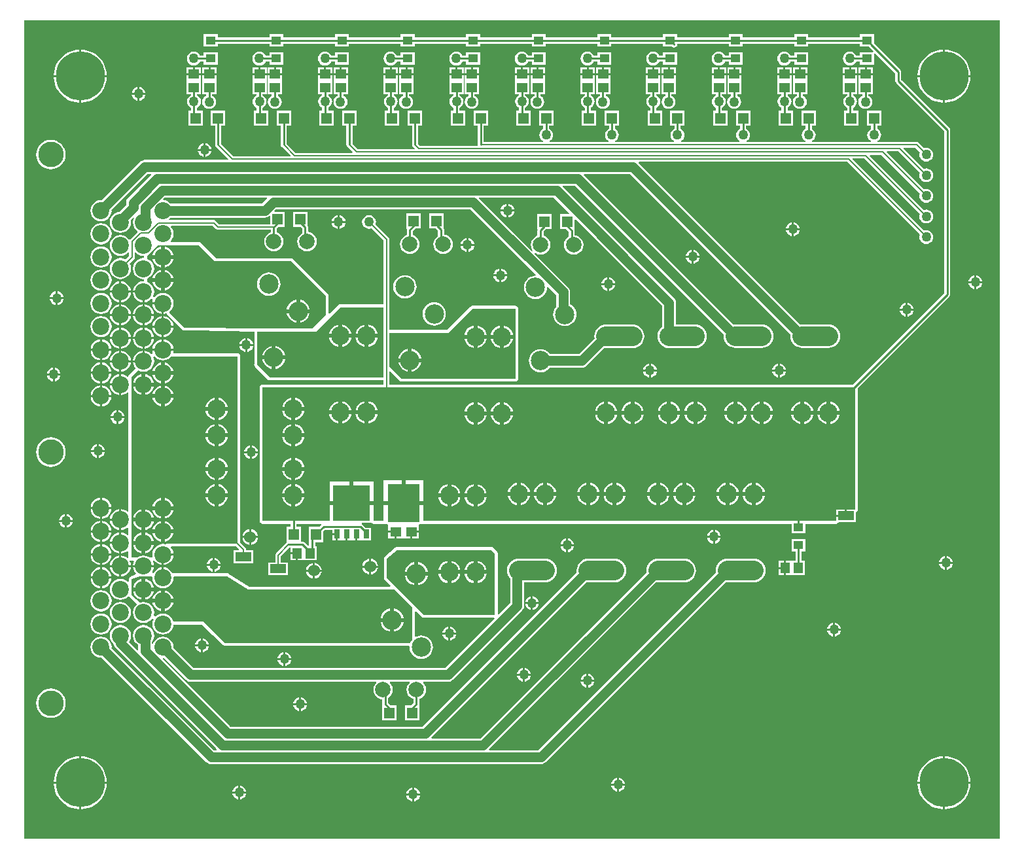
<source format=gbr>
%TF.GenerationSoftware,Altium Limited,Altium Designer,19.0.10 (269)*%
G04 Layer_Physical_Order=1*
G04 Layer_Color=255*
%FSLAX26Y26*%
%MOIN*%
%TF.FileFunction,Copper,L1,Top,Signal*%
%TF.Part,Single*%
G01*
G75*
%TA.AperFunction,SMDPad,CuDef*%
%ADD10R,0.051181X0.043307*%
%ADD11R,0.053150X0.057087*%
%ADD12R,0.053150X0.045276*%
%ADD13R,0.080709X0.045276*%
%ADD14R,0.045276X0.053150*%
%ADD15R,0.185039X0.181102*%
%ADD16R,0.027559X0.045276*%
%ADD17R,0.057087X0.051181*%
%ADD18R,0.163386X0.192913*%
%TA.AperFunction,Conductor*%
%ADD19C,0.008000*%
%ADD20C,0.050000*%
%ADD21C,0.010000*%
%ADD22C,0.100000*%
%TA.AperFunction,ComponentPad*%
%ADD23C,0.094488*%
%ADD24C,0.086614*%
%ADD25C,0.129921*%
%TA.AperFunction,ViaPad*%
%ADD26C,0.060000*%
%ADD27C,0.250000*%
%TA.AperFunction,ComponentPad*%
%ADD28C,0.098425*%
%ADD29C,0.078740*%
%TA.AperFunction,ViaPad*%
%ADD30C,0.050000*%
G36*
X4984707Y15293D02*
X15293D01*
Y4184707D01*
X4984707D01*
Y15293D01*
D02*
G37*
%LPC*%
G36*
X4342787Y4112929D02*
X4271606D01*
Y4096569D01*
X4008497D01*
Y4112929D01*
X3937316D01*
Y4096569D01*
X3674206D01*
Y4112929D01*
X3603025D01*
Y4096569D01*
X3339915D01*
Y4112929D01*
X3268734D01*
Y4096569D01*
X3005625D01*
Y4112929D01*
X2934444D01*
Y4096569D01*
X2671334D01*
Y4112929D01*
X2600153D01*
Y4096569D01*
X2337044D01*
Y4112929D01*
X2265863D01*
Y4096569D01*
X2002753D01*
Y4112929D01*
X1931572D01*
Y4096569D01*
X1668462D01*
Y4112929D01*
X1597281D01*
Y4096569D01*
X1334172D01*
Y4112929D01*
X1262991D01*
Y4096569D01*
X999881D01*
Y4112929D01*
X928700D01*
Y4049622D01*
X999881D01*
Y4065982D01*
X1262991D01*
Y4049622D01*
X1334172D01*
Y4065982D01*
X1597281D01*
Y4049622D01*
X1668462D01*
Y4065982D01*
X1931572D01*
Y4049622D01*
X2002753D01*
Y4065982D01*
X2265863D01*
Y4049622D01*
X2337044D01*
Y4065982D01*
X2600153D01*
Y4049622D01*
X2671334D01*
Y4065982D01*
X2934444D01*
Y4049622D01*
X3005625D01*
Y4065982D01*
X3268734D01*
Y4049622D01*
X3314473D01*
X3319063Y4046555D01*
X3324915Y4045391D01*
X3330768Y4046555D01*
X3335358Y4049622D01*
X3339915D01*
Y4059207D01*
X3340209Y4060685D01*
Y4064622D01*
X3341325Y4065982D01*
X3603025D01*
Y4049622D01*
X3674206D01*
Y4065982D01*
X3937316D01*
Y4049622D01*
X4008497D01*
Y4065982D01*
X4271606D01*
Y4049622D01*
X4317221D01*
X4339466Y4027378D01*
X4337394Y4022378D01*
X4271606D01*
Y4006018D01*
X4252079D01*
X4251510Y4007391D01*
X4245900Y4014702D01*
X4238589Y4020313D01*
X4230075Y4023839D01*
X4220938Y4025042D01*
X4211801Y4023839D01*
X4203287Y4020313D01*
X4195976Y4014702D01*
X4190366Y4007391D01*
X4186839Y3998877D01*
X4185636Y3989740D01*
X4186839Y3980603D01*
X4190366Y3972089D01*
X4195976Y3964778D01*
X4203287Y3959168D01*
X4211801Y3955641D01*
X4220938Y3954438D01*
X4230075Y3955641D01*
X4238589Y3959168D01*
X4245900Y3964778D01*
X4251510Y3972089D01*
X4252894Y3975430D01*
X4271606D01*
Y3959071D01*
X4342787D01*
Y4016985D01*
X4347787Y4019056D01*
X4451706Y3915137D01*
Y3876000D01*
X4452870Y3870147D01*
X4456186Y3865186D01*
X4701706Y3619665D01*
Y2795185D01*
X4235093Y2328572D01*
X1874274D01*
Y2393564D01*
X1878894Y2395477D01*
X1926186Y2348186D01*
X1931147Y2344870D01*
X1937000Y2343706D01*
X2516500D01*
X2522353Y2344870D01*
X2527314Y2348186D01*
X2530630Y2353147D01*
X2531794Y2359000D01*
Y2715000D01*
X2530630Y2720853D01*
X2527314Y2725814D01*
X2522353Y2729130D01*
X2516500Y2730294D01*
X2298500D01*
X2292647Y2729130D01*
X2287686Y2725814D01*
X2169165Y2607294D01*
X1874500D01*
X1874274Y2607479D01*
Y3067999D01*
X1874274Y3068000D01*
X1873188Y3073463D01*
X1870093Y3078093D01*
X1870093Y3078094D01*
X1803700Y3144486D01*
X1805099Y3147863D01*
X1806302Y3157000D01*
X1805099Y3166137D01*
X1801572Y3174651D01*
X1795962Y3181962D01*
X1788651Y3187572D01*
X1780137Y3191099D01*
X1771000Y3192302D01*
X1761863Y3191099D01*
X1753349Y3187572D01*
X1746038Y3181962D01*
X1740428Y3174651D01*
X1736901Y3166137D01*
X1735698Y3157000D01*
X1736901Y3147863D01*
X1740428Y3139349D01*
X1746038Y3132038D01*
X1753349Y3126428D01*
X1761863Y3122901D01*
X1771000Y3121698D01*
X1780137Y3122901D01*
X1783514Y3124300D01*
X1845726Y3062087D01*
Y2738710D01*
X1844000Y2737294D01*
X1626000D01*
X1620147Y2736130D01*
X1615186Y2732814D01*
X1570294Y2687923D01*
X1565294Y2689994D01*
Y2781000D01*
X1564130Y2786853D01*
X1560814Y2791814D01*
X1384814Y2967814D01*
X1379853Y2971130D01*
X1374000Y2972294D01*
X990335D01*
X912814Y3049814D01*
X907853Y3053130D01*
X902000Y3054294D01*
X760947D01*
X759542Y3059294D01*
X767430Y3069573D01*
X772801Y3082541D01*
X774633Y3096457D01*
X772801Y3110373D01*
X767430Y3123340D01*
X760409Y3132490D01*
X762875Y3137490D01*
X975770D01*
X992181Y3121079D01*
X992181Y3121079D01*
X996812Y3117985D01*
X1002274Y3116898D01*
X1002275Y3116898D01*
X1270706D01*
Y3104103D01*
X1261102Y3100125D01*
X1250789Y3092211D01*
X1242876Y3081898D01*
X1237901Y3069888D01*
X1236204Y3057000D01*
X1237901Y3044112D01*
X1242876Y3032102D01*
X1250789Y3021789D01*
X1261102Y3013875D01*
X1273112Y3008901D01*
X1286000Y3007204D01*
X1298888Y3008901D01*
X1310898Y3013875D01*
X1321211Y3021789D01*
X1329125Y3032102D01*
X1334100Y3044112D01*
X1335796Y3057000D01*
X1334100Y3069888D01*
X1329125Y3081898D01*
X1321211Y3092211D01*
X1310898Y3100125D01*
X1301294Y3104103D01*
Y3124838D01*
X1307671Y3131214D01*
X1341504D01*
Y3208301D01*
X1290072D01*
X1288159Y3212920D01*
X1297936Y3222698D01*
X2286236D01*
X2621408Y2887526D01*
X2619904Y2884347D01*
X2618857Y2883006D01*
X2607457Y2881883D01*
X2596296Y2878497D01*
X2586009Y2872999D01*
X2576993Y2865600D01*
X2569593Y2856583D01*
X2564095Y2846297D01*
X2560709Y2835135D01*
X2559566Y2823528D01*
X2560709Y2811920D01*
X2564095Y2800758D01*
X2569593Y2790472D01*
X2576993Y2781455D01*
X2586009Y2774056D01*
X2596296Y2768557D01*
X2607457Y2765172D01*
X2619065Y2764028D01*
X2630673Y2765172D01*
X2641834Y2768557D01*
X2652121Y2774056D01*
X2661137Y2781455D01*
X2668537Y2790472D01*
X2674035Y2800758D01*
X2677421Y2811920D01*
X2678544Y2823319D01*
X2679884Y2824366D01*
X2683064Y2825870D01*
X2724104Y2784830D01*
Y2724764D01*
X2719200Y2718788D01*
X2713701Y2708502D01*
X2710316Y2697340D01*
X2709172Y2685732D01*
X2710316Y2674125D01*
X2713701Y2662963D01*
X2719200Y2652676D01*
X2726599Y2643660D01*
X2735615Y2636261D01*
X2745902Y2630762D01*
X2757064Y2627376D01*
X2768671Y2626233D01*
X2780279Y2627376D01*
X2791441Y2630762D01*
X2801727Y2636261D01*
X2810744Y2643660D01*
X2818143Y2652676D01*
X2823641Y2662963D01*
X2827027Y2674125D01*
X2828170Y2685732D01*
X2827027Y2697340D01*
X2823641Y2708502D01*
X2818143Y2718788D01*
X2810744Y2727805D01*
X2801727Y2735204D01*
X2794708Y2738956D01*
Y2799453D01*
X2793505Y2808590D01*
X2789978Y2817104D01*
X2784368Y2824415D01*
X2612837Y2995946D01*
X2616141Y2999714D01*
X2619758Y2996938D01*
X2631767Y2991964D01*
X2644656Y2990267D01*
X2657544Y2991964D01*
X2669554Y2996938D01*
X2679867Y3004852D01*
X2687780Y3015165D01*
X2692755Y3027175D01*
X2694452Y3040063D01*
X2692755Y3052951D01*
X2687780Y3064961D01*
X2679867Y3075274D01*
X2669554Y3083188D01*
X2659950Y3087166D01*
Y3107901D01*
X2672568Y3120520D01*
X2701159D01*
Y3197606D01*
X2628010D01*
Y3120520D01*
X2628010D01*
X2629617Y3115520D01*
X2629362Y3114236D01*
Y3087166D01*
X2619758Y3083188D01*
X2609444Y3075274D01*
X2601531Y3064961D01*
X2596556Y3052951D01*
X2594860Y3040063D01*
X2596556Y3027175D01*
X2601531Y3015165D01*
X2604306Y3011548D01*
X2600539Y3008244D01*
X2330705Y3278079D01*
X2332618Y3282698D01*
X2711782D01*
X2792255Y3202226D01*
X2790341Y3197606D01*
X2744151D01*
Y3120520D01*
X2775437D01*
X2788354Y3107602D01*
Y3082655D01*
X2778736Y3075274D01*
X2770822Y3064961D01*
X2765848Y3052951D01*
X2764151Y3040063D01*
X2765848Y3027175D01*
X2770822Y3015165D01*
X2778736Y3004852D01*
X2789049Y2996938D01*
X2801059Y2991964D01*
X2813947Y2990267D01*
X2826835Y2991964D01*
X2838845Y2996938D01*
X2849158Y3004852D01*
X2857072Y3015165D01*
X2862046Y3027175D01*
X2863743Y3040063D01*
X2862046Y3052951D01*
X2857072Y3064961D01*
X2849158Y3075274D01*
X2838845Y3083188D01*
X2826835Y3088162D01*
X2818942Y3089202D01*
Y3113937D01*
X2817778Y3119790D01*
X2817301Y3120520D01*
X2817301D01*
X2817301Y3120520D01*
Y3170646D01*
X2821921Y3172560D01*
X3264059Y2730421D01*
Y2623291D01*
X3257164Y2617632D01*
X3249666Y2608495D01*
X3244094Y2598072D01*
X3240664Y2586762D01*
X3239505Y2575000D01*
X3240664Y2563238D01*
X3244094Y2551928D01*
X3249666Y2541505D01*
X3257164Y2532368D01*
X3266300Y2524870D01*
X3276723Y2519299D01*
X3288033Y2515868D01*
X3299795Y2514710D01*
X3432205D01*
X3443967Y2515868D01*
X3455277Y2519299D01*
X3465700Y2524870D01*
X3474836Y2532368D01*
X3482334Y2541505D01*
X3487906Y2551928D01*
X3491337Y2563238D01*
X3492495Y2575000D01*
X3491337Y2586762D01*
X3487906Y2598072D01*
X3482334Y2608495D01*
X3474836Y2617632D01*
X3465700Y2625130D01*
X3455277Y2630701D01*
X3443967Y2634132D01*
X3432205Y2635290D01*
X3334664D01*
Y2745043D01*
X3333461Y2754180D01*
X3329934Y2762694D01*
X3324324Y2770006D01*
X2756251Y3338079D01*
X2758164Y3342698D01*
X2820899D01*
X3578885Y2584712D01*
X3577956Y2575276D01*
X3579114Y2563514D01*
X3582545Y2552204D01*
X3588117Y2541780D01*
X3595614Y2532644D01*
X3604751Y2525146D01*
X3615174Y2519575D01*
X3626484Y2516144D01*
X3638246Y2514985D01*
X3772104D01*
X3783867Y2516144D01*
X3795177Y2519575D01*
X3805600Y2525146D01*
X3814736Y2532644D01*
X3822234Y2541780D01*
X3827805Y2552204D01*
X3831236Y2563514D01*
X3832395Y2575276D01*
X3831236Y2587038D01*
X3827805Y2598348D01*
X3822234Y2608771D01*
X3814736Y2617907D01*
X3805600Y2625405D01*
X3795177Y2630977D01*
X3783867Y2634407D01*
X3772104Y2635566D01*
X3638246D01*
X3628810Y2634637D01*
X2865368Y3398079D01*
X2867281Y3402698D01*
X3101206D01*
X3919018Y2584886D01*
X3918088Y2575450D01*
X3919247Y2563688D01*
X3922678Y2552378D01*
X3928249Y2541954D01*
X3935747Y2532818D01*
X3944883Y2525320D01*
X3955307Y2519749D01*
X3966617Y2516318D01*
X3978379Y2515159D01*
X4111755D01*
X4123517Y2516318D01*
X4134827Y2519749D01*
X4145251Y2525320D01*
X4154387Y2532818D01*
X4161885Y2541954D01*
X4167456Y2552378D01*
X4170887Y2563688D01*
X4172046Y2575450D01*
X4170887Y2587212D01*
X4167456Y2598522D01*
X4161885Y2608945D01*
X4154387Y2618081D01*
X4145251Y2625579D01*
X4134827Y2631151D01*
X4123517Y2634581D01*
X4111755Y2635740D01*
X3978379D01*
X3968942Y2634811D01*
X3145646Y3458106D01*
X3147560Y3462726D01*
X4207087D01*
X4577300Y3092514D01*
X4575901Y3089137D01*
X4574698Y3080000D01*
X4575901Y3070863D01*
X4579428Y3062349D01*
X4585038Y3055038D01*
X4592349Y3049428D01*
X4600863Y3045901D01*
X4610000Y3044698D01*
X4619137Y3045901D01*
X4627651Y3049428D01*
X4634962Y3055038D01*
X4640572Y3062349D01*
X4644099Y3070863D01*
X4645302Y3080000D01*
X4644099Y3089137D01*
X4640572Y3097651D01*
X4634962Y3104962D01*
X4627651Y3110572D01*
X4619137Y3114099D01*
X4610000Y3115302D01*
X4600863Y3114099D01*
X4597486Y3112700D01*
X4234081Y3476106D01*
X4235994Y3480726D01*
X4294087D01*
X4577300Y3197513D01*
X4575901Y3194137D01*
X4574698Y3185000D01*
X4575901Y3175863D01*
X4579428Y3167349D01*
X4585038Y3160038D01*
X4592349Y3154428D01*
X4600863Y3150901D01*
X4610000Y3149698D01*
X4619137Y3150901D01*
X4627651Y3154428D01*
X4634962Y3160038D01*
X4640572Y3167349D01*
X4644099Y3175863D01*
X4645302Y3185000D01*
X4644099Y3194137D01*
X4640572Y3202651D01*
X4634962Y3209962D01*
X4627651Y3215572D01*
X4619137Y3219099D01*
X4610000Y3220302D01*
X4600863Y3219099D01*
X4597487Y3217700D01*
X4321081Y3494106D01*
X4322994Y3498726D01*
X4381087D01*
X4577300Y3302514D01*
X4575901Y3299137D01*
X4574698Y3290000D01*
X4575901Y3280863D01*
X4579428Y3272349D01*
X4585038Y3265038D01*
X4592349Y3259428D01*
X4600863Y3255901D01*
X4610000Y3254698D01*
X4619137Y3255901D01*
X4627651Y3259428D01*
X4634962Y3265038D01*
X4640572Y3272349D01*
X4644099Y3280863D01*
X4645302Y3290000D01*
X4644099Y3299137D01*
X4640572Y3307651D01*
X4634962Y3314962D01*
X4627651Y3320572D01*
X4619137Y3324099D01*
X4610000Y3325302D01*
X4600863Y3324099D01*
X4597486Y3322700D01*
X4408081Y3512106D01*
X4409994Y3516726D01*
X4468087D01*
X4577300Y3407514D01*
X4575901Y3404137D01*
X4574698Y3395000D01*
X4575901Y3385863D01*
X4579428Y3377349D01*
X4585038Y3370038D01*
X4592349Y3364428D01*
X4600863Y3360901D01*
X4610000Y3359698D01*
X4619137Y3360901D01*
X4627651Y3364428D01*
X4634962Y3370038D01*
X4640572Y3377349D01*
X4644099Y3385863D01*
X4645302Y3395000D01*
X4644099Y3404137D01*
X4640572Y3412651D01*
X4634962Y3419962D01*
X4627651Y3425572D01*
X4619137Y3429099D01*
X4610000Y3430302D01*
X4600863Y3429099D01*
X4597486Y3427700D01*
X4494062Y3531124D01*
X4495976Y3535744D01*
X4554069D01*
X4577300Y3512514D01*
X4575901Y3509137D01*
X4574698Y3500000D01*
X4575901Y3490863D01*
X4579428Y3482349D01*
X4585038Y3475038D01*
X4592349Y3469428D01*
X4600863Y3465901D01*
X4610000Y3464698D01*
X4619137Y3465901D01*
X4627651Y3469428D01*
X4634962Y3475038D01*
X4640572Y3482349D01*
X4644099Y3490863D01*
X4645302Y3500000D01*
X4644099Y3509137D01*
X4640572Y3517651D01*
X4634962Y3524962D01*
X4627651Y3530572D01*
X4619137Y3534099D01*
X4610000Y3535302D01*
X4600863Y3534099D01*
X4597486Y3532700D01*
X4570075Y3560112D01*
X4565444Y3563206D01*
X4559982Y3564293D01*
X4559981Y3564293D01*
X4362775D01*
X4361781Y3569293D01*
X4362107Y3569428D01*
X4369418Y3575038D01*
X4375028Y3582349D01*
X4378555Y3590863D01*
X4379758Y3600000D01*
X4378555Y3609137D01*
X4375028Y3617651D01*
X4369418Y3624962D01*
X4362107Y3630572D01*
X4359750Y3631549D01*
Y3647457D01*
X4381842D01*
Y3724543D01*
X4308693D01*
Y3647457D01*
X4329162D01*
Y3631549D01*
X4326805Y3630572D01*
X4319493Y3624962D01*
X4313883Y3617651D01*
X4310357Y3609137D01*
X4309154Y3600000D01*
X4310357Y3590863D01*
X4313883Y3582349D01*
X4319493Y3575038D01*
X4326805Y3569428D01*
X4327131Y3569293D01*
X4326136Y3564293D01*
X4029296D01*
X4028302Y3569293D01*
X4028628Y3569428D01*
X4035939Y3575038D01*
X4041549Y3582349D01*
X4045076Y3590863D01*
X4046279Y3600000D01*
X4045076Y3609137D01*
X4041549Y3617651D01*
X4035939Y3624962D01*
X4028628Y3630572D01*
X4026271Y3631549D01*
Y3647457D01*
X4047552D01*
Y3724543D01*
X3974402D01*
Y3647457D01*
X3995683D01*
Y3631549D01*
X3993326Y3630572D01*
X3986015Y3624962D01*
X3980405Y3617651D01*
X3976878Y3609137D01*
X3975675Y3600000D01*
X3976878Y3590863D01*
X3980405Y3582349D01*
X3986015Y3575038D01*
X3993326Y3569428D01*
X3993652Y3569293D01*
X3992657Y3564293D01*
X3695006D01*
X3694011Y3569293D01*
X3694337Y3569428D01*
X3701649Y3575038D01*
X3707259Y3582349D01*
X3710785Y3590863D01*
X3711988Y3600000D01*
X3710785Y3609137D01*
X3707259Y3617651D01*
X3701649Y3624962D01*
X3694337Y3630572D01*
X3691980Y3631549D01*
Y3647457D01*
X3713261D01*
Y3724543D01*
X3640111D01*
Y3647457D01*
X3661392D01*
Y3631549D01*
X3659035Y3630572D01*
X3651724Y3624962D01*
X3646114Y3617651D01*
X3642587Y3609137D01*
X3641384Y3600000D01*
X3642587Y3590863D01*
X3646114Y3582349D01*
X3651724Y3575038D01*
X3659035Y3569428D01*
X3659361Y3569293D01*
X3658367Y3564293D01*
X3449762D01*
X3449671Y3564274D01*
X3360671D01*
X3359677Y3569274D01*
X3360047Y3569428D01*
X3367358Y3575038D01*
X3372968Y3582349D01*
X3376495Y3590863D01*
X3377698Y3600000D01*
X3376495Y3609137D01*
X3372968Y3617651D01*
X3367358Y3624962D01*
X3360047Y3630572D01*
X3357690Y3631549D01*
Y3647457D01*
X3378970D01*
Y3724543D01*
X3305821D01*
Y3647457D01*
X3327102D01*
Y3631549D01*
X3324745Y3630572D01*
X3317433Y3624962D01*
X3311823Y3617651D01*
X3308297Y3609137D01*
X3307094Y3600000D01*
X3308297Y3590863D01*
X3311823Y3582349D01*
X3317433Y3575038D01*
X3324745Y3569428D01*
X3325115Y3569274D01*
X3324120Y3564274D01*
X3026381D01*
X3025386Y3569274D01*
X3025756Y3569428D01*
X3033067Y3575038D01*
X3038677Y3582349D01*
X3042204Y3590863D01*
X3043407Y3600000D01*
X3042204Y3609137D01*
X3038677Y3617651D01*
X3033067Y3624962D01*
X3025756Y3630572D01*
X3023399Y3631549D01*
Y3647457D01*
X3044680D01*
Y3724543D01*
X2971530D01*
Y3647457D01*
X2992811D01*
Y3631549D01*
X2990454Y3630572D01*
X2983143Y3624962D01*
X2977533Y3617651D01*
X2974006Y3609137D01*
X2972803Y3600000D01*
X2974006Y3590863D01*
X2977533Y3582349D01*
X2983143Y3575038D01*
X2990454Y3569428D01*
X2990824Y3569274D01*
X2989830Y3564274D01*
X2692090D01*
X2691095Y3569274D01*
X2691465Y3569428D01*
X2698777Y3575038D01*
X2704387Y3582349D01*
X2707914Y3590863D01*
X2709117Y3600000D01*
X2707914Y3609137D01*
X2704387Y3617651D01*
X2698777Y3624962D01*
X2691465Y3630572D01*
X2689108Y3631549D01*
Y3647457D01*
X2710389D01*
Y3724543D01*
X2637240D01*
Y3647457D01*
X2658521D01*
Y3631549D01*
X2656164Y3630572D01*
X2648852Y3624962D01*
X2643242Y3617651D01*
X2639715Y3609137D01*
X2638512Y3600000D01*
X2639715Y3590863D01*
X2643242Y3582349D01*
X2648852Y3575038D01*
X2656164Y3569428D01*
X2656534Y3569274D01*
X2655539Y3564274D01*
X2354818D01*
Y3647457D01*
X2376099D01*
Y3724543D01*
X2302949D01*
Y3647457D01*
X2324230D01*
Y3550000D01*
X2324401Y3549139D01*
X2321229Y3545274D01*
X2030146D01*
X2020527Y3554893D01*
Y3647457D01*
X2041808D01*
Y3724543D01*
X1968659D01*
Y3647457D01*
X1989939D01*
Y3550000D01*
X1991104Y3544147D01*
X1994419Y3539186D01*
X1998764Y3536282D01*
X2003153Y3531894D01*
X2001239Y3527274D01*
X1713855D01*
X1686237Y3554893D01*
Y3647457D01*
X1707517D01*
Y3724543D01*
X1634368D01*
Y3647457D01*
X1655649D01*
Y3550000D01*
X1656813Y3544147D01*
X1660128Y3539186D01*
X1664473Y3536282D01*
X1686862Y3513894D01*
X1684948Y3509274D01*
X1397565D01*
X1351946Y3554893D01*
Y3647457D01*
X1373227D01*
Y3724543D01*
X1300077D01*
Y3647457D01*
X1321358D01*
Y3550000D01*
X1322522Y3544147D01*
X1325838Y3539186D01*
X1330183Y3536282D01*
X1370571Y3495894D01*
X1368658Y3491274D01*
X1081274D01*
X1017655Y3554893D01*
Y3647457D01*
X1038936D01*
Y3724543D01*
X965787D01*
Y3647457D01*
X987068D01*
Y3550000D01*
X988232Y3544147D01*
X991547Y3539186D01*
X995892Y3536282D01*
X1054253Y3477921D01*
X1052340Y3473302D01*
X629339D01*
X620202Y3472099D01*
X611688Y3468572D01*
X604376Y3462962D01*
X409301Y3267887D01*
X405906Y3268334D01*
X391990Y3266502D01*
X379022Y3261131D01*
X367886Y3252586D01*
X359342Y3241450D01*
X353971Y3228483D01*
X352138Y3214567D01*
X353971Y3200651D01*
X359342Y3187683D01*
X367886Y3176548D01*
X379022Y3168003D01*
X391990Y3162632D01*
X405906Y3160800D01*
X419821Y3162632D01*
X432789Y3168003D01*
X443925Y3176548D01*
X452469Y3187683D01*
X457841Y3200651D01*
X459673Y3214567D01*
X459226Y3217962D01*
X643961Y3402698D01*
X659772D01*
X661686Y3398079D01*
X544484Y3280877D01*
X538874Y3273566D01*
X535348Y3265052D01*
X534145Y3255915D01*
Y3245158D01*
X497346Y3208359D01*
X490415Y3207447D01*
X477447Y3202075D01*
X466312Y3193531D01*
X457767Y3182395D01*
X452396Y3169428D01*
X450564Y3155512D01*
X452396Y3141596D01*
X457767Y3128628D01*
X466312Y3117493D01*
X477447Y3108948D01*
X490415Y3103577D01*
X504331Y3101745D01*
X518247Y3103577D01*
X531214Y3108948D01*
X542350Y3117493D01*
X550894Y3128628D01*
X556266Y3141596D01*
X558098Y3155512D01*
X556498Y3167662D01*
X569924Y3181088D01*
X574163Y3178256D01*
X570506Y3169428D01*
X568674Y3155512D01*
X570506Y3141596D01*
X575877Y3128628D01*
X584422Y3117493D01*
X591572Y3112006D01*
X592007Y3105370D01*
X554472Y3067836D01*
X549451Y3067523D01*
X548064Y3067974D01*
X542350Y3075421D01*
X531214Y3083965D01*
X518247Y3089337D01*
X504331Y3091169D01*
X490415Y3089337D01*
X477447Y3083965D01*
X466312Y3075421D01*
X457767Y3064285D01*
X452396Y3051318D01*
X450564Y3037402D01*
X452396Y3023486D01*
X457767Y3010518D01*
X466312Y2999383D01*
X477447Y2990838D01*
X490415Y2985467D01*
X504331Y2983635D01*
X518247Y2985467D01*
X531214Y2990838D01*
X542350Y2999383D01*
X544089Y3001649D01*
X548824Y3000042D01*
Y2983971D01*
X530856Y2966003D01*
X518247Y2971226D01*
X504331Y2973058D01*
X490415Y2971226D01*
X477447Y2965855D01*
X466312Y2957310D01*
X457767Y2946175D01*
X452396Y2933207D01*
X450564Y2919291D01*
X452396Y2905375D01*
X457767Y2892408D01*
X466312Y2881272D01*
X477447Y2872728D01*
X490415Y2867356D01*
X504331Y2865524D01*
X518247Y2867356D01*
X531214Y2872728D01*
X542350Y2881272D01*
X550894Y2892408D01*
X556266Y2905375D01*
X558098Y2919291D01*
X556266Y2933207D01*
X551043Y2945816D01*
X573191Y2967965D01*
X573192Y2967965D01*
X576286Y2972596D01*
X577372Y2978059D01*
X577372Y2978059D01*
Y3000792D01*
X582107Y3002399D01*
X584422Y2999383D01*
X595557Y2990838D01*
X608525Y2985467D01*
X619997Y2983956D01*
X622854Y2982770D01*
X624706Y2978890D01*
Y2975045D01*
X622441Y2973058D01*
X608525Y2971226D01*
X595557Y2965855D01*
X584422Y2957310D01*
X575877Y2946175D01*
X570506Y2933207D01*
X568674Y2919291D01*
X570506Y2905375D01*
X575877Y2892408D01*
X584422Y2881272D01*
X595557Y2872728D01*
X608525Y2867356D01*
X622441Y2865524D01*
X624706Y2863537D01*
Y2856935D01*
X622441Y2854948D01*
X608525Y2853116D01*
X595557Y2847745D01*
X584422Y2839200D01*
X575877Y2828065D01*
X570506Y2815097D01*
X569332Y2806181D01*
X622441D01*
Y2801181D01*
X627441D01*
Y2748072D01*
X636357Y2749246D01*
X649324Y2754617D01*
X660460Y2763162D01*
X664442Y2763976D01*
X666600Y2762730D01*
X668672Y2761345D01*
X669133Y2756529D01*
X668931Y2756042D01*
X667757Y2747126D01*
X720866D01*
Y2742126D01*
X725866D01*
Y2689017D01*
X734782Y2690191D01*
X735269Y2690393D01*
X740085Y2689932D01*
X741471Y2687859D01*
X742717Y2685701D01*
X743119Y2685392D01*
X743401Y2684970D01*
X820186Y2608186D01*
X825147Y2604870D01*
X831000Y2603706D01*
X879882D01*
X1186647Y2599074D01*
X1186706Y2599000D01*
Y2434527D01*
X1185706Y2429500D01*
X1186870Y2423647D01*
X1190186Y2418686D01*
X1253686Y2355186D01*
X1258647Y2351870D01*
X1264500Y2350706D01*
X1844000D01*
X1845726Y2349290D01*
Y2328572D01*
X1228783D01*
X1222930Y2327408D01*
X1217968Y2324093D01*
X1214653Y2319131D01*
X1213489Y2313278D01*
X1213489Y1634278D01*
X1214653Y1628426D01*
X1217968Y1623464D01*
X1222930Y1620149D01*
X1228783Y1618984D01*
X1370927D01*
Y1602906D01*
X1349646D01*
Y1525819D01*
X1349646Y1525819D01*
X1349646D01*
X1349646Y1525819D01*
X1348365Y1521349D01*
X1347279Y1519724D01*
X1296907Y1469351D01*
X1293812Y1464720D01*
X1292726Y1459258D01*
X1292726Y1459257D01*
Y1422265D01*
X1256646D01*
Y1356990D01*
X1357354D01*
Y1422265D01*
X1321274D01*
Y1453345D01*
X1365205Y1497276D01*
X1370205Y1496307D01*
Y1474362D01*
X1402843D01*
Y1469362D01*
X1407843D01*
Y1432787D01*
X1435480D01*
X1435480Y1432787D01*
X1439103D01*
Y1432787D01*
X1440480Y1432787D01*
X1504378D01*
Y1505937D01*
X1496082D01*
Y1525819D01*
X1538937D01*
Y1581277D01*
X1546697Y1589036D01*
X1583143D01*
Y1571693D01*
X1606923D01*
Y1566693D01*
X1611923D01*
Y1534055D01*
X1630702D01*
Y1534055D01*
X1633144D01*
Y1534055D01*
X1651923D01*
Y1566693D01*
X1661923D01*
Y1534055D01*
X1680702D01*
Y1534055D01*
X1683144D01*
Y1534055D01*
X1701923D01*
Y1566693D01*
X1711923D01*
Y1534055D01*
X1730702D01*
X1730702Y1534055D01*
X1733144D01*
Y1534055D01*
X1735702Y1534055D01*
X1780702D01*
Y1599330D01*
X1754772D01*
X1738958Y1615145D01*
X1733996Y1618460D01*
X1733183Y1618622D01*
X1733676Y1623622D01*
X1783523D01*
X1783628Y1623464D01*
X1788590Y1620149D01*
X1794443Y1618984D01*
X1845227D01*
X1850227Y1619979D01*
X1855227Y1618543D01*
Y1618543D01*
X1865715D01*
X1868377Y1614646D01*
X1868377Y1613543D01*
Y1584055D01*
X1906920D01*
Y1579055D01*
X1911920D01*
Y1543465D01*
X1943377D01*
X1946920Y1543465D01*
X1950463Y1543465D01*
X1981920D01*
Y1579055D01*
X1986920D01*
Y1584055D01*
X2025463D01*
Y1613543D01*
X2025463Y1614646D01*
X2028124Y1618543D01*
X2038613D01*
X2038613Y1618543D01*
X2043613Y1619979D01*
X2048613Y1618984D01*
X3922718Y1618984D01*
Y1569417D01*
X3993899D01*
Y1618984D01*
X4149646D01*
X4155498Y1620149D01*
X4160460Y1623464D01*
X4163065Y1627362D01*
X4250354D01*
Y1678054D01*
X4252636Y1678508D01*
X4257597Y1681823D01*
X4260913Y1686785D01*
X4262077Y1692638D01*
Y2312299D01*
X4727814Y2778036D01*
X4731130Y2782998D01*
X4732294Y2788850D01*
Y3626000D01*
X4731130Y3631853D01*
X4727814Y3636814D01*
X4482294Y3882335D01*
Y3921472D01*
X4481130Y3927325D01*
X4477814Y3932287D01*
X4342787Y4067314D01*
Y4112929D01*
D02*
G37*
G36*
X3886647Y4025042D02*
X3877511Y4023839D01*
X3868996Y4020313D01*
X3861685Y4014702D01*
X3856075Y4007391D01*
X3852548Y3998877D01*
X3851345Y3989740D01*
X3852548Y3980603D01*
X3856075Y3972089D01*
X3861685Y3964778D01*
X3868996Y3959168D01*
X3877511Y3955641D01*
X3886647Y3954438D01*
X3895784Y3955641D01*
X3904298Y3959168D01*
X3911610Y3964778D01*
X3917220Y3972089D01*
X3918604Y3975430D01*
X3937316D01*
Y3959071D01*
X4008497D01*
Y4022378D01*
X3937316D01*
Y4006018D01*
X3917789D01*
X3917220Y4007391D01*
X3911610Y4014702D01*
X3904298Y4020313D01*
X3895784Y4023839D01*
X3886647Y4025042D01*
D02*
G37*
G36*
X3552357D02*
X3543220Y4023839D01*
X3534706Y4020313D01*
X3527394Y4014702D01*
X3521784Y4007391D01*
X3518258Y3998877D01*
X3517055Y3989740D01*
X3518258Y3980603D01*
X3521784Y3972089D01*
X3527394Y3964778D01*
X3534706Y3959168D01*
X3543220Y3955641D01*
X3552357Y3954438D01*
X3561494Y3955641D01*
X3570008Y3959168D01*
X3577319Y3964778D01*
X3582929Y3972089D01*
X3584313Y3975430D01*
X3603025D01*
Y3959071D01*
X3674206D01*
Y4022378D01*
X3603025D01*
Y4006018D01*
X3583498D01*
X3582929Y4007391D01*
X3577319Y4014702D01*
X3570008Y4020313D01*
X3561494Y4023839D01*
X3552357Y4025042D01*
D02*
G37*
G36*
X3218066D02*
X3208929Y4023839D01*
X3200415Y4020313D01*
X3193104Y4014702D01*
X3187494Y4007391D01*
X3183967Y3998877D01*
X3182764Y3989740D01*
X3183967Y3980603D01*
X3187494Y3972089D01*
X3193104Y3964778D01*
X3200415Y3959168D01*
X3208929Y3955641D01*
X3218066Y3954438D01*
X3227203Y3955641D01*
X3235717Y3959168D01*
X3243028Y3964778D01*
X3248639Y3972089D01*
X3250023Y3975430D01*
X3268734D01*
Y3959071D01*
X3339915D01*
Y4022378D01*
X3268734D01*
Y4006018D01*
X3249207D01*
X3248639Y4007391D01*
X3243028Y4014702D01*
X3235717Y4020313D01*
X3227203Y4023839D01*
X3218066Y4025042D01*
D02*
G37*
G36*
X2883776D02*
X2874639Y4023839D01*
X2866125Y4020313D01*
X2858813Y4014702D01*
X2853203Y4007391D01*
X2849677Y3998877D01*
X2848474Y3989740D01*
X2849677Y3980603D01*
X2853203Y3972089D01*
X2858813Y3964778D01*
X2866125Y3959168D01*
X2874639Y3955641D01*
X2883776Y3954438D01*
X2892912Y3955641D01*
X2901427Y3959168D01*
X2908738Y3964778D01*
X2914348Y3972089D01*
X2915732Y3975430D01*
X2934444D01*
Y3959071D01*
X3005625D01*
Y4022378D01*
X2934444D01*
Y4006018D01*
X2914917D01*
X2914348Y4007391D01*
X2908738Y4014702D01*
X2901427Y4020313D01*
X2892912Y4023839D01*
X2883776Y4025042D01*
D02*
G37*
G36*
X2549485D02*
X2540348Y4023839D01*
X2531834Y4020313D01*
X2524523Y4014702D01*
X2518913Y4007391D01*
X2515386Y3998877D01*
X2514183Y3989740D01*
X2515386Y3980603D01*
X2518913Y3972089D01*
X2524523Y3964778D01*
X2531834Y3959168D01*
X2540348Y3955641D01*
X2549485Y3954438D01*
X2558622Y3955641D01*
X2567136Y3959168D01*
X2574447Y3964778D01*
X2580057Y3972089D01*
X2581441Y3975430D01*
X2600153D01*
Y3959071D01*
X2671334D01*
Y4022378D01*
X2600153D01*
Y4006018D01*
X2580626D01*
X2580057Y4007391D01*
X2574447Y4014702D01*
X2567136Y4020313D01*
X2558622Y4023839D01*
X2549485Y4025042D01*
D02*
G37*
G36*
X2215194D02*
X2206058Y4023839D01*
X2197543Y4020313D01*
X2190232Y4014702D01*
X2184622Y4007391D01*
X2181095Y3998877D01*
X2179892Y3989740D01*
X2181095Y3980603D01*
X2184622Y3972089D01*
X2190232Y3964778D01*
X2197543Y3959168D01*
X2206058Y3955641D01*
X2215194Y3954438D01*
X2224331Y3955641D01*
X2232845Y3959168D01*
X2240157Y3964778D01*
X2245767Y3972089D01*
X2247151Y3975430D01*
X2265863D01*
Y3959071D01*
X2337044D01*
Y4022378D01*
X2265863D01*
Y4006018D01*
X2246336D01*
X2245767Y4007391D01*
X2240157Y4014702D01*
X2232845Y4020313D01*
X2224331Y4023839D01*
X2215194Y4025042D01*
D02*
G37*
G36*
X1880904D02*
X1871767Y4023839D01*
X1863253Y4020313D01*
X1855941Y4014702D01*
X1850331Y4007391D01*
X1846805Y3998877D01*
X1845602Y3989740D01*
X1846805Y3980603D01*
X1850331Y3972089D01*
X1855941Y3964778D01*
X1863253Y3959168D01*
X1871767Y3955641D01*
X1880904Y3954438D01*
X1890041Y3955641D01*
X1898555Y3959168D01*
X1905866Y3964778D01*
X1911476Y3972089D01*
X1912860Y3975430D01*
X1931572D01*
Y3959071D01*
X2002753D01*
Y4022378D01*
X1931572D01*
Y4006018D01*
X1912045D01*
X1911476Y4007391D01*
X1905866Y4014702D01*
X1898555Y4020313D01*
X1890041Y4023839D01*
X1880904Y4025042D01*
D02*
G37*
G36*
X1546613D02*
X1537476Y4023839D01*
X1528962Y4020313D01*
X1521651Y4014702D01*
X1516041Y4007391D01*
X1512514Y3998877D01*
X1511311Y3989740D01*
X1512514Y3980603D01*
X1516041Y3972089D01*
X1521651Y3964778D01*
X1528962Y3959168D01*
X1537476Y3955641D01*
X1546613Y3954438D01*
X1555750Y3955641D01*
X1564264Y3959168D01*
X1571575Y3964778D01*
X1577186Y3972089D01*
X1578570Y3975430D01*
X1597281D01*
Y3959071D01*
X1668462D01*
Y4022378D01*
X1597281D01*
Y4006018D01*
X1577754D01*
X1577186Y4007391D01*
X1571575Y4014702D01*
X1564264Y4020313D01*
X1555750Y4023839D01*
X1546613Y4025042D01*
D02*
G37*
G36*
X1212323D02*
X1203186Y4023839D01*
X1194672Y4020313D01*
X1187360Y4014702D01*
X1181750Y4007391D01*
X1178224Y3998877D01*
X1177021Y3989740D01*
X1178224Y3980603D01*
X1181750Y3972089D01*
X1187360Y3964778D01*
X1194672Y3959168D01*
X1203186Y3955641D01*
X1212323Y3954438D01*
X1221459Y3955641D01*
X1229974Y3959168D01*
X1237285Y3964778D01*
X1242895Y3972089D01*
X1244279Y3975430D01*
X1262991D01*
Y3959071D01*
X1334172D01*
Y4022378D01*
X1262991D01*
Y4006018D01*
X1243464D01*
X1242895Y4007391D01*
X1237285Y4014702D01*
X1229974Y4020313D01*
X1221459Y4023839D01*
X1212323Y4025042D01*
D02*
G37*
G36*
X878032D02*
X868895Y4023839D01*
X860381Y4020313D01*
X853070Y4014702D01*
X847460Y4007391D01*
X843933Y3998877D01*
X842730Y3989740D01*
X843933Y3980603D01*
X847460Y3972089D01*
X853070Y3964778D01*
X860381Y3959168D01*
X868895Y3955641D01*
X878032Y3954438D01*
X887169Y3955641D01*
X895683Y3959168D01*
X902994Y3964778D01*
X908604Y3972089D01*
X909988Y3975430D01*
X928700D01*
Y3959071D01*
X999881D01*
Y4022378D01*
X928700D01*
Y4006018D01*
X909173D01*
X908604Y4007391D01*
X902994Y4014702D01*
X895683Y4020313D01*
X887169Y4023839D01*
X878032Y4025042D01*
D02*
G37*
G36*
X2666336Y3942812D02*
X2634761D01*
Y3915174D01*
X2666336D01*
Y3942812D01*
D02*
G37*
G36*
X4003498D02*
X3971923D01*
Y3915174D01*
X4003498D01*
Y3942812D01*
D02*
G37*
G36*
X3334917D02*
X3303342D01*
Y3915174D01*
X3334917D01*
Y3942812D01*
D02*
G37*
G36*
X1997754D02*
X1966180D01*
Y3915174D01*
X1997754D01*
Y3942812D01*
D02*
G37*
G36*
X1663464D02*
X1631889D01*
Y3915174D01*
X1663464D01*
Y3942812D01*
D02*
G37*
G36*
X1329173D02*
X1297598D01*
Y3915174D01*
X1329173D01*
Y3942812D01*
D02*
G37*
G36*
X994883D02*
X963308D01*
Y3915174D01*
X994883D01*
Y3942812D01*
D02*
G37*
G36*
X3669207D02*
X3637632D01*
Y3915174D01*
X3669207D01*
Y3942812D01*
D02*
G37*
G36*
X3000626D02*
X2969051D01*
Y3915174D01*
X3000626D01*
Y3942812D01*
D02*
G37*
G36*
X2332045D02*
X2300470D01*
Y3915174D01*
X2332045D01*
Y3942812D01*
D02*
G37*
G36*
X4337788D02*
X4306213D01*
Y3915174D01*
X4337788D01*
Y3942812D01*
D02*
G37*
G36*
X3627632D02*
X3596058D01*
Y3915174D01*
X3627632D01*
Y3942812D01*
D02*
G37*
G36*
X2959051D02*
X2927477D01*
Y3915174D01*
X2959051D01*
Y3942812D01*
D02*
G37*
G36*
X2290470D02*
X2258895D01*
Y3915174D01*
X2290470D01*
Y3942812D01*
D02*
G37*
G36*
X4296213D02*
X4264639D01*
Y3915174D01*
X4296213D01*
Y3942812D01*
D02*
G37*
G36*
X1621889D02*
X1590314D01*
Y3915174D01*
X1621889D01*
Y3942812D01*
D02*
G37*
G36*
X1287598D02*
X1256024D01*
Y3915174D01*
X1287598D01*
Y3942812D01*
D02*
G37*
G36*
X953308D02*
X921733D01*
Y3915174D01*
X953308D01*
Y3942812D01*
D02*
G37*
G36*
X2624761D02*
X2593186D01*
Y3915174D01*
X2624761D01*
Y3942812D01*
D02*
G37*
G36*
X3961923D02*
X3930348D01*
Y3915174D01*
X3961923D01*
Y3942812D01*
D02*
G37*
G36*
X3293342D02*
X3261767D01*
Y3915174D01*
X3293342D01*
Y3942812D01*
D02*
G37*
G36*
X1956180D02*
X1924605D01*
Y3915174D01*
X1956180D01*
Y3942812D01*
D02*
G37*
G36*
X4258497Y3942811D02*
X4226923D01*
Y3915173D01*
X4258497D01*
Y3942811D01*
D02*
G37*
G36*
X2587044D02*
X2555469D01*
Y3915173D01*
X2587044D01*
Y3942811D01*
D02*
G37*
G36*
X3924206D02*
X3892632D01*
Y3915173D01*
X3924206D01*
Y3942811D01*
D02*
G37*
G36*
X2921335D02*
X2889760D01*
Y3915173D01*
X2921335D01*
Y3942811D01*
D02*
G37*
G36*
X2252753D02*
X2221179D01*
Y3915173D01*
X2252753D01*
Y3942811D01*
D02*
G37*
G36*
X1584172D02*
X1552597D01*
Y3915173D01*
X1584172D01*
Y3942811D01*
D02*
G37*
G36*
X1249882D02*
X1218307D01*
Y3915173D01*
X1249882D01*
Y3942811D01*
D02*
G37*
G36*
X3255625D02*
X3224050D01*
Y3915173D01*
X3255625D01*
Y3942811D01*
D02*
G37*
G36*
X1918463D02*
X1886888D01*
Y3915173D01*
X1918463D01*
Y3942811D01*
D02*
G37*
G36*
X915591D02*
X884016D01*
Y3915173D01*
X915591D01*
Y3942811D01*
D02*
G37*
G36*
X3589916D02*
X3558341D01*
Y3915173D01*
X3589916D01*
Y3942811D01*
D02*
G37*
G36*
X3548341D02*
X3516766D01*
Y3915173D01*
X3548341D01*
Y3942811D01*
D02*
G37*
G36*
X2545469D02*
X2513894D01*
Y3915173D01*
X2545469D01*
Y3942811D01*
D02*
G37*
G36*
X3882632D02*
X3851057D01*
Y3915173D01*
X3882632D01*
Y3942811D01*
D02*
G37*
G36*
X2879760D02*
X2848185D01*
Y3915173D01*
X2879760D01*
Y3942811D01*
D02*
G37*
G36*
X2211179D02*
X2179604D01*
Y3915173D01*
X2211179D01*
Y3942811D01*
D02*
G37*
G36*
X1542597D02*
X1511023D01*
Y3915173D01*
X1542597D01*
Y3942811D01*
D02*
G37*
G36*
X1208307D02*
X1176732D01*
Y3915173D01*
X1208307D01*
Y3942811D01*
D02*
G37*
G36*
X3214050D02*
X3182476D01*
Y3915173D01*
X3214050D01*
Y3942811D01*
D02*
G37*
G36*
X1876888D02*
X1845313D01*
Y3915173D01*
X1876888D01*
Y3942811D01*
D02*
G37*
G36*
X874016D02*
X842441D01*
Y3915173D01*
X874016D01*
Y3942811D01*
D02*
G37*
G36*
X4216923D02*
X4185347D01*
Y3915173D01*
X4216923D01*
Y3942811D01*
D02*
G37*
G36*
X4705000Y4035024D02*
Y3905000D01*
X4835024D01*
X4833750Y3921184D01*
X4828790Y3941846D01*
X4820658Y3961478D01*
X4809555Y3979596D01*
X4795755Y3995755D01*
X4779596Y4009555D01*
X4761478Y4020658D01*
X4741846Y4028790D01*
X4721184Y4033750D01*
X4705000Y4035024D01*
D02*
G37*
G36*
X4695000D02*
X4678816Y4033750D01*
X4658154Y4028790D01*
X4638522Y4020658D01*
X4620404Y4009555D01*
X4604245Y3995755D01*
X4590445Y3979596D01*
X4579342Y3961478D01*
X4571210Y3941846D01*
X4566250Y3921184D01*
X4564976Y3905000D01*
X4695000D01*
Y4035024D01*
D02*
G37*
G36*
X305000D02*
Y3905000D01*
X435024D01*
X433750Y3921184D01*
X428790Y3941846D01*
X420658Y3961478D01*
X409555Y3979596D01*
X395755Y3995755D01*
X379596Y4009555D01*
X361478Y4020658D01*
X341846Y4028790D01*
X321184Y4033750D01*
X305000Y4035024D01*
D02*
G37*
G36*
X295000D02*
X278816Y4033750D01*
X258154Y4028790D01*
X238522Y4020658D01*
X220404Y4009555D01*
X204245Y3995755D01*
X190445Y3979596D01*
X179342Y3961478D01*
X171210Y3941846D01*
X166250Y3921184D01*
X164976Y3905000D01*
X295000D01*
Y4035024D01*
D02*
G37*
G36*
X602000Y3844644D02*
Y3815000D01*
X631644D01*
X631099Y3819137D01*
X627572Y3827651D01*
X621962Y3834962D01*
X614651Y3840572D01*
X606137Y3844099D01*
X602000Y3844644D01*
D02*
G37*
G36*
X592000D02*
X587863Y3844099D01*
X579349Y3840572D01*
X572038Y3834962D01*
X566428Y3827651D01*
X562901Y3819137D01*
X562356Y3815000D01*
X592000D01*
Y3844644D01*
D02*
G37*
G36*
X631644Y3805000D02*
X602000D01*
Y3775356D01*
X606137Y3775901D01*
X614651Y3779428D01*
X621962Y3785038D01*
X627572Y3792349D01*
X631099Y3800863D01*
X631644Y3805000D01*
D02*
G37*
G36*
X592000D02*
X562356D01*
X562901Y3800863D01*
X566428Y3792349D01*
X572038Y3785038D01*
X579349Y3779428D01*
X587863Y3775901D01*
X592000Y3775356D01*
Y3805000D01*
D02*
G37*
G36*
X4835024Y3895000D02*
X4705000D01*
Y3764976D01*
X4721184Y3766250D01*
X4741846Y3771210D01*
X4761478Y3779342D01*
X4779596Y3790445D01*
X4795755Y3804245D01*
X4809555Y3820404D01*
X4820658Y3838522D01*
X4828790Y3858154D01*
X4833750Y3878816D01*
X4835024Y3895000D01*
D02*
G37*
G36*
X4695000D02*
X4564976D01*
X4566250Y3878816D01*
X4571210Y3858154D01*
X4579342Y3838522D01*
X4590445Y3820404D01*
X4604245Y3804245D01*
X4620404Y3790445D01*
X4638522Y3779342D01*
X4658154Y3771210D01*
X4678816Y3766250D01*
X4695000Y3764976D01*
Y3895000D01*
D02*
G37*
G36*
X435024D02*
X305000D01*
Y3764976D01*
X321184Y3766250D01*
X341846Y3771210D01*
X361478Y3779342D01*
X379596Y3790445D01*
X395755Y3804245D01*
X409555Y3820404D01*
X420658Y3838522D01*
X428790Y3858154D01*
X433750Y3878816D01*
X435024Y3895000D01*
D02*
G37*
G36*
X295000D02*
X164976D01*
X166250Y3878816D01*
X171210Y3858154D01*
X179342Y3838522D01*
X190445Y3820404D01*
X204245Y3804245D01*
X220404Y3790445D01*
X238522Y3779342D01*
X258154Y3771210D01*
X278816Y3766250D01*
X295000Y3764976D01*
Y3895000D01*
D02*
G37*
G36*
X4337788Y3905174D02*
X4301213D01*
X4264639D01*
Y3878914D01*
X4264639Y3877536D01*
Y3873914D01*
X4264639Y3872536D01*
Y3808639D01*
X4284384D01*
Y3800030D01*
X4282027Y3799054D01*
X4274716Y3793444D01*
X4269106Y3786133D01*
X4265579Y3777618D01*
X4264376Y3768482D01*
X4265579Y3759345D01*
X4269106Y3750831D01*
X4274716Y3743519D01*
X4282027Y3737909D01*
X4290541Y3734383D01*
X4299678Y3733180D01*
X4308815Y3734383D01*
X4317329Y3737909D01*
X4324641Y3743519D01*
X4330251Y3750831D01*
X4333777Y3759345D01*
X4334980Y3768482D01*
X4333777Y3777618D01*
X4330251Y3786133D01*
X4324641Y3793444D01*
X4317329Y3799054D01*
X4314972Y3800030D01*
Y3808639D01*
X4337788D01*
Y3872536D01*
X4337789Y3873914D01*
Y3877536D01*
X4337788Y3878914D01*
Y3905174D01*
D02*
G37*
G36*
X4003498D02*
X3966923D01*
X3930348D01*
Y3878914D01*
X3930348Y3877536D01*
Y3873914D01*
X3930348Y3872536D01*
Y3808639D01*
X3950094D01*
Y3800030D01*
X3947737Y3799054D01*
X3940425Y3793444D01*
X3934815Y3786133D01*
X3931289Y3777618D01*
X3930086Y3768482D01*
X3931289Y3759345D01*
X3934815Y3750831D01*
X3940425Y3743519D01*
X3947737Y3737909D01*
X3956251Y3734383D01*
X3965388Y3733180D01*
X3974524Y3734383D01*
X3983039Y3737909D01*
X3990350Y3743519D01*
X3995960Y3750831D01*
X3999487Y3759345D01*
X4000690Y3768482D01*
X3999487Y3777618D01*
X3995960Y3786133D01*
X3990350Y3793444D01*
X3983039Y3799054D01*
X3980682Y3800030D01*
Y3808639D01*
X4003498D01*
Y3872536D01*
X4003498Y3873914D01*
Y3877536D01*
X4003498Y3878914D01*
Y3905174D01*
D02*
G37*
G36*
X3669207D02*
X3632632D01*
X3596058D01*
Y3878914D01*
X3596058Y3877536D01*
Y3873914D01*
X3596058Y3872536D01*
Y3808639D01*
X3615803D01*
Y3800030D01*
X3613446Y3799054D01*
X3606135Y3793444D01*
X3600525Y3786133D01*
X3596998Y3777618D01*
X3595795Y3768482D01*
X3596998Y3759345D01*
X3600525Y3750831D01*
X3606135Y3743519D01*
X3613446Y3737909D01*
X3621960Y3734383D01*
X3631097Y3733180D01*
X3640234Y3734383D01*
X3648748Y3737909D01*
X3656059Y3743519D01*
X3661669Y3750831D01*
X3665196Y3759345D01*
X3666399Y3768482D01*
X3665196Y3777618D01*
X3661669Y3786133D01*
X3656059Y3793444D01*
X3648748Y3799054D01*
X3646391Y3800030D01*
Y3808639D01*
X3669207D01*
Y3872536D01*
X3669207Y3873914D01*
Y3877536D01*
X3669207Y3878914D01*
Y3905174D01*
D02*
G37*
G36*
X3334917D02*
X3298342D01*
X3261767D01*
Y3878914D01*
X3261767Y3877536D01*
Y3873914D01*
X3261767Y3872536D01*
Y3808639D01*
X3281512D01*
Y3800030D01*
X3279155Y3799054D01*
X3271844Y3793444D01*
X3266234Y3786133D01*
X3262707Y3777618D01*
X3261504Y3768482D01*
X3262707Y3759345D01*
X3266234Y3750831D01*
X3271844Y3743519D01*
X3279155Y3737909D01*
X3287670Y3734383D01*
X3296806Y3733180D01*
X3305943Y3734383D01*
X3314457Y3737909D01*
X3321769Y3743519D01*
X3327379Y3750831D01*
X3330905Y3759345D01*
X3332108Y3768482D01*
X3330905Y3777618D01*
X3327379Y3786133D01*
X3321769Y3793444D01*
X3314457Y3799054D01*
X3312100Y3800030D01*
Y3808639D01*
X3334917D01*
Y3872536D01*
X3334917Y3873914D01*
Y3877536D01*
X3334917Y3878914D01*
Y3905174D01*
D02*
G37*
G36*
X2964051Y3910174D02*
D01*
Y3905174D01*
X2927477D01*
Y3878914D01*
X2927476Y3877536D01*
Y3873914D01*
X2927477Y3872536D01*
Y3808639D01*
X2947222D01*
Y3800030D01*
X2944865Y3799054D01*
X2937553Y3793444D01*
X2931943Y3786133D01*
X2928417Y3777618D01*
X2927214Y3768482D01*
X2928417Y3759345D01*
X2931943Y3750831D01*
X2937553Y3743519D01*
X2944865Y3737909D01*
X2953379Y3734383D01*
X2962516Y3733180D01*
X2971653Y3734383D01*
X2980167Y3737909D01*
X2987478Y3743519D01*
X2993088Y3750831D01*
X2996615Y3759345D01*
X2997818Y3768482D01*
X2996615Y3777618D01*
X2993088Y3786133D01*
X2987478Y3793444D01*
X2980167Y3799054D01*
X2977810Y3800030D01*
Y3808639D01*
X3000626D01*
Y3872536D01*
X3000626Y3873914D01*
Y3877536D01*
X3000626Y3878914D01*
Y3905174D01*
X2964051D01*
Y3910174D01*
D02*
G37*
G36*
X2666336Y3905174D02*
X2629761D01*
X2593186D01*
Y3878914D01*
X2593186Y3877536D01*
Y3873914D01*
X2593186Y3872536D01*
Y3808639D01*
X2612931D01*
Y3800030D01*
X2610574Y3799054D01*
X2603263Y3793444D01*
X2597653Y3786133D01*
X2594126Y3777618D01*
X2592923Y3768482D01*
X2594126Y3759345D01*
X2597653Y3750831D01*
X2603263Y3743519D01*
X2610574Y3737909D01*
X2619088Y3734383D01*
X2628225Y3733180D01*
X2637362Y3734383D01*
X2645876Y3737909D01*
X2653188Y3743519D01*
X2658798Y3750831D01*
X2662324Y3759345D01*
X2663527Y3768482D01*
X2662324Y3777618D01*
X2658798Y3786133D01*
X2653188Y3793444D01*
X2645876Y3799054D01*
X2643519Y3800030D01*
Y3808639D01*
X2666336D01*
Y3872536D01*
X2666336Y3873914D01*
Y3877536D01*
X2666336Y3878914D01*
Y3905174D01*
D02*
G37*
G36*
X2332045D02*
X2295470D01*
X2258895D01*
Y3878914D01*
X2258895Y3877536D01*
Y3873914D01*
X2258895Y3872536D01*
Y3808639D01*
X2278641D01*
Y3800030D01*
X2276284Y3799054D01*
X2268972Y3793444D01*
X2263362Y3786133D01*
X2259836Y3777618D01*
X2258633Y3768482D01*
X2259836Y3759345D01*
X2263362Y3750831D01*
X2268972Y3743519D01*
X2276284Y3737909D01*
X2284798Y3734383D01*
X2293935Y3733180D01*
X2303071Y3734383D01*
X2311586Y3737909D01*
X2318897Y3743519D01*
X2324507Y3750831D01*
X2328034Y3759345D01*
X2329237Y3768482D01*
X2328034Y3777618D01*
X2324507Y3786133D01*
X2318897Y3793444D01*
X2311586Y3799054D01*
X2309229Y3800030D01*
Y3808639D01*
X2332045D01*
Y3872536D01*
X2332045Y3873914D01*
Y3877536D01*
X2332045Y3878914D01*
Y3905174D01*
D02*
G37*
G36*
X1997754D02*
X1961180D01*
X1924605D01*
Y3878914D01*
X1924605Y3877536D01*
Y3873914D01*
X1924605Y3872536D01*
Y3808639D01*
X1944350D01*
Y3800030D01*
X1941993Y3799054D01*
X1934682Y3793444D01*
X1929072Y3786133D01*
X1925545Y3777618D01*
X1924342Y3768482D01*
X1925545Y3759345D01*
X1929072Y3750831D01*
X1934682Y3743519D01*
X1941993Y3737909D01*
X1950507Y3734383D01*
X1959644Y3733180D01*
X1968781Y3734383D01*
X1977295Y3737909D01*
X1984606Y3743519D01*
X1990216Y3750831D01*
X1993743Y3759345D01*
X1994946Y3768482D01*
X1993743Y3777618D01*
X1990216Y3786133D01*
X1984606Y3793444D01*
X1977295Y3799054D01*
X1974938Y3800030D01*
Y3808639D01*
X1997754D01*
Y3872536D01*
X1997754Y3873914D01*
Y3877536D01*
X1997754Y3878914D01*
Y3905174D01*
D02*
G37*
G36*
X1663464D02*
X1626889D01*
X1590314D01*
Y3878914D01*
X1590314Y3877536D01*
Y3873914D01*
X1590314Y3872536D01*
Y3808639D01*
X1610060D01*
Y3800030D01*
X1607702Y3799054D01*
X1600391Y3793444D01*
X1594781Y3786133D01*
X1591254Y3777618D01*
X1590051Y3768482D01*
X1591254Y3759345D01*
X1594781Y3750831D01*
X1600391Y3743519D01*
X1607702Y3737909D01*
X1616217Y3734383D01*
X1625353Y3733180D01*
X1634490Y3734383D01*
X1643004Y3737909D01*
X1650316Y3743519D01*
X1655926Y3750831D01*
X1659453Y3759345D01*
X1660655Y3768482D01*
X1659453Y3777618D01*
X1655926Y3786133D01*
X1650316Y3793444D01*
X1643004Y3799054D01*
X1640647Y3800030D01*
Y3808639D01*
X1663464D01*
Y3872536D01*
X1663464Y3873914D01*
Y3877536D01*
X1663464Y3878914D01*
Y3905174D01*
D02*
G37*
G36*
X1329173D02*
X1292598D01*
X1256024D01*
Y3878914D01*
X1256023Y3877536D01*
Y3873914D01*
X1256024Y3872536D01*
Y3808639D01*
X1275769D01*
Y3800030D01*
X1273412Y3799054D01*
X1266101Y3793444D01*
X1260490Y3786133D01*
X1256964Y3777618D01*
X1255761Y3768482D01*
X1256964Y3759345D01*
X1260490Y3750831D01*
X1266101Y3743519D01*
X1273412Y3737909D01*
X1281926Y3734383D01*
X1291063Y3733180D01*
X1300200Y3734383D01*
X1308714Y3737909D01*
X1316025Y3743519D01*
X1321635Y3750831D01*
X1325162Y3759345D01*
X1326365Y3768482D01*
X1325162Y3777618D01*
X1321635Y3786133D01*
X1316025Y3793444D01*
X1308714Y3799054D01*
X1306357Y3800030D01*
Y3808639D01*
X1329173D01*
Y3872536D01*
X1329173Y3873914D01*
Y3877536D01*
X1329173Y3878914D01*
Y3905174D01*
D02*
G37*
G36*
X994883D02*
X958308D01*
X921733D01*
Y3878914D01*
X921733Y3877536D01*
Y3873914D01*
X921733Y3872536D01*
Y3808639D01*
X941478D01*
Y3800030D01*
X939121Y3799054D01*
X931810Y3793444D01*
X926200Y3786133D01*
X922673Y3777618D01*
X921470Y3768482D01*
X922673Y3759345D01*
X926200Y3750831D01*
X931810Y3743519D01*
X939121Y3737909D01*
X947635Y3734383D01*
X956772Y3733180D01*
X965909Y3734383D01*
X974423Y3737909D01*
X981735Y3743519D01*
X987345Y3750831D01*
X990871Y3759345D01*
X992074Y3768482D01*
X990871Y3777618D01*
X987345Y3786133D01*
X981735Y3793444D01*
X974423Y3799054D01*
X972066Y3800030D01*
Y3808639D01*
X994883D01*
Y3872536D01*
X994883Y3873914D01*
Y3877536D01*
X994883Y3878914D01*
Y3905174D01*
D02*
G37*
G36*
X4258497Y3905173D02*
X4221923D01*
X4185347D01*
Y3878914D01*
X4185347Y3877535D01*
Y3873913D01*
X4185347Y3872535D01*
Y3808638D01*
X4206628D01*
Y3802274D01*
X4204271Y3801298D01*
X4196960Y3795688D01*
X4191350Y3788377D01*
X4187823Y3779862D01*
X4186620Y3770726D01*
X4187823Y3761589D01*
X4191350Y3753075D01*
X4196960Y3745763D01*
X4204271Y3740153D01*
X4206628Y3739177D01*
Y3724543D01*
X4192551D01*
Y3647457D01*
X4265701D01*
Y3724543D01*
X4237216D01*
Y3739177D01*
X4239573Y3740153D01*
X4246885Y3745763D01*
X4252495Y3753075D01*
X4256021Y3761589D01*
X4257224Y3770726D01*
X4256021Y3779862D01*
X4252495Y3788377D01*
X4246885Y3795688D01*
X4239573Y3801298D01*
X4237216Y3802274D01*
Y3808638D01*
X4258497D01*
Y3872535D01*
X4258497Y3873913D01*
Y3877535D01*
X4258497Y3878914D01*
Y3905173D01*
D02*
G37*
G36*
X3924206D02*
X3887632D01*
X3851057D01*
Y3878914D01*
X3851057Y3877535D01*
Y3873913D01*
X3851057Y3872535D01*
Y3808638D01*
X3872338D01*
Y3802274D01*
X3869981Y3801298D01*
X3862669Y3795688D01*
X3857059Y3788377D01*
X3853532Y3779862D01*
X3852330Y3770726D01*
X3853532Y3761589D01*
X3857059Y3753075D01*
X3862669Y3745763D01*
X3869981Y3740153D01*
X3872338Y3739177D01*
Y3724543D01*
X3858260D01*
Y3647457D01*
X3931410D01*
Y3724543D01*
X3902925D01*
Y3739177D01*
X3905283Y3740153D01*
X3912594Y3745763D01*
X3918204Y3753075D01*
X3921731Y3761589D01*
X3922934Y3770726D01*
X3921731Y3779862D01*
X3918204Y3788377D01*
X3912594Y3795688D01*
X3905283Y3801298D01*
X3902925Y3802274D01*
Y3808638D01*
X3924206D01*
Y3872535D01*
X3924206Y3873913D01*
Y3877535D01*
X3924206Y3878914D01*
Y3905173D01*
D02*
G37*
G36*
X3589916D02*
X3553341D01*
X3516766D01*
Y3878914D01*
X3516766Y3877535D01*
Y3873913D01*
X3516766Y3872535D01*
Y3808638D01*
X3538047D01*
Y3802274D01*
X3535690Y3801298D01*
X3528379Y3795688D01*
X3522769Y3788377D01*
X3519242Y3779862D01*
X3518039Y3770726D01*
X3519242Y3761589D01*
X3522769Y3753075D01*
X3528379Y3745763D01*
X3535690Y3740153D01*
X3538047Y3739177D01*
Y3724543D01*
X3523970D01*
Y3647457D01*
X3597119D01*
Y3724543D01*
X3568635D01*
Y3739177D01*
X3570992Y3740153D01*
X3578303Y3745763D01*
X3583913Y3753075D01*
X3587440Y3761589D01*
X3588643Y3770726D01*
X3587440Y3779862D01*
X3583913Y3788377D01*
X3578303Y3795688D01*
X3570992Y3801298D01*
X3568635Y3802274D01*
Y3808638D01*
X3589916D01*
Y3872535D01*
X3589916Y3873913D01*
Y3877535D01*
X3589916Y3878914D01*
Y3905173D01*
D02*
G37*
G36*
X3255625D02*
X3219050D01*
X3182476D01*
Y3878914D01*
X3182476Y3877535D01*
Y3873913D01*
X3182476Y3872535D01*
Y3808638D01*
X3203756D01*
Y3802274D01*
X3201399Y3801298D01*
X3194088Y3795688D01*
X3188478Y3788377D01*
X3184951Y3779862D01*
X3183748Y3770726D01*
X3184951Y3761589D01*
X3188478Y3753075D01*
X3194088Y3745763D01*
X3201399Y3740153D01*
X3203756Y3739177D01*
Y3724543D01*
X3189679D01*
Y3647457D01*
X3262829D01*
Y3724543D01*
X3234344D01*
Y3739177D01*
X3236701Y3740153D01*
X3244013Y3745763D01*
X3249623Y3753075D01*
X3253149Y3761589D01*
X3254352Y3770726D01*
X3253149Y3779862D01*
X3249623Y3788377D01*
X3244013Y3795688D01*
X3236701Y3801298D01*
X3234344Y3802274D01*
Y3808638D01*
X3255625D01*
Y3872535D01*
X3255625Y3873913D01*
Y3877535D01*
X3255625Y3878914D01*
Y3905173D01*
D02*
G37*
G36*
X2921335D02*
X2884760D01*
X2848185D01*
Y3878914D01*
X2848185Y3877535D01*
Y3873913D01*
X2848185Y3872535D01*
Y3808638D01*
X2869466D01*
Y3802274D01*
X2867109Y3801298D01*
X2859798Y3795688D01*
X2854187Y3788377D01*
X2850661Y3779862D01*
X2849458Y3770726D01*
X2850661Y3761589D01*
X2854187Y3753075D01*
X2859798Y3745763D01*
X2867109Y3740153D01*
X2869466Y3739177D01*
Y3724543D01*
X2855389D01*
Y3647457D01*
X2928538D01*
Y3724543D01*
X2900054D01*
Y3739177D01*
X2902411Y3740153D01*
X2909722Y3745763D01*
X2915332Y3753075D01*
X2918859Y3761589D01*
X2920062Y3770726D01*
X2918859Y3779862D01*
X2915332Y3788377D01*
X2909722Y3795688D01*
X2902411Y3801298D01*
X2900054Y3802274D01*
Y3808638D01*
X2921335D01*
Y3872535D01*
X2921335Y3873913D01*
Y3877535D01*
X2921335Y3878914D01*
Y3905173D01*
D02*
G37*
G36*
X2587044D02*
X2550469D01*
X2513894D01*
Y3878914D01*
X2513894Y3877535D01*
Y3873913D01*
X2513894Y3872535D01*
Y3808638D01*
X2535175D01*
Y3802274D01*
X2532818Y3801298D01*
X2525507Y3795688D01*
X2519897Y3788377D01*
X2516370Y3779862D01*
X2515167Y3770726D01*
X2516370Y3761589D01*
X2519897Y3753075D01*
X2525507Y3745763D01*
X2532818Y3740153D01*
X2535175Y3739177D01*
Y3724543D01*
X2521098D01*
Y3647457D01*
X2594248D01*
Y3724543D01*
X2565763D01*
Y3739177D01*
X2568120Y3740153D01*
X2575432Y3745763D01*
X2581042Y3753075D01*
X2584568Y3761589D01*
X2585771Y3770726D01*
X2584568Y3779862D01*
X2581042Y3788377D01*
X2575432Y3795688D01*
X2568120Y3801298D01*
X2565763Y3802274D01*
Y3808638D01*
X2587044D01*
Y3872535D01*
X2587044Y3873913D01*
Y3877535D01*
X2587044Y3878914D01*
Y3905173D01*
D02*
G37*
G36*
X2252753D02*
X2216179D01*
X2179604D01*
Y3878914D01*
X2179604Y3877535D01*
Y3873913D01*
X2179604Y3872535D01*
Y3808638D01*
X2200885D01*
Y3802274D01*
X2198528Y3801298D01*
X2191216Y3795688D01*
X2185606Y3788377D01*
X2182079Y3779862D01*
X2180877Y3770726D01*
X2182079Y3761589D01*
X2185606Y3753075D01*
X2191216Y3745763D01*
X2198528Y3740153D01*
X2200885Y3739177D01*
Y3724543D01*
X2186807D01*
Y3647457D01*
X2259957D01*
Y3724543D01*
X2231472D01*
Y3739177D01*
X2233830Y3740153D01*
X2241141Y3745763D01*
X2246751Y3753075D01*
X2250278Y3761589D01*
X2251481Y3770726D01*
X2250278Y3779862D01*
X2246751Y3788377D01*
X2241141Y3795688D01*
X2233830Y3801298D01*
X2231472Y3802274D01*
Y3808638D01*
X2252753D01*
Y3872535D01*
X2252753Y3873913D01*
Y3877535D01*
X2252753Y3878914D01*
Y3905173D01*
D02*
G37*
G36*
X1918463D02*
X1881888D01*
X1845313D01*
Y3878914D01*
X1845313Y3877535D01*
Y3873913D01*
X1845313Y3872535D01*
Y3808638D01*
X1866594D01*
Y3802274D01*
X1864237Y3801298D01*
X1856926Y3795688D01*
X1851316Y3788377D01*
X1847789Y3779862D01*
X1846586Y3770726D01*
X1847789Y3761589D01*
X1851316Y3753075D01*
X1856926Y3745763D01*
X1864237Y3740153D01*
X1866594Y3739177D01*
Y3724543D01*
X1852517D01*
Y3647457D01*
X1925666D01*
Y3724543D01*
X1897182D01*
Y3739177D01*
X1899539Y3740153D01*
X1906850Y3745763D01*
X1912460Y3753075D01*
X1915987Y3761589D01*
X1917190Y3770726D01*
X1915987Y3779862D01*
X1912460Y3788377D01*
X1906850Y3795688D01*
X1899539Y3801298D01*
X1897182Y3802274D01*
Y3808638D01*
X1918463D01*
Y3872535D01*
X1918463Y3873913D01*
Y3877535D01*
X1918463Y3878914D01*
Y3905173D01*
D02*
G37*
G36*
X1584172D02*
X1547597D01*
X1511023D01*
Y3878914D01*
X1511023Y3877535D01*
Y3873913D01*
X1511023Y3872535D01*
Y3808638D01*
X1532303D01*
Y3802274D01*
X1529946Y3801298D01*
X1522635Y3795688D01*
X1517025Y3788377D01*
X1513498Y3779862D01*
X1512295Y3770726D01*
X1513498Y3761589D01*
X1517025Y3753075D01*
X1522635Y3745763D01*
X1529946Y3740153D01*
X1532303Y3739177D01*
Y3724543D01*
X1518226D01*
Y3647457D01*
X1591376D01*
Y3724543D01*
X1562891D01*
Y3739177D01*
X1565248Y3740153D01*
X1572560Y3745763D01*
X1578170Y3753075D01*
X1581697Y3761589D01*
X1582899Y3770726D01*
X1581697Y3779862D01*
X1578170Y3788377D01*
X1572560Y3795688D01*
X1565248Y3801298D01*
X1562891Y3802274D01*
Y3808638D01*
X1584172D01*
Y3872535D01*
X1584172Y3873913D01*
Y3877535D01*
X1584172Y3878914D01*
Y3905173D01*
D02*
G37*
G36*
X1213307Y3910173D02*
D01*
Y3905173D01*
X1176732D01*
Y3878914D01*
X1176732Y3877535D01*
Y3873913D01*
X1176732Y3872535D01*
Y3808638D01*
X1198013D01*
Y3802274D01*
X1195656Y3801298D01*
X1188344Y3795688D01*
X1182734Y3788377D01*
X1179208Y3779862D01*
X1178005Y3770726D01*
X1179208Y3761589D01*
X1182734Y3753075D01*
X1188344Y3745763D01*
X1195656Y3740153D01*
X1198013Y3739177D01*
Y3724543D01*
X1183936D01*
Y3647457D01*
X1257085D01*
Y3724543D01*
X1228601D01*
Y3739177D01*
X1230958Y3740153D01*
X1238269Y3745763D01*
X1243879Y3753075D01*
X1247406Y3761589D01*
X1248609Y3770726D01*
X1247406Y3779862D01*
X1243879Y3788377D01*
X1238269Y3795688D01*
X1230958Y3801298D01*
X1228601Y3802274D01*
Y3808638D01*
X1249882D01*
Y3872535D01*
X1249882Y3873913D01*
Y3877535D01*
X1249882Y3878914D01*
Y3905173D01*
X1213307D01*
Y3910173D01*
D02*
G37*
G36*
X915591Y3905173D02*
X879016D01*
X842441D01*
Y3878914D01*
X842441Y3877535D01*
Y3873913D01*
X842441Y3872535D01*
Y3808638D01*
X863722D01*
Y3802274D01*
X861365Y3801298D01*
X854054Y3795688D01*
X848444Y3788377D01*
X844917Y3779862D01*
X843714Y3770726D01*
X844917Y3761589D01*
X848444Y3753075D01*
X854054Y3745763D01*
X861365Y3740153D01*
X863722Y3739177D01*
Y3724543D01*
X849645D01*
Y3647457D01*
X922795D01*
Y3724543D01*
X894310D01*
Y3739177D01*
X896667Y3740153D01*
X903979Y3745763D01*
X909589Y3753075D01*
X913115Y3761589D01*
X914318Y3770726D01*
X913115Y3779862D01*
X909589Y3788377D01*
X903979Y3795688D01*
X896667Y3801298D01*
X894310Y3802274D01*
Y3808638D01*
X915591D01*
Y3872535D01*
X915591Y3873913D01*
Y3877535D01*
X915591Y3878914D01*
Y3905173D01*
D02*
G37*
G36*
X939000Y3558644D02*
Y3529000D01*
X968644D01*
X968099Y3533137D01*
X964572Y3541651D01*
X958962Y3548962D01*
X951651Y3554572D01*
X943137Y3558099D01*
X939000Y3558644D01*
D02*
G37*
G36*
X929000D02*
X924863Y3558099D01*
X916349Y3554572D01*
X909038Y3548962D01*
X903428Y3541651D01*
X899901Y3533137D01*
X899356Y3529000D01*
X929000D01*
Y3558644D01*
D02*
G37*
G36*
X968644Y3519000D02*
X939000D01*
Y3489356D01*
X943137Y3489901D01*
X951651Y3493428D01*
X958962Y3499038D01*
X964572Y3506349D01*
X968099Y3514863D01*
X968644Y3519000D01*
D02*
G37*
G36*
X929000D02*
X899356D01*
X899901Y3514863D01*
X903428Y3506349D01*
X909038Y3499038D01*
X916349Y3493428D01*
X924863Y3489901D01*
X929000Y3489356D01*
Y3519000D01*
D02*
G37*
G36*
X150000Y3575323D02*
X135305Y3573876D01*
X121175Y3569590D01*
X108153Y3562629D01*
X96738Y3553262D01*
X87371Y3541847D01*
X80410Y3528825D01*
X76124Y3514695D01*
X74677Y3500000D01*
X76124Y3485305D01*
X80410Y3471175D01*
X87371Y3458153D01*
X96738Y3446738D01*
X108153Y3437371D01*
X121175Y3430410D01*
X135305Y3426124D01*
X150000Y3424677D01*
X164695Y3426124D01*
X178825Y3430410D01*
X191847Y3437371D01*
X203262Y3446738D01*
X212629Y3458153D01*
X219590Y3471175D01*
X223876Y3485305D01*
X225323Y3500000D01*
X223876Y3514695D01*
X219590Y3528825D01*
X212629Y3541847D01*
X203262Y3553262D01*
X191847Y3562629D01*
X178825Y3569590D01*
X164695Y3573876D01*
X150000Y3575323D01*
D02*
G37*
G36*
X2481217Y3249211D02*
Y3219567D01*
X2510861D01*
X2510316Y3223704D01*
X2506789Y3232218D01*
X2501179Y3239529D01*
X2493868Y3245139D01*
X2485354Y3248666D01*
X2481217Y3249211D01*
D02*
G37*
G36*
X2471217D02*
X2467080Y3248666D01*
X2458566Y3245139D01*
X2451255Y3239529D01*
X2445645Y3232218D01*
X2442118Y3223704D01*
X2441573Y3219567D01*
X2471217D01*
Y3249211D01*
D02*
G37*
G36*
X2510861Y3209567D02*
X2481217D01*
Y3179923D01*
X2485354Y3180468D01*
X2493868Y3183994D01*
X2501179Y3189605D01*
X2506789Y3196916D01*
X2510316Y3205430D01*
X2510861Y3209567D01*
D02*
G37*
G36*
X2471217D02*
X2441573D01*
X2442118Y3205430D01*
X2445645Y3196916D01*
X2451255Y3189605D01*
X2458566Y3183994D01*
X2467080Y3180468D01*
X2471217Y3179923D01*
Y3209567D01*
D02*
G37*
G36*
X1621000Y3191644D02*
Y3162000D01*
X1650644D01*
X1650099Y3166137D01*
X1646572Y3174651D01*
X1640962Y3181962D01*
X1633651Y3187572D01*
X1625137Y3191099D01*
X1621000Y3191644D01*
D02*
G37*
G36*
X1611000D02*
X1606863Y3191099D01*
X1598349Y3187572D01*
X1591038Y3181962D01*
X1585428Y3174651D01*
X1581901Y3166137D01*
X1581356Y3162000D01*
X1611000D01*
Y3191644D01*
D02*
G37*
G36*
X3935000Y3154644D02*
Y3125000D01*
X3964644D01*
X3964099Y3129137D01*
X3960572Y3137651D01*
X3954962Y3144962D01*
X3947651Y3150572D01*
X3939137Y3154099D01*
X3935000Y3154644D01*
D02*
G37*
G36*
X3925000D02*
X3920863Y3154099D01*
X3912349Y3150572D01*
X3905038Y3144962D01*
X3899428Y3137651D01*
X3895901Y3129137D01*
X3895356Y3125000D01*
X3925000D01*
Y3154644D01*
D02*
G37*
G36*
X2035504Y3200544D02*
X1962355D01*
Y3123457D01*
X1962355D01*
X1963962Y3118457D01*
X1963707Y3117173D01*
Y3090103D01*
X1954102Y3086125D01*
X1943789Y3078212D01*
X1935876Y3067899D01*
X1930901Y3055889D01*
X1929204Y3043001D01*
X1930901Y3030112D01*
X1935876Y3018102D01*
X1943789Y3007789D01*
X1954102Y2999876D01*
X1966112Y2994901D01*
X1979001Y2993204D01*
X1991889Y2994901D01*
X2003899Y2999876D01*
X2014212Y3007789D01*
X2022125Y3018102D01*
X2027100Y3030112D01*
X2028797Y3043001D01*
X2027100Y3055889D01*
X2022125Y3067899D01*
X2014212Y3078212D01*
X2003899Y3086125D01*
X1994294Y3090103D01*
Y3110838D01*
X2006913Y3123457D01*
X2035504D01*
Y3200544D01*
D02*
G37*
G36*
X1650644Y3152000D02*
X1621000D01*
Y3122356D01*
X1625137Y3122901D01*
X1633651Y3126428D01*
X1640962Y3132038D01*
X1646572Y3139349D01*
X1650099Y3147863D01*
X1650644Y3152000D01*
D02*
G37*
G36*
X1611000D02*
X1581356D01*
X1581901Y3147863D01*
X1585428Y3139349D01*
X1591038Y3132038D01*
X1598349Y3126428D01*
X1606863Y3122901D01*
X1611000Y3122356D01*
Y3152000D01*
D02*
G37*
G36*
X3964644Y3115000D02*
X3935000D01*
Y3085356D01*
X3939137Y3085901D01*
X3947651Y3089428D01*
X3954962Y3095038D01*
X3960572Y3102349D01*
X3964099Y3110863D01*
X3964644Y3115000D01*
D02*
G37*
G36*
X3925000D02*
X3895356D01*
X3895901Y3110863D01*
X3899428Y3102349D01*
X3905038Y3095038D01*
X3912349Y3089428D01*
X3920863Y3085901D01*
X3925000Y3085356D01*
Y3115000D01*
D02*
G37*
G36*
X2277663Y3074644D02*
Y3045000D01*
X2307306D01*
X2306762Y3049137D01*
X2303235Y3057651D01*
X2297625Y3064962D01*
X2290314Y3070572D01*
X2281800Y3074099D01*
X2277663Y3074644D01*
D02*
G37*
G36*
X2267663D02*
X2263526Y3074099D01*
X2255012Y3070572D01*
X2247700Y3064962D01*
X2242090Y3057651D01*
X2238564Y3049137D01*
X2238019Y3045000D01*
X2267663D01*
Y3074644D01*
D02*
G37*
G36*
X405906Y3150224D02*
X391990Y3148392D01*
X379022Y3143020D01*
X367886Y3134476D01*
X359342Y3123340D01*
X353971Y3110373D01*
X352138Y3096457D01*
X353971Y3082541D01*
X359342Y3069573D01*
X367886Y3058438D01*
X379022Y3049893D01*
X391990Y3044522D01*
X405906Y3042690D01*
X419821Y3044522D01*
X432789Y3049893D01*
X443925Y3058438D01*
X452469Y3069573D01*
X457841Y3082541D01*
X459673Y3096457D01*
X457841Y3110373D01*
X452469Y3123340D01*
X443925Y3134476D01*
X432789Y3143020D01*
X419821Y3148392D01*
X405906Y3150224D01*
D02*
G37*
G36*
X1457646Y3208301D02*
X1384496D01*
Y3131214D01*
X1423024D01*
X1429699Y3124539D01*
Y3099592D01*
X1420080Y3092211D01*
X1412167Y3081898D01*
X1407192Y3069888D01*
X1405495Y3057000D01*
X1407192Y3044112D01*
X1412167Y3032102D01*
X1420080Y3021789D01*
X1430393Y3013875D01*
X1442403Y3008901D01*
X1455292Y3007204D01*
X1468180Y3008901D01*
X1480189Y3013875D01*
X1490503Y3021789D01*
X1498416Y3032102D01*
X1503391Y3044112D01*
X1505088Y3057000D01*
X1503391Y3069888D01*
X1498416Y3081898D01*
X1490503Y3092211D01*
X1480189Y3100125D01*
X1468180Y3105099D01*
X1460287Y3106139D01*
Y3130874D01*
X1459122Y3136727D01*
X1457646Y3138937D01*
Y3208301D01*
D02*
G37*
G36*
X2307306Y3035000D02*
X2277663D01*
Y3005356D01*
X2281800Y3005901D01*
X2290314Y3009428D01*
X2297625Y3015038D01*
X2303235Y3022349D01*
X2306762Y3030863D01*
X2307306Y3035000D01*
D02*
G37*
G36*
X2267663D02*
X2238019D01*
X2238564Y3030863D01*
X2242090Y3022349D01*
X2247700Y3015038D01*
X2255012Y3009428D01*
X2263526Y3005901D01*
X2267663Y3005356D01*
Y3035000D01*
D02*
G37*
G36*
X2151646Y3200544D02*
X2078496D01*
Y3123457D01*
X2109782D01*
X2122699Y3110540D01*
Y3085592D01*
X2113081Y3078212D01*
X2105167Y3067899D01*
X2100193Y3055889D01*
X2098496Y3043001D01*
X2100193Y3030112D01*
X2105167Y3018103D01*
X2113081Y3007789D01*
X2123394Y2999876D01*
X2135404Y2994901D01*
X2148292Y2993204D01*
X2161180Y2994901D01*
X2173190Y2999876D01*
X2183503Y3007789D01*
X2191416Y3018103D01*
X2196391Y3030112D01*
X2198088Y3043001D01*
X2196391Y3055889D01*
X2191416Y3067899D01*
X2183503Y3078212D01*
X2173190Y3086125D01*
X2161180Y3091100D01*
X2153287Y3092139D01*
Y3116875D01*
X2152123Y3122727D01*
X2151646Y3123457D01*
X2151646D01*
X2151646Y3123457D01*
Y3200544D01*
D02*
G37*
G36*
X3425000Y3014644D02*
Y2985000D01*
X3454644D01*
X3454099Y2989137D01*
X3450572Y2997651D01*
X3444962Y3004962D01*
X3437651Y3010572D01*
X3429137Y3014099D01*
X3425000Y3014644D01*
D02*
G37*
G36*
X3415000D02*
X3410863Y3014099D01*
X3402349Y3010572D01*
X3395038Y3004962D01*
X3389428Y2997651D01*
X3385901Y2989137D01*
X3385356Y2985000D01*
X3415000D01*
Y3014644D01*
D02*
G37*
G36*
X3454644Y2975000D02*
X3425000D01*
Y2945356D01*
X3429137Y2945901D01*
X3437651Y2949428D01*
X3444962Y2955038D01*
X3450572Y2962349D01*
X3454099Y2970863D01*
X3454644Y2975000D01*
D02*
G37*
G36*
X3415000D02*
X3385356D01*
X3385901Y2970863D01*
X3389428Y2962349D01*
X3395038Y2955038D01*
X3402349Y2949428D01*
X3410863Y2945901D01*
X3415000Y2945356D01*
Y2975000D01*
D02*
G37*
G36*
X405906Y3032114D02*
X391990Y3030282D01*
X379022Y3024910D01*
X367886Y3016366D01*
X359342Y3005230D01*
X353971Y2992262D01*
X352138Y2978347D01*
X353971Y2964431D01*
X359342Y2951463D01*
X367886Y2940327D01*
X379022Y2931783D01*
X391990Y2926412D01*
X405906Y2924579D01*
X419821Y2926412D01*
X432789Y2931783D01*
X443925Y2940327D01*
X452469Y2951463D01*
X457841Y2964431D01*
X459673Y2978347D01*
X457841Y2992262D01*
X452469Y3005230D01*
X443925Y3016366D01*
X432789Y3024910D01*
X419821Y3030282D01*
X405906Y3032114D01*
D02*
G37*
G36*
X2445000Y2919465D02*
Y2889821D01*
X2474644D01*
X2474099Y2893958D01*
X2470572Y2902472D01*
X2464962Y2909783D01*
X2457651Y2915393D01*
X2449137Y2918920D01*
X2445000Y2919465D01*
D02*
G37*
G36*
X2435000D02*
X2430863Y2918920D01*
X2422349Y2915393D01*
X2415038Y2909783D01*
X2409428Y2902472D01*
X2405901Y2893958D01*
X2405356Y2889821D01*
X2435000D01*
Y2919465D01*
D02*
G37*
G36*
X4865000Y2884644D02*
Y2855000D01*
X4894644D01*
X4894099Y2859137D01*
X4890572Y2867651D01*
X4884962Y2874962D01*
X4877651Y2880572D01*
X4869137Y2884099D01*
X4865000Y2884644D01*
D02*
G37*
G36*
X4855000D02*
X4850863Y2884099D01*
X4842349Y2880572D01*
X4835038Y2874962D01*
X4829428Y2867651D01*
X4825901Y2859137D01*
X4825356Y2855000D01*
X4855000D01*
Y2884644D01*
D02*
G37*
G36*
X2474644Y2879821D02*
X2445000D01*
Y2850177D01*
X2449137Y2850722D01*
X2457651Y2854249D01*
X2464962Y2859859D01*
X2470572Y2867170D01*
X2474099Y2875684D01*
X2474644Y2879821D01*
D02*
G37*
G36*
X2435000D02*
X2405356D01*
X2405901Y2875684D01*
X2409428Y2867170D01*
X2415038Y2859859D01*
X2422349Y2854249D01*
X2430863Y2850722D01*
X2435000Y2850177D01*
Y2879821D01*
D02*
G37*
G36*
X2995000Y2875108D02*
Y2845465D01*
X3024644D01*
X3024099Y2849601D01*
X3020572Y2858115D01*
X3014962Y2865427D01*
X3007651Y2871037D01*
X2999137Y2874564D01*
X2995000Y2875108D01*
D02*
G37*
G36*
X2985000D02*
X2980863Y2874564D01*
X2972349Y2871037D01*
X2965038Y2865427D01*
X2959428Y2858115D01*
X2955901Y2849601D01*
X2955356Y2845465D01*
X2985000D01*
Y2875108D01*
D02*
G37*
G36*
X4894644Y2845000D02*
X4865000D01*
Y2815356D01*
X4869137Y2815901D01*
X4877651Y2819428D01*
X4884962Y2825038D01*
X4890572Y2832349D01*
X4894099Y2840863D01*
X4894644Y2845000D01*
D02*
G37*
G36*
X4855000D02*
X4825356D01*
X4825901Y2840863D01*
X4829428Y2832349D01*
X4835038Y2825038D01*
X4842349Y2819428D01*
X4850863Y2815901D01*
X4855000Y2815356D01*
Y2845000D01*
D02*
G37*
G36*
X405906Y2914003D02*
X391990Y2912171D01*
X379022Y2906800D01*
X367886Y2898255D01*
X359342Y2887120D01*
X353971Y2874152D01*
X352138Y2860236D01*
X353971Y2846320D01*
X359342Y2833353D01*
X367886Y2822217D01*
X379022Y2813673D01*
X391990Y2808301D01*
X405906Y2806469D01*
X419821Y2808301D01*
X432789Y2813673D01*
X443925Y2822217D01*
X452469Y2833353D01*
X457841Y2846320D01*
X459673Y2860236D01*
X457841Y2874152D01*
X452469Y2887120D01*
X443925Y2898255D01*
X432789Y2906800D01*
X419821Y2912171D01*
X405906Y2914003D01*
D02*
G37*
G36*
X509331Y2854290D02*
Y2806181D01*
X557439D01*
X556266Y2815097D01*
X550894Y2828065D01*
X542350Y2839200D01*
X531214Y2847745D01*
X518247Y2853116D01*
X509331Y2854290D01*
D02*
G37*
G36*
X499331D02*
X490415Y2853116D01*
X477447Y2847745D01*
X466312Y2839200D01*
X457767Y2828065D01*
X452396Y2815097D01*
X451222Y2806181D01*
X499331D01*
Y2854290D01*
D02*
G37*
G36*
X3024644Y2835465D02*
X2995000D01*
Y2805821D01*
X2999137Y2806365D01*
X3007651Y2809892D01*
X3014962Y2815502D01*
X3020572Y2822814D01*
X3024099Y2831328D01*
X3024644Y2835465D01*
D02*
G37*
G36*
X2985000D02*
X2955356D01*
X2955901Y2831328D01*
X2959428Y2822814D01*
X2965038Y2815502D01*
X2972349Y2809892D01*
X2980863Y2806365D01*
X2985000Y2805821D01*
Y2835465D01*
D02*
G37*
G36*
X185000Y2803653D02*
Y2774010D01*
X214644D01*
X214099Y2778146D01*
X210572Y2786660D01*
X204962Y2793972D01*
X197651Y2799582D01*
X189137Y2803109D01*
X185000Y2803653D01*
D02*
G37*
G36*
X175000D02*
X170863Y2803109D01*
X162349Y2799582D01*
X155038Y2793972D01*
X149428Y2786660D01*
X145901Y2778146D01*
X145356Y2774010D01*
X175000D01*
Y2803653D01*
D02*
G37*
G36*
X1953410Y2885964D02*
X1941802Y2884821D01*
X1930641Y2881435D01*
X1920354Y2875937D01*
X1911338Y2868537D01*
X1903938Y2859521D01*
X1898440Y2849234D01*
X1895054Y2838073D01*
X1893911Y2826465D01*
X1895054Y2814857D01*
X1898440Y2803696D01*
X1903938Y2793409D01*
X1911338Y2784393D01*
X1920354Y2776993D01*
X1930641Y2771495D01*
X1941802Y2768109D01*
X1953410Y2766966D01*
X1965018Y2768109D01*
X1976179Y2771495D01*
X1986466Y2776993D01*
X1995482Y2784393D01*
X2002882Y2793409D01*
X2008380Y2803696D01*
X2011766Y2814857D01*
X2012909Y2826465D01*
X2011766Y2838073D01*
X2008380Y2849234D01*
X2002882Y2859521D01*
X1995482Y2868537D01*
X1986466Y2875937D01*
X1976179Y2881435D01*
X1965018Y2884821D01*
X1953410Y2885964D01*
D02*
G37*
G36*
X617441Y2796181D02*
X569332D01*
X570506Y2787265D01*
X575877Y2774298D01*
X584422Y2763162D01*
X595557Y2754617D01*
X608525Y2749246D01*
X617441Y2748072D01*
Y2796181D01*
D02*
G37*
G36*
X499331D02*
X451222D01*
X452396Y2787265D01*
X457767Y2774298D01*
X466312Y2763162D01*
X477447Y2754617D01*
X490415Y2749246D01*
X499331Y2748072D01*
Y2796181D01*
D02*
G37*
G36*
X557439D02*
X509331D01*
Y2748072D01*
X518247Y2749246D01*
X531214Y2754617D01*
X542350Y2763162D01*
X550894Y2774298D01*
X556266Y2787265D01*
X557439Y2796181D01*
D02*
G37*
G36*
X214644Y2764010D02*
X185000D01*
Y2734366D01*
X189137Y2734910D01*
X197651Y2738437D01*
X204962Y2744047D01*
X210572Y2751358D01*
X214099Y2759873D01*
X214644Y2764010D01*
D02*
G37*
G36*
X175000D02*
X145356D01*
X145901Y2759873D01*
X149428Y2751358D01*
X155038Y2744047D01*
X162349Y2738437D01*
X170863Y2734910D01*
X175000Y2734366D01*
Y2764010D01*
D02*
G37*
G36*
X4515000Y2744644D02*
Y2715000D01*
X4544644D01*
X4544099Y2719137D01*
X4540572Y2727651D01*
X4534962Y2734962D01*
X4527651Y2740572D01*
X4519137Y2744099D01*
X4515000Y2744644D01*
D02*
G37*
G36*
X4505000D02*
X4500863Y2744099D01*
X4492349Y2740572D01*
X4485038Y2734962D01*
X4479428Y2727651D01*
X4475901Y2719137D01*
X4475356Y2715000D01*
X4505000D01*
Y2744644D01*
D02*
G37*
G36*
X715866Y2737126D02*
X667757D01*
X668931Y2728210D01*
X674302Y2715242D01*
X682847Y2704107D01*
X693982Y2695562D01*
X706950Y2690191D01*
X715866Y2689017D01*
Y2737126D01*
D02*
G37*
G36*
X405906Y2795893D02*
X391990Y2794061D01*
X379022Y2788690D01*
X367886Y2780145D01*
X359342Y2769010D01*
X353971Y2756042D01*
X352138Y2742126D01*
X353971Y2728210D01*
X359342Y2715242D01*
X367886Y2704107D01*
X379022Y2695562D01*
X391990Y2690191D01*
X405906Y2688359D01*
X419821Y2690191D01*
X432789Y2695562D01*
X443925Y2704107D01*
X452469Y2715242D01*
X457841Y2728210D01*
X459673Y2742126D01*
X457841Y2756042D01*
X452469Y2769010D01*
X443925Y2780145D01*
X432789Y2788690D01*
X419821Y2794061D01*
X405906Y2795893D01*
D02*
G37*
G36*
X627441Y2736180D02*
Y2688071D01*
X675550D01*
X674376Y2696987D01*
X669005Y2709954D01*
X660460Y2721090D01*
X649324Y2729635D01*
X636357Y2735006D01*
X627441Y2736180D01*
D02*
G37*
G36*
X509331D02*
Y2688071D01*
X557439D01*
X556266Y2696987D01*
X550894Y2709954D01*
X542350Y2721090D01*
X531214Y2729635D01*
X518247Y2735006D01*
X509331Y2736180D01*
D02*
G37*
G36*
X617441D02*
X608525Y2735006D01*
X595557Y2729635D01*
X584422Y2721090D01*
X575877Y2709954D01*
X570506Y2696987D01*
X569332Y2688071D01*
X617441D01*
Y2736180D01*
D02*
G37*
G36*
X499331D02*
X490415Y2735006D01*
X477447Y2729635D01*
X466312Y2721090D01*
X457767Y2709954D01*
X452396Y2696987D01*
X451222Y2688071D01*
X499331D01*
Y2736180D01*
D02*
G37*
G36*
X4544644Y2705000D02*
X4515000D01*
Y2675356D01*
X4519137Y2675901D01*
X4527651Y2679428D01*
X4534962Y2685038D01*
X4540572Y2692349D01*
X4544099Y2700863D01*
X4544644Y2705000D01*
D02*
G37*
G36*
X4505000D02*
X4475356D01*
X4475901Y2700863D01*
X4479428Y2692349D01*
X4485038Y2685038D01*
X4492349Y2679428D01*
X4500863Y2675901D01*
X4505000Y2675356D01*
Y2705000D01*
D02*
G37*
G36*
X675550Y2678071D02*
X627441D01*
Y2629962D01*
X636357Y2631136D01*
X649324Y2636507D01*
X660460Y2645052D01*
X669005Y2656187D01*
X674376Y2669155D01*
X675550Y2678071D01*
D02*
G37*
G36*
X557439D02*
X509331D01*
Y2629962D01*
X518247Y2631136D01*
X531214Y2636507D01*
X542350Y2645052D01*
X550894Y2656187D01*
X556266Y2669155D01*
X557439Y2678071D01*
D02*
G37*
G36*
X617441D02*
X569332D01*
X570506Y2669155D01*
X575877Y2656187D01*
X584422Y2645052D01*
X595557Y2636507D01*
X608525Y2631136D01*
X617441Y2629962D01*
Y2678071D01*
D02*
G37*
G36*
X499331D02*
X451222D01*
X452396Y2669155D01*
X457767Y2656187D01*
X466312Y2645052D01*
X477447Y2636507D01*
X490415Y2631136D01*
X499331Y2629962D01*
Y2678071D01*
D02*
G37*
G36*
X2103016Y2748169D02*
X2091409Y2747026D01*
X2080247Y2743640D01*
X2069960Y2738142D01*
X2060944Y2730742D01*
X2053544Y2721726D01*
X2048046Y2711439D01*
X2044660Y2700278D01*
X2043517Y2688670D01*
X2044660Y2677062D01*
X2048046Y2665901D01*
X2053544Y2655614D01*
X2060944Y2646598D01*
X2069960Y2639198D01*
X2080247Y2633700D01*
X2091409Y2630314D01*
X2103016Y2629171D01*
X2114624Y2630314D01*
X2125785Y2633700D01*
X2136072Y2639198D01*
X2145088Y2646598D01*
X2152488Y2655614D01*
X2157986Y2665901D01*
X2161372Y2677062D01*
X2162515Y2688670D01*
X2161372Y2700278D01*
X2157986Y2711439D01*
X2152488Y2721726D01*
X2145088Y2730742D01*
X2136072Y2738142D01*
X2125785Y2743640D01*
X2114624Y2747026D01*
X2103016Y2748169D01*
D02*
G37*
G36*
X725866Y2677124D02*
Y2629016D01*
X773975D01*
X772801Y2637932D01*
X767430Y2650899D01*
X758885Y2662035D01*
X747750Y2670579D01*
X734782Y2675951D01*
X725866Y2677124D01*
D02*
G37*
G36*
X715866D02*
X706950Y2675951D01*
X693983Y2670579D01*
X682847Y2662035D01*
X674302Y2650899D01*
X668931Y2637932D01*
X667757Y2629016D01*
X715866D01*
Y2677124D01*
D02*
G37*
G36*
X773975Y2619016D02*
X725866D01*
Y2570907D01*
X734782Y2572081D01*
X747750Y2577452D01*
X758885Y2585997D01*
X767430Y2597132D01*
X772801Y2610100D01*
X773975Y2619016D01*
D02*
G37*
G36*
X715866D02*
X667757D01*
X668931Y2610100D01*
X674302Y2597132D01*
X682847Y2585997D01*
X693983Y2577452D01*
X706950Y2572081D01*
X715866Y2570907D01*
Y2619016D01*
D02*
G37*
G36*
X405906Y2677783D02*
X391990Y2675951D01*
X379022Y2670579D01*
X367886Y2662035D01*
X359342Y2650899D01*
X353971Y2637932D01*
X352138Y2624016D01*
X353971Y2610100D01*
X359342Y2597132D01*
X367886Y2585997D01*
X379022Y2577452D01*
X391990Y2572081D01*
X405906Y2570249D01*
X419821Y2572081D01*
X432789Y2577452D01*
X443925Y2585997D01*
X452469Y2597132D01*
X457841Y2610100D01*
X459673Y2624016D01*
X457841Y2637932D01*
X452469Y2650899D01*
X443925Y2662035D01*
X432789Y2670579D01*
X419821Y2675951D01*
X405906Y2677783D01*
D02*
G37*
G36*
X627441Y2618069D02*
Y2569961D01*
X675550D01*
X674376Y2578876D01*
X669005Y2591844D01*
X660460Y2602980D01*
X649324Y2611524D01*
X636357Y2616896D01*
X627441Y2618069D01*
D02*
G37*
G36*
X509331D02*
Y2569961D01*
X557439D01*
X556266Y2578876D01*
X550894Y2591844D01*
X542350Y2602980D01*
X531214Y2611524D01*
X518247Y2616896D01*
X509331Y2618069D01*
D02*
G37*
G36*
X617441D02*
X608525Y2616896D01*
X595557Y2611524D01*
X584422Y2602980D01*
X575877Y2591844D01*
X570506Y2578876D01*
X569332Y2569961D01*
X617441D01*
Y2618069D01*
D02*
G37*
G36*
X499331D02*
X490415Y2616896D01*
X477447Y2611524D01*
X466312Y2602980D01*
X457767Y2591844D01*
X452396Y2578876D01*
X451222Y2569961D01*
X499331D01*
Y2618069D01*
D02*
G37*
G36*
X1151000Y2564644D02*
Y2535000D01*
X1180644D01*
X1180099Y2539137D01*
X1176572Y2547651D01*
X1170962Y2554962D01*
X1163651Y2560572D01*
X1155137Y2564099D01*
X1151000Y2564644D01*
D02*
G37*
G36*
X1141000D02*
X1136863Y2564099D01*
X1128349Y2560572D01*
X1121038Y2554962D01*
X1115428Y2547651D01*
X1111901Y2539137D01*
X1111356Y2535000D01*
X1141000D01*
Y2564644D01*
D02*
G37*
G36*
X3112929Y2634566D02*
X2979165D01*
X2967403Y2633407D01*
X2956093Y2629977D01*
X2945669Y2624405D01*
X2936533Y2616907D01*
X2929035Y2607771D01*
X2923464Y2597348D01*
X2920033Y2586038D01*
X2918875Y2574276D01*
X2919796Y2564925D01*
X2839684Y2484814D01*
X2692284D01*
X2686728Y2491584D01*
X2677711Y2498983D01*
X2667425Y2504482D01*
X2656263Y2507868D01*
X2644656Y2509011D01*
X2633048Y2507868D01*
X2621886Y2504482D01*
X2611600Y2498983D01*
X2602583Y2491584D01*
X2595184Y2482568D01*
X2589686Y2472281D01*
X2586300Y2461119D01*
X2585157Y2449512D01*
X2586300Y2437904D01*
X2589686Y2426742D01*
X2595184Y2416456D01*
X2602583Y2407440D01*
X2611600Y2400040D01*
X2621886Y2394542D01*
X2633048Y2391156D01*
X2644656Y2390013D01*
X2656263Y2391156D01*
X2667425Y2394542D01*
X2677711Y2400040D01*
X2686728Y2407440D01*
X2692284Y2414210D01*
X2854307D01*
X2863444Y2415413D01*
X2871958Y2418939D01*
X2879269Y2424550D01*
X2969643Y2514923D01*
X2979165Y2513985D01*
X3112929D01*
X3124691Y2515144D01*
X3136001Y2518575D01*
X3146425Y2524146D01*
X3155561Y2531644D01*
X3163059Y2540780D01*
X3168630Y2551204D01*
X3172061Y2562514D01*
X3173220Y2574276D01*
X3172061Y2586038D01*
X3168630Y2597348D01*
X3163059Y2607771D01*
X3155561Y2616907D01*
X3146425Y2624405D01*
X3136001Y2629977D01*
X3124691Y2633407D01*
X3112929Y2634566D01*
D02*
G37*
G36*
X675550Y2559961D02*
X627441D01*
Y2511852D01*
X636357Y2513026D01*
X649324Y2518397D01*
X660460Y2526941D01*
X669005Y2538077D01*
X674376Y2551045D01*
X675550Y2559961D01*
D02*
G37*
G36*
X557439D02*
X509331D01*
Y2511852D01*
X518247Y2513026D01*
X531214Y2518397D01*
X542350Y2526941D01*
X550894Y2538077D01*
X556266Y2551045D01*
X557439Y2559961D01*
D02*
G37*
G36*
X617441D02*
X569332D01*
X570506Y2551045D01*
X575877Y2538077D01*
X584422Y2526941D01*
X595557Y2518397D01*
X608525Y2513026D01*
X617441Y2511852D01*
Y2559961D01*
D02*
G37*
G36*
X499331D02*
X451222D01*
X452396Y2551045D01*
X457767Y2538077D01*
X466312Y2526941D01*
X477447Y2518397D01*
X490415Y2513026D01*
X499331Y2511852D01*
Y2559961D01*
D02*
G37*
G36*
X725866Y2559014D02*
Y2510906D01*
X773975D01*
X772801Y2519821D01*
X767430Y2532789D01*
X758885Y2543925D01*
X747750Y2552469D01*
X734782Y2557840D01*
X725866Y2559014D01*
D02*
G37*
G36*
X410905D02*
Y2510906D01*
X459014D01*
X457841Y2519821D01*
X452469Y2532789D01*
X443925Y2543925D01*
X432789Y2552469D01*
X419821Y2557840D01*
X410905Y2559014D01*
D02*
G37*
G36*
X715866D02*
X706950Y2557840D01*
X693983Y2552469D01*
X682847Y2543925D01*
X674302Y2532789D01*
X668931Y2519821D01*
X667757Y2510906D01*
X715866D01*
Y2559014D01*
D02*
G37*
G36*
X400905D02*
X391990Y2557840D01*
X379022Y2552469D01*
X367886Y2543925D01*
X359342Y2532789D01*
X353971Y2519821D01*
X352797Y2510906D01*
X400905D01*
Y2559014D01*
D02*
G37*
G36*
X1180644Y2525000D02*
X1151000D01*
Y2495356D01*
X1155137Y2495901D01*
X1163651Y2499428D01*
X1170962Y2505038D01*
X1176572Y2512349D01*
X1180099Y2520863D01*
X1180644Y2525000D01*
D02*
G37*
G36*
X1141000D02*
X1111356D01*
X1111901Y2520863D01*
X1115428Y2512349D01*
X1121038Y2505038D01*
X1128349Y2499428D01*
X1136863Y2495901D01*
X1141000Y2495356D01*
Y2525000D01*
D02*
G37*
G36*
X773975Y2500906D02*
X720866D01*
X667757D01*
X668931Y2491990D01*
X669235Y2491255D01*
X668505Y2486931D01*
X666414Y2485001D01*
X665726Y2484716D01*
X660540Y2484867D01*
X659394Y2485688D01*
X649324Y2493414D01*
X636357Y2498785D01*
X627441Y2499959D01*
Y2446850D01*
X622441D01*
Y2441850D01*
X569332D01*
X570506Y2432934D01*
X575877Y2419967D01*
X583024Y2410653D01*
X549186Y2376814D01*
X545870Y2371853D01*
X545581Y2370401D01*
X540102Y2368484D01*
X531214Y2375304D01*
X518247Y2380675D01*
X509331Y2381849D01*
Y2328740D01*
Y2275631D01*
X518247Y2276805D01*
X531214Y2282177D01*
X539706Y2288692D01*
X544706Y2286227D01*
Y1682277D01*
X539706Y1679812D01*
X531214Y1686328D01*
X518247Y1691699D01*
X509331Y1692873D01*
Y1639764D01*
Y1586655D01*
X518247Y1587829D01*
X531214Y1593200D01*
X539706Y1599716D01*
X544706Y1597250D01*
Y1564167D01*
X539706Y1561701D01*
X531214Y1568217D01*
X518247Y1573589D01*
X509331Y1574762D01*
Y1521654D01*
Y1468545D01*
X518247Y1469719D01*
X531214Y1475090D01*
X539706Y1481606D01*
X544706Y1479140D01*
Y1447000D01*
X544927Y1445887D01*
X540390Y1443066D01*
X531214Y1450107D01*
X518247Y1455478D01*
X509331Y1456652D01*
Y1408543D01*
X557439D01*
X556266Y1417459D01*
X551625Y1428662D01*
X552515Y1430147D01*
X555192Y1432662D01*
X560000Y1431706D01*
X570995D01*
X574336Y1426706D01*
X570506Y1417459D01*
X569332Y1408543D01*
X622441D01*
X675550D01*
X674376Y1417459D01*
X670149Y1427664D01*
X669996Y1428928D01*
X669991Y1429164D01*
X669991Y1429176D01*
X672178Y1432590D01*
X677131Y1432028D01*
X682847Y1424579D01*
X693983Y1416035D01*
X706950Y1410664D01*
X715866Y1409490D01*
Y1462599D01*
X720866D01*
Y1467599D01*
X773975D01*
X772801Y1476514D01*
X767430Y1489482D01*
X761119Y1497706D01*
X763585Y1502706D01*
X1094107Y1502706D01*
X1107773Y1489041D01*
X1105859Y1484421D01*
X1079646D01*
Y1419146D01*
X1180354D01*
Y1484421D01*
X1148107D01*
X1144274Y1487000D01*
X1143188Y1492463D01*
X1140093Y1497093D01*
X1140093Y1497094D01*
X1115294Y1521893D01*
Y2472000D01*
X1114130Y2477853D01*
X1110814Y2482814D01*
X1105853Y2486130D01*
X1100000Y2487294D01*
X775356D01*
X772918Y2490943D01*
X772841Y2492294D01*
X773975Y2500906D01*
D02*
G37*
G36*
X400905D02*
X352797D01*
X353971Y2491990D01*
X359342Y2479022D01*
X367886Y2467886D01*
X379022Y2459342D01*
X391990Y2453970D01*
X400905Y2452797D01*
Y2500906D01*
D02*
G37*
G36*
X459014D02*
X410905D01*
Y2452797D01*
X419821Y2453970D01*
X432789Y2459342D01*
X443925Y2467886D01*
X452469Y2479022D01*
X457841Y2491990D01*
X459014Y2500906D01*
D02*
G37*
G36*
X509331Y2499959D02*
Y2451850D01*
X557439D01*
X556266Y2460766D01*
X550894Y2473734D01*
X542350Y2484869D01*
X531214Y2493414D01*
X518247Y2498785D01*
X509331Y2499959D01*
D02*
G37*
G36*
X617441D02*
X608525Y2498785D01*
X595557Y2493414D01*
X584422Y2484869D01*
X575877Y2473734D01*
X570506Y2460766D01*
X569332Y2451850D01*
X617441D01*
Y2499959D01*
D02*
G37*
G36*
X499331D02*
X490415Y2498785D01*
X477447Y2493414D01*
X466312Y2484869D01*
X457767Y2473734D01*
X452396Y2460766D01*
X451222Y2451850D01*
X499331D01*
Y2499959D01*
D02*
G37*
G36*
X3865000Y2434644D02*
Y2405000D01*
X3894644D01*
X3894099Y2409137D01*
X3890572Y2417651D01*
X3884962Y2424962D01*
X3877651Y2430572D01*
X3869137Y2434099D01*
X3865000Y2434644D01*
D02*
G37*
G36*
X3855000D02*
X3850863Y2434099D01*
X3842349Y2430572D01*
X3835038Y2424962D01*
X3829428Y2417651D01*
X3825901Y2409137D01*
X3825356Y2405000D01*
X3855000D01*
Y2434644D01*
D02*
G37*
G36*
X3207201D02*
Y2405000D01*
X3236845D01*
X3236300Y2409137D01*
X3232773Y2417651D01*
X3227163Y2424962D01*
X3219852Y2430572D01*
X3211338Y2434099D01*
X3207201Y2434644D01*
D02*
G37*
G36*
X3197201D02*
X3193064Y2434099D01*
X3184550Y2430572D01*
X3177239Y2424962D01*
X3171629Y2417651D01*
X3168102Y2409137D01*
X3167557Y2405000D01*
X3197201D01*
Y2434644D01*
D02*
G37*
G36*
X557439Y2441850D02*
X509331D01*
Y2393742D01*
X518247Y2394915D01*
X531214Y2400287D01*
X542350Y2408831D01*
X550894Y2419967D01*
X556266Y2432934D01*
X557439Y2441850D01*
D02*
G37*
G36*
X499331D02*
X451222D01*
X452396Y2432934D01*
X457767Y2419967D01*
X466312Y2408831D01*
X477447Y2400287D01*
X490415Y2394915D01*
X499331Y2393742D01*
Y2441850D01*
D02*
G37*
G36*
X410906Y2440904D02*
Y2392795D01*
X459014D01*
X457841Y2401711D01*
X452469Y2414679D01*
X443925Y2425814D01*
X432789Y2434359D01*
X419821Y2439730D01*
X410906Y2440904D01*
D02*
G37*
G36*
X400906D02*
X391990Y2439730D01*
X379022Y2434359D01*
X367886Y2425814D01*
X359342Y2414679D01*
X353971Y2401711D01*
X352797Y2392795D01*
X400906D01*
Y2440904D01*
D02*
G37*
G36*
X169695Y2414644D02*
Y2385000D01*
X199339D01*
X198794Y2389137D01*
X195267Y2397651D01*
X189657Y2404962D01*
X182346Y2410572D01*
X173832Y2414099D01*
X169695Y2414644D01*
D02*
G37*
G36*
X159695D02*
X155558Y2414099D01*
X147044Y2410572D01*
X139732Y2404962D01*
X134122Y2397651D01*
X130596Y2389137D01*
X130051Y2385000D01*
X159695D01*
Y2414644D01*
D02*
G37*
G36*
X3894644Y2395000D02*
X3865000D01*
Y2365356D01*
X3869137Y2365901D01*
X3877651Y2369428D01*
X3884962Y2375038D01*
X3890572Y2382349D01*
X3894099Y2390863D01*
X3894644Y2395000D01*
D02*
G37*
G36*
X3855000D02*
X3825356D01*
X3825901Y2390863D01*
X3829428Y2382349D01*
X3835038Y2375038D01*
X3842349Y2369428D01*
X3850863Y2365901D01*
X3855000Y2365356D01*
Y2395000D01*
D02*
G37*
G36*
X3236845D02*
X3207201D01*
Y2365356D01*
X3211338Y2365901D01*
X3219852Y2369428D01*
X3227163Y2375038D01*
X3232773Y2382349D01*
X3236300Y2390863D01*
X3236845Y2395000D01*
D02*
G37*
G36*
X3197201D02*
X3167557D01*
X3168102Y2390863D01*
X3171629Y2382349D01*
X3177239Y2375038D01*
X3184550Y2369428D01*
X3193064Y2365901D01*
X3197201Y2365356D01*
Y2395000D01*
D02*
G37*
G36*
X199339Y2375000D02*
X169695D01*
Y2345356D01*
X173832Y2345901D01*
X182346Y2349428D01*
X189657Y2355038D01*
X195267Y2362349D01*
X198794Y2370863D01*
X199339Y2375000D01*
D02*
G37*
G36*
X159695D02*
X130051D01*
X130596Y2370863D01*
X134122Y2362349D01*
X139732Y2355038D01*
X147044Y2349428D01*
X155558Y2345901D01*
X159695Y2345356D01*
Y2375000D01*
D02*
G37*
G36*
X459014Y2382795D02*
X410906D01*
Y2334686D01*
X419821Y2335860D01*
X432789Y2341232D01*
X443925Y2349776D01*
X452469Y2360912D01*
X457841Y2373879D01*
X459014Y2382795D01*
D02*
G37*
G36*
X400906D02*
X352797D01*
X353971Y2373879D01*
X359342Y2360912D01*
X367886Y2349776D01*
X379022Y2341232D01*
X391990Y2335860D01*
X400906Y2334686D01*
Y2382795D01*
D02*
G37*
G36*
X499331Y2381849D02*
X490415Y2380675D01*
X477447Y2375304D01*
X466312Y2366759D01*
X457767Y2355624D01*
X452396Y2342656D01*
X451222Y2333740D01*
X499331D01*
Y2381849D01*
D02*
G37*
G36*
Y2323740D02*
X451222D01*
X452396Y2314824D01*
X457767Y2301857D01*
X466312Y2290721D01*
X477447Y2282177D01*
X490415Y2276805D01*
X499331Y2275631D01*
Y2323740D01*
D02*
G37*
G36*
X410906Y2322794D02*
Y2274685D01*
X459014D01*
X457841Y2283601D01*
X452469Y2296568D01*
X443925Y2307704D01*
X432789Y2316249D01*
X419821Y2321620D01*
X410906Y2322794D01*
D02*
G37*
G36*
X400906D02*
X391990Y2321620D01*
X379022Y2316249D01*
X367886Y2307704D01*
X359342Y2296568D01*
X353971Y2283601D01*
X352797Y2274685D01*
X400906D01*
Y2322794D01*
D02*
G37*
G36*
X459014Y2264685D02*
X410906D01*
Y2216576D01*
X419821Y2217750D01*
X432789Y2223121D01*
X443925Y2231666D01*
X452469Y2242802D01*
X457841Y2255769D01*
X459014Y2264685D01*
D02*
G37*
G36*
X400906D02*
X352797D01*
X353971Y2255769D01*
X359342Y2242802D01*
X367886Y2231666D01*
X379022Y2223121D01*
X391990Y2217750D01*
X400906Y2216576D01*
Y2264685D01*
D02*
G37*
G36*
X495000Y2197596D02*
Y2167952D01*
X524644D01*
X524099Y2172089D01*
X520572Y2180604D01*
X514962Y2187915D01*
X507651Y2193525D01*
X499137Y2197052D01*
X495000Y2197596D01*
D02*
G37*
G36*
X485000D02*
X480863Y2197052D01*
X472349Y2193525D01*
X465038Y2187915D01*
X459428Y2180604D01*
X455901Y2172089D01*
X455356Y2167952D01*
X485000D01*
Y2197596D01*
D02*
G37*
G36*
X524644Y2157952D02*
X495000D01*
Y2128309D01*
X499137Y2128853D01*
X507651Y2132380D01*
X514962Y2137990D01*
X520572Y2145302D01*
X524099Y2153816D01*
X524644Y2157952D01*
D02*
G37*
G36*
X485000D02*
X455356D01*
X455901Y2153816D01*
X459428Y2145302D01*
X465038Y2137990D01*
X472349Y2132380D01*
X480863Y2128853D01*
X485000Y2128309D01*
Y2157952D01*
D02*
G37*
G36*
X395000Y2024644D02*
Y1995000D01*
X424644D01*
X424099Y1999137D01*
X420572Y2007651D01*
X414962Y2014962D01*
X407651Y2020572D01*
X399137Y2024099D01*
X395000Y2024644D01*
D02*
G37*
G36*
X385000D02*
X380863Y2024099D01*
X372349Y2020572D01*
X365038Y2014962D01*
X359428Y2007651D01*
X355901Y1999137D01*
X355356Y1995000D01*
X385000D01*
Y2024644D01*
D02*
G37*
G36*
X1175000Y2018896D02*
Y1989252D01*
X1204644D01*
X1204099Y1993389D01*
X1200572Y2001903D01*
X1194962Y2009214D01*
X1187651Y2014824D01*
X1179137Y2018351D01*
X1175000Y2018896D01*
D02*
G37*
G36*
X1165000D02*
X1160863Y2018351D01*
X1152349Y2014824D01*
X1145038Y2009214D01*
X1139428Y2001903D01*
X1135901Y1993389D01*
X1135356Y1989252D01*
X1165000D01*
Y2018896D01*
D02*
G37*
G36*
X424644Y1985000D02*
X395000D01*
Y1955356D01*
X399137Y1955901D01*
X407651Y1959428D01*
X414962Y1965038D01*
X420572Y1972349D01*
X424099Y1980863D01*
X424644Y1985000D01*
D02*
G37*
G36*
X385000D02*
X355356D01*
X355901Y1980863D01*
X359428Y1972349D01*
X365038Y1965038D01*
X372349Y1959428D01*
X380863Y1955901D01*
X385000Y1955356D01*
Y1985000D01*
D02*
G37*
G36*
X1204644Y1979252D02*
X1175000D01*
Y1949608D01*
X1179137Y1950153D01*
X1187651Y1953680D01*
X1194962Y1959290D01*
X1200572Y1966601D01*
X1204099Y1975115D01*
X1204644Y1979252D01*
D02*
G37*
G36*
X1165000D02*
X1135356D01*
X1135901Y1975115D01*
X1139428Y1966601D01*
X1145038Y1959290D01*
X1152349Y1953680D01*
X1160863Y1950153D01*
X1165000Y1949608D01*
Y1979252D01*
D02*
G37*
G36*
X150000Y2059575D02*
X135305Y2058128D01*
X121175Y2053842D01*
X108153Y2046881D01*
X96738Y2037514D01*
X87371Y2026099D01*
X80410Y2013077D01*
X76124Y1998947D01*
X74677Y1984252D01*
X76124Y1969557D01*
X80410Y1955427D01*
X87371Y1942405D01*
X96738Y1930990D01*
X108153Y1921623D01*
X121175Y1914662D01*
X135305Y1910376D01*
X150000Y1908929D01*
X164695Y1910376D01*
X178825Y1914662D01*
X191847Y1921623D01*
X203262Y1930990D01*
X212629Y1942405D01*
X219590Y1955427D01*
X223876Y1969557D01*
X225323Y1984252D01*
X223876Y1998947D01*
X219590Y2013077D01*
X212629Y2026099D01*
X203262Y2037514D01*
X191847Y2046881D01*
X178825Y2053842D01*
X164695Y2058128D01*
X150000Y2059575D01*
D02*
G37*
G36*
X410906Y1751928D02*
Y1703819D01*
X459014D01*
X457841Y1712735D01*
X452469Y1725702D01*
X443925Y1736838D01*
X432789Y1745383D01*
X419821Y1750754D01*
X410906Y1751928D01*
D02*
G37*
G36*
X400906D02*
X391990Y1750754D01*
X379022Y1745383D01*
X367886Y1736838D01*
X359342Y1725702D01*
X353971Y1712735D01*
X352797Y1703819D01*
X400906D01*
Y1751928D01*
D02*
G37*
G36*
X459014Y1693819D02*
X410906D01*
Y1645710D01*
X419821Y1646884D01*
X432789Y1652255D01*
X443925Y1660800D01*
X452469Y1671935D01*
X457841Y1684903D01*
X459014Y1693819D01*
D02*
G37*
G36*
X400906D02*
X352797D01*
X353971Y1684903D01*
X359342Y1671935D01*
X367886Y1660800D01*
X379022Y1652255D01*
X391990Y1646884D01*
X400906Y1645710D01*
Y1693819D01*
D02*
G37*
G36*
X499331Y1692873D02*
X490415Y1691699D01*
X477447Y1686328D01*
X466312Y1677783D01*
X457767Y1666647D01*
X452396Y1653680D01*
X451222Y1644764D01*
X499331D01*
Y1692873D01*
D02*
G37*
G36*
X232000Y1668922D02*
Y1639278D01*
X261644D01*
X261099Y1643415D01*
X257572Y1651929D01*
X251962Y1659241D01*
X244651Y1664851D01*
X236137Y1668377D01*
X232000Y1668922D01*
D02*
G37*
G36*
X222000D02*
X217863Y1668377D01*
X209349Y1664851D01*
X202038Y1659241D01*
X196428Y1651929D01*
X192901Y1643415D01*
X192356Y1639278D01*
X222000D01*
Y1668922D01*
D02*
G37*
G36*
X261644Y1629278D02*
X232000D01*
Y1599634D01*
X236137Y1600179D01*
X244651Y1603706D01*
X251962Y1609316D01*
X257572Y1616627D01*
X261099Y1625141D01*
X261644Y1629278D01*
D02*
G37*
G36*
X222000D02*
X192356D01*
X192901Y1625141D01*
X196428Y1616627D01*
X202038Y1609316D01*
X209349Y1603706D01*
X217863Y1600179D01*
X222000Y1599634D01*
Y1629278D01*
D02*
G37*
G36*
X499331Y1634764D02*
X451222D01*
X452396Y1625848D01*
X457767Y1612880D01*
X466312Y1601745D01*
X477447Y1593200D01*
X490415Y1587829D01*
X499331Y1586655D01*
Y1634764D01*
D02*
G37*
G36*
X410906Y1633818D02*
Y1585709D01*
X459014D01*
X457841Y1594625D01*
X452469Y1607592D01*
X443925Y1618728D01*
X432789Y1627272D01*
X419821Y1632644D01*
X410906Y1633818D01*
D02*
G37*
G36*
X400906D02*
X391990Y1632644D01*
X379022Y1627272D01*
X367886Y1618728D01*
X359342Y1607592D01*
X353971Y1594625D01*
X352797Y1585709D01*
X400906D01*
Y1633818D01*
D02*
G37*
G36*
X3533000Y1587644D02*
Y1558000D01*
X3562644D01*
X3562099Y1562137D01*
X3558572Y1570651D01*
X3552962Y1577962D01*
X3545651Y1583572D01*
X3537137Y1587099D01*
X3533000Y1587644D01*
D02*
G37*
G36*
X3523000D02*
X3518863Y1587099D01*
X3510349Y1583572D01*
X3503038Y1577962D01*
X3497428Y1570651D01*
X3493901Y1562137D01*
X3493356Y1558000D01*
X3523000D01*
Y1587644D01*
D02*
G37*
G36*
X1171000Y1591687D02*
Y1557000D01*
X1205687D01*
X1204970Y1562442D01*
X1200940Y1572173D01*
X1194528Y1580528D01*
X1186173Y1586940D01*
X1176442Y1590970D01*
X1171000Y1591687D01*
D02*
G37*
G36*
X1161000D02*
X1155558Y1590970D01*
X1145827Y1586940D01*
X1137472Y1580528D01*
X1131060Y1572173D01*
X1127030Y1562442D01*
X1126313Y1557000D01*
X1161000D01*
Y1591687D01*
D02*
G37*
G36*
X2025463Y1574055D02*
X1991920D01*
Y1543465D01*
X2025463D01*
Y1574055D01*
D02*
G37*
G36*
X1901920D02*
X1868377D01*
Y1543465D01*
X1901920D01*
Y1574055D01*
D02*
G37*
G36*
X1601923Y1561693D02*
X1583143D01*
Y1534055D01*
X1601923D01*
Y1561693D01*
D02*
G37*
G36*
X459014Y1575709D02*
X410906D01*
Y1527600D01*
X419821Y1528774D01*
X432789Y1534145D01*
X443925Y1542690D01*
X452469Y1553825D01*
X457841Y1566793D01*
X459014Y1575709D01*
D02*
G37*
G36*
X400906D02*
X352797D01*
X353971Y1566793D01*
X359342Y1553825D01*
X367886Y1542690D01*
X379022Y1534145D01*
X391990Y1528774D01*
X400906Y1527600D01*
Y1575709D01*
D02*
G37*
G36*
X499331Y1574762D02*
X490415Y1573589D01*
X477447Y1568217D01*
X466312Y1559673D01*
X457767Y1548537D01*
X452396Y1535570D01*
X451222Y1526654D01*
X499331D01*
Y1574762D01*
D02*
G37*
G36*
X3562644Y1548000D02*
X3533000D01*
Y1518356D01*
X3537137Y1518901D01*
X3545651Y1522428D01*
X3552962Y1528038D01*
X3558572Y1535349D01*
X3562099Y1543863D01*
X3562644Y1548000D01*
D02*
G37*
G36*
X3523000D02*
X3493356D01*
X3493901Y1543863D01*
X3497428Y1535349D01*
X3503038Y1528038D01*
X3510349Y1522428D01*
X3518863Y1518901D01*
X3523000Y1518356D01*
Y1548000D01*
D02*
G37*
G36*
X2785726Y1544644D02*
Y1515000D01*
X2815370D01*
X2814825Y1519137D01*
X2811299Y1527651D01*
X2805689Y1534962D01*
X2798377Y1540572D01*
X2789863Y1544099D01*
X2785726Y1544644D01*
D02*
G37*
G36*
X2775726D02*
X2771590Y1544099D01*
X2763075Y1540572D01*
X2755764Y1534962D01*
X2750154Y1527651D01*
X2746627Y1519137D01*
X2746083Y1515000D01*
X2775726D01*
Y1544644D01*
D02*
G37*
G36*
X1205687Y1547000D02*
X1171000D01*
Y1512313D01*
X1176442Y1513030D01*
X1186173Y1517060D01*
X1194528Y1523472D01*
X1200940Y1531827D01*
X1204970Y1541558D01*
X1205687Y1547000D01*
D02*
G37*
G36*
X1161000D02*
X1126313D01*
X1127030Y1541558D01*
X1131060Y1531827D01*
X1137472Y1523472D01*
X1145827Y1517060D01*
X1155558Y1513030D01*
X1161000Y1512313D01*
Y1547000D01*
D02*
G37*
G36*
X2815370Y1505000D02*
X2785726D01*
Y1475356D01*
X2789863Y1475901D01*
X2798377Y1479428D01*
X2805689Y1485038D01*
X2811299Y1492349D01*
X2814825Y1500863D01*
X2815370Y1505000D01*
D02*
G37*
G36*
X2775726D02*
X2746083D01*
X2746627Y1500863D01*
X2750154Y1492349D01*
X2755764Y1485038D01*
X2763075Y1479428D01*
X2771590Y1475901D01*
X2775726Y1475356D01*
Y1505000D01*
D02*
G37*
G36*
X499331Y1516654D02*
X451222D01*
X452396Y1507738D01*
X457767Y1494770D01*
X466312Y1483634D01*
X477447Y1475090D01*
X490415Y1469719D01*
X499331Y1468545D01*
Y1516654D01*
D02*
G37*
G36*
X410906Y1515707D02*
Y1467599D01*
X459014D01*
X457841Y1476514D01*
X452469Y1489482D01*
X443925Y1500618D01*
X432789Y1509162D01*
X419821Y1514534D01*
X410906Y1515707D01*
D02*
G37*
G36*
X400906D02*
X391990Y1514534D01*
X379022Y1509162D01*
X367886Y1500618D01*
X359342Y1489482D01*
X353971Y1476514D01*
X352797Y1467599D01*
X400906D01*
Y1515707D01*
D02*
G37*
G36*
X1397843Y1464362D02*
X1370205D01*
Y1432787D01*
X1397843D01*
Y1464362D01*
D02*
G37*
G36*
X3993899Y1542173D02*
X3922718D01*
Y1478866D01*
X3943014D01*
Y1429575D01*
X3927048D01*
X3925670Y1429575D01*
X3922048D01*
X3920670Y1429575D01*
X3894410D01*
Y1393000D01*
Y1356425D01*
X3920670D01*
X3922048Y1356425D01*
X3925670D01*
X3927048Y1356425D01*
X3990946D01*
Y1429575D01*
X3973602D01*
Y1478866D01*
X3993899D01*
Y1542173D01*
D02*
G37*
G36*
X4715000Y1454644D02*
Y1425000D01*
X4744644D01*
X4744099Y1429137D01*
X4740572Y1437651D01*
X4734962Y1444962D01*
X4727651Y1450572D01*
X4719137Y1454099D01*
X4715000Y1454644D01*
D02*
G37*
G36*
X4705000D02*
X4700863Y1454099D01*
X4692349Y1450572D01*
X4685038Y1444962D01*
X4679428Y1437651D01*
X4675901Y1429137D01*
X4675356Y1425000D01*
X4705000D01*
Y1454644D01*
D02*
G37*
G36*
X985000Y1444644D02*
Y1415000D01*
X1014644D01*
X1014099Y1419137D01*
X1010572Y1427651D01*
X1004962Y1434962D01*
X997651Y1440572D01*
X989137Y1444099D01*
X985000Y1444644D01*
D02*
G37*
G36*
X975000D02*
X970863Y1444099D01*
X962349Y1440572D01*
X955038Y1434962D01*
X949428Y1427651D01*
X945901Y1419137D01*
X945356Y1415000D01*
X975000D01*
Y1444644D01*
D02*
G37*
G36*
X773975Y1457599D02*
X725866D01*
Y1409490D01*
X734782Y1410664D01*
X747750Y1416035D01*
X758885Y1424579D01*
X767430Y1435715D01*
X772801Y1448683D01*
X773975Y1457599D01*
D02*
G37*
G36*
X459014D02*
X410906D01*
Y1409490D01*
X419821Y1410664D01*
X432789Y1416035D01*
X443925Y1424579D01*
X452469Y1435715D01*
X457841Y1448683D01*
X459014Y1457599D01*
D02*
G37*
G36*
X400906D02*
X352797D01*
X353971Y1448683D01*
X359342Y1435715D01*
X367886Y1424579D01*
X379022Y1416035D01*
X391990Y1410664D01*
X400906Y1409490D01*
Y1457599D01*
D02*
G37*
G36*
X499331Y1456652D02*
X490415Y1455478D01*
X477447Y1450107D01*
X466312Y1441562D01*
X457767Y1430427D01*
X452396Y1417459D01*
X451222Y1408543D01*
X499331D01*
Y1456652D01*
D02*
G37*
G36*
X1782000Y1440687D02*
Y1406000D01*
X1816687D01*
X1815970Y1411442D01*
X1811940Y1421173D01*
X1805528Y1429528D01*
X1797173Y1435940D01*
X1787442Y1439970D01*
X1782000Y1440687D01*
D02*
G37*
G36*
X1772000D02*
X1766558Y1439970D01*
X1756827Y1435940D01*
X1748472Y1429528D01*
X1742060Y1421173D01*
X1738030Y1411442D01*
X1737313Y1406000D01*
X1772000D01*
Y1440687D01*
D02*
G37*
G36*
X3884410Y1429575D02*
X3856773D01*
Y1398000D01*
X3884410D01*
Y1429575D01*
D02*
G37*
G36*
X4744644Y1415000D02*
X4715000D01*
Y1385356D01*
X4719137Y1385901D01*
X4727651Y1389428D01*
X4734962Y1395038D01*
X4740572Y1402349D01*
X4744099Y1410863D01*
X4744644Y1415000D01*
D02*
G37*
G36*
X4705000D02*
X4675356D01*
X4675901Y1410863D01*
X4679428Y1402349D01*
X4685038Y1395038D01*
X4692349Y1389428D01*
X4700863Y1385901D01*
X4705000Y1385356D01*
Y1415000D01*
D02*
G37*
G36*
X1495000Y1419687D02*
Y1385000D01*
X1529687D01*
X1528970Y1390442D01*
X1524940Y1400173D01*
X1518528Y1408528D01*
X1510173Y1414940D01*
X1500442Y1418970D01*
X1495000Y1419687D01*
D02*
G37*
G36*
X1485000D02*
X1479558Y1418970D01*
X1469827Y1414940D01*
X1461472Y1408528D01*
X1455060Y1400173D01*
X1451030Y1390442D01*
X1450313Y1385000D01*
X1485000D01*
Y1419687D01*
D02*
G37*
G36*
X1014644Y1405000D02*
X985000D01*
Y1375356D01*
X989137Y1375901D01*
X997651Y1379428D01*
X1004962Y1385038D01*
X1010572Y1392349D01*
X1014099Y1400863D01*
X1014644Y1405000D01*
D02*
G37*
G36*
X975000D02*
X945356D01*
X945901Y1400863D01*
X949428Y1392349D01*
X955038Y1385038D01*
X962349Y1379428D01*
X970863Y1375901D01*
X975000Y1375356D01*
Y1405000D01*
D02*
G37*
G36*
X1816687Y1396000D02*
X1782000D01*
Y1361313D01*
X1787442Y1362030D01*
X1797173Y1366060D01*
X1805528Y1372472D01*
X1811940Y1380827D01*
X1815970Y1390558D01*
X1816687Y1396000D01*
D02*
G37*
G36*
X1772000D02*
X1737313D01*
X1738030Y1390558D01*
X1742060Y1380827D01*
X1748472Y1372472D01*
X1756827Y1366060D01*
X1766558Y1362030D01*
X1772000Y1361313D01*
Y1396000D01*
D02*
G37*
G36*
X3884410Y1388000D02*
X3856773D01*
Y1356425D01*
X3884410D01*
Y1388000D01*
D02*
G37*
G36*
X557439Y1398543D02*
X509331D01*
Y1350435D01*
X518247Y1351608D01*
X531214Y1356980D01*
X542350Y1365524D01*
X550894Y1376660D01*
X556266Y1389627D01*
X557439Y1398543D01*
D02*
G37*
G36*
X499331D02*
X451222D01*
X452396Y1389627D01*
X457767Y1376660D01*
X466312Y1365524D01*
X477447Y1356980D01*
X490415Y1351608D01*
X499331Y1350435D01*
Y1398543D01*
D02*
G37*
G36*
X410906Y1397597D02*
Y1349488D01*
X459014D01*
X457841Y1358404D01*
X452469Y1371372D01*
X443925Y1382507D01*
X432789Y1391052D01*
X419821Y1396423D01*
X410906Y1397597D01*
D02*
G37*
G36*
X400906D02*
X391990Y1396423D01*
X379022Y1391052D01*
X367886Y1382507D01*
X359342Y1371372D01*
X353971Y1358404D01*
X352797Y1349488D01*
X400906D01*
Y1397597D01*
D02*
G37*
G36*
X1529687Y1375000D02*
X1495000D01*
Y1340313D01*
X1500442Y1341030D01*
X1510173Y1345060D01*
X1518528Y1351472D01*
X1524940Y1359827D01*
X1528970Y1369558D01*
X1529687Y1375000D01*
D02*
G37*
G36*
X1485000D02*
X1450313D01*
X1451030Y1369558D01*
X1455060Y1359827D01*
X1461472Y1351472D01*
X1469827Y1345060D01*
X1479558Y1341030D01*
X1485000Y1340313D01*
Y1375000D01*
D02*
G37*
G36*
X2394000Y1501294D02*
X1914000D01*
X1911603Y1500817D01*
X1909179Y1500514D01*
X1908695Y1500239D01*
X1908147Y1500130D01*
X1906116Y1498773D01*
X1903992Y1497565D01*
X1851992Y1452565D01*
X1851649Y1452124D01*
X1851186Y1451814D01*
X1849829Y1449784D01*
X1848328Y1447855D01*
X1848180Y1447316D01*
X1847870Y1446853D01*
X1847394Y1444456D01*
X1846746Y1442101D01*
X1846815Y1441547D01*
X1846706Y1441000D01*
X1846706Y1343000D01*
X1847870Y1337147D01*
X1851186Y1332186D01*
X1879458Y1303913D01*
X1877544Y1299294D01*
X1160386Y1299294D01*
X1055306Y1364969D01*
X1054113Y1365421D01*
X1053053Y1366130D01*
X1051350Y1366468D01*
X1049726Y1367084D01*
X1048451Y1367045D01*
X1047200Y1367294D01*
X777436D01*
X776938Y1367195D01*
X776435Y1367261D01*
X774028Y1366616D01*
X771583Y1366130D01*
X768144Y1369647D01*
X767430Y1371372D01*
X758885Y1382507D01*
X747750Y1391052D01*
X734782Y1396423D01*
X725866Y1397597D01*
Y1344488D01*
X715866D01*
Y1397597D01*
X706950Y1396423D01*
X693982Y1391052D01*
X682847Y1382507D01*
X674302Y1371372D01*
X673588Y1369647D01*
X672225Y1368253D01*
X669082Y1368855D01*
X667124Y1374209D01*
X669005Y1376660D01*
X674376Y1389627D01*
X675550Y1398543D01*
X622441D01*
X569332D01*
X570506Y1389627D01*
X575877Y1376660D01*
X583232Y1367075D01*
X582460Y1361323D01*
X556057Y1350187D01*
X553625Y1348540D01*
X551186Y1346910D01*
X551158Y1346868D01*
X551116Y1346840D01*
X549505Y1344394D01*
X547870Y1341948D01*
X547861Y1341899D01*
X547833Y1341857D01*
X547279Y1338977D01*
X546706Y1336095D01*
Y1325146D01*
X541706Y1323946D01*
X531214Y1331997D01*
X518247Y1337368D01*
X504331Y1339200D01*
X490415Y1337368D01*
X477447Y1331997D01*
X466312Y1323452D01*
X457767Y1312317D01*
X452396Y1299349D01*
X450564Y1285433D01*
X452396Y1271517D01*
X457767Y1258550D01*
X466312Y1247414D01*
X477447Y1238869D01*
X490415Y1233498D01*
X504331Y1231666D01*
X518247Y1233498D01*
X531214Y1238869D01*
X542350Y1247414D01*
X543238Y1248572D01*
X544501Y1248814D01*
X549189Y1248113D01*
X549720Y1247392D01*
X551186Y1245199D01*
X551484Y1245000D01*
X551697Y1244711D01*
X587224Y1212326D01*
X587013Y1207330D01*
X584422Y1205342D01*
X575877Y1194206D01*
X570506Y1181239D01*
X568674Y1167323D01*
X570506Y1153407D01*
X575877Y1140439D01*
X584422Y1129304D01*
X595557Y1120759D01*
X608525Y1115388D01*
X622441Y1113556D01*
X636357Y1115388D01*
X649324Y1120759D01*
X660460Y1129304D01*
X665091Y1135339D01*
X670267Y1135686D01*
X673240Y1132585D01*
X668931Y1122184D01*
X667099Y1108268D01*
X668931Y1094352D01*
X674302Y1081384D01*
X682847Y1070249D01*
X693983Y1061704D01*
X706950Y1056333D01*
X720866Y1054501D01*
X734782Y1056333D01*
X747750Y1061704D01*
X758885Y1070249D01*
X767430Y1081384D01*
X772801Y1094352D01*
X774296Y1105706D01*
X916962Y1105706D01*
X1028109Y1000874D01*
X1030452Y999406D01*
X1032750Y997870D01*
X1032972Y997826D01*
X1033165Y997705D01*
X1035890Y997246D01*
X1038602Y996706D01*
X1974906D01*
X1978263Y993001D01*
X1978021Y990535D01*
X1979164Y978928D01*
X1982550Y967766D01*
X1988048Y957480D01*
X1995447Y948463D01*
X2004464Y941064D01*
X2014750Y935566D01*
X2025912Y932180D01*
X2037520Y931036D01*
X2049127Y932180D01*
X2060289Y935566D01*
X2070575Y941064D01*
X2079592Y948463D01*
X2086991Y957480D01*
X2092490Y967766D01*
X2095875Y978928D01*
X2097019Y990535D01*
X2095875Y1002143D01*
X2092490Y1013305D01*
X2086991Y1023591D01*
X2079592Y1032608D01*
X2070575Y1040007D01*
X2060289Y1045505D01*
X2049127Y1048891D01*
X2037520Y1050035D01*
X2025912Y1048891D01*
X2014750Y1045505D01*
X2009583Y1042743D01*
X2005294Y1045314D01*
Y1171544D01*
X2009913Y1173458D01*
X2038186Y1145186D01*
X2043147Y1141870D01*
X2049000Y1140706D01*
X2407610Y1140706D01*
X2409681Y1135706D01*
X2159277Y885302D01*
X875646D01*
X774186Y986762D01*
X774633Y990158D01*
X772801Y1004073D01*
X767430Y1017041D01*
X758885Y1028177D01*
X747750Y1036721D01*
X734782Y1042092D01*
X720866Y1043925D01*
X706950Y1042092D01*
X693983Y1036721D01*
X682847Y1028177D01*
X674302Y1017041D01*
X669749Y1006047D01*
X664749Y1007042D01*
Y1016783D01*
X669005Y1022329D01*
X674376Y1035297D01*
X676208Y1049213D01*
X674376Y1063129D01*
X669005Y1076096D01*
X660460Y1087232D01*
X649324Y1095776D01*
X636357Y1101148D01*
X622441Y1102980D01*
X608525Y1101148D01*
X595557Y1095776D01*
X584422Y1087232D01*
X575877Y1076096D01*
X570506Y1063129D01*
X568674Y1049213D01*
X570506Y1035297D01*
X575877Y1022329D01*
X584422Y1011193D01*
X594145Y1003733D01*
Y977741D01*
X589525Y975827D01*
X547477Y1017875D01*
X550894Y1022329D01*
X556266Y1035297D01*
X558098Y1049213D01*
X556266Y1063129D01*
X550894Y1076096D01*
X542350Y1087232D01*
X531214Y1095776D01*
X518247Y1101148D01*
X504331Y1102980D01*
X490415Y1101148D01*
X477447Y1095776D01*
X466312Y1087232D01*
X457767Y1076096D01*
X452396Y1063129D01*
X450564Y1049213D01*
X452396Y1035297D01*
X457767Y1022329D01*
X466312Y1011193D01*
X469320Y1008885D01*
X470232Y1001960D01*
X473758Y993446D01*
X479368Y986135D01*
X995582Y469921D01*
X993668Y465302D01*
X980686D01*
X459226Y986762D01*
X459673Y990158D01*
X457841Y1004073D01*
X452469Y1017041D01*
X443925Y1028177D01*
X432789Y1036721D01*
X419821Y1042092D01*
X405906Y1043925D01*
X391990Y1042092D01*
X379022Y1036721D01*
X367886Y1028177D01*
X359342Y1017041D01*
X353971Y1004073D01*
X352138Y990158D01*
X353971Y976242D01*
X359342Y963274D01*
X367886Y952138D01*
X379022Y943594D01*
X391990Y938222D01*
X405906Y936390D01*
X409301Y936837D01*
X941101Y405038D01*
X948412Y399428D01*
X956926Y395901D01*
X966063Y394698D01*
X2646480D01*
X2655617Y395901D01*
X2664131Y399428D01*
X2671442Y405038D01*
X3587942Y1321537D01*
X3597378Y1320608D01*
X3730755D01*
X3742517Y1321767D01*
X3753827Y1325197D01*
X3764251Y1330769D01*
X3773387Y1338267D01*
X3780885Y1347403D01*
X3786456Y1357826D01*
X3789887Y1369136D01*
X3791045Y1380898D01*
X3789887Y1392660D01*
X3786456Y1403970D01*
X3780885Y1414394D01*
X3773387Y1423530D01*
X3764251Y1431028D01*
X3753827Y1436599D01*
X3742517Y1440030D01*
X3730755Y1441189D01*
X3597378D01*
X3585616Y1440030D01*
X3574306Y1436599D01*
X3563883Y1431028D01*
X3554747Y1423530D01*
X3547249Y1414394D01*
X3541677Y1403970D01*
X3538247Y1392660D01*
X3537088Y1380898D01*
X3538017Y1371462D01*
X2631857Y465302D01*
X2384339D01*
X2382425Y469921D01*
X3233592Y1321088D01*
X3243028Y1320159D01*
X3376320D01*
X3388082Y1321317D01*
X3399392Y1324748D01*
X3409816Y1330319D01*
X3418952Y1337817D01*
X3426450Y1346953D01*
X3432021Y1357377D01*
X3435452Y1368687D01*
X3436610Y1380449D01*
X3435452Y1392211D01*
X3432021Y1403521D01*
X3426450Y1413944D01*
X3418952Y1423081D01*
X3409816Y1430578D01*
X3399392Y1436150D01*
X3388082Y1439581D01*
X3376320Y1440739D01*
X3243028D01*
X3231266Y1439581D01*
X3219956Y1436150D01*
X3209532Y1430578D01*
X3200396Y1423081D01*
X3192898Y1413944D01*
X3187327Y1403521D01*
X3183896Y1392211D01*
X3182738Y1380449D01*
X3183667Y1371013D01*
X2337957Y525302D01*
X2089573D01*
X2087659Y529921D01*
X2879276Y1321537D01*
X2888712Y1320608D01*
X3022088D01*
X3033851Y1321767D01*
X3045160Y1325197D01*
X3055584Y1330769D01*
X3064720Y1338267D01*
X3072218Y1347403D01*
X3077789Y1357826D01*
X3081220Y1369136D01*
X3082379Y1380898D01*
X3081220Y1392660D01*
X3077789Y1403970D01*
X3072218Y1414394D01*
X3064720Y1423530D01*
X3055584Y1431028D01*
X3045160Y1436599D01*
X3033851Y1440030D01*
X3022088Y1441189D01*
X2888712D01*
X2876950Y1440030D01*
X2865640Y1436599D01*
X2855216Y1431028D01*
X2846080Y1423530D01*
X2838582Y1414394D01*
X2833011Y1403970D01*
X2829580Y1392660D01*
X2828421Y1380898D01*
X2829351Y1371462D01*
X2043191Y585302D01*
X1064903D01*
X719590Y930615D01*
X721640Y935554D01*
X725060Y936039D01*
X836061Y825038D01*
X843373Y819428D01*
X851887Y815901D01*
X861024Y814698D01*
X1806800D01*
X1808407Y809963D01*
X1807427Y809211D01*
X1799513Y798898D01*
X1794538Y786888D01*
X1792842Y774000D01*
X1794538Y761112D01*
X1799513Y749102D01*
X1807427Y738789D01*
X1817740Y730875D01*
X1829749Y725901D01*
X1837642Y724861D01*
Y700126D01*
X1838806Y694273D01*
X1839276Y693571D01*
X1839283Y693543D01*
X1839283D01*
X1839284Y688841D01*
Y616457D01*
X1912433D01*
Y693543D01*
X1881148D01*
X1868230Y706461D01*
Y731408D01*
X1877849Y738789D01*
X1885762Y749102D01*
X1890737Y761112D01*
X1892434Y774000D01*
X1890737Y786888D01*
X1885762Y798898D01*
X1877849Y809211D01*
X1876869Y809963D01*
X1878476Y814698D01*
X1976091D01*
X1977698Y809963D01*
X1976718Y809211D01*
X1968804Y798898D01*
X1963830Y786888D01*
X1962133Y774000D01*
X1963830Y761112D01*
X1968804Y749102D01*
X1976718Y738789D01*
X1987031Y730875D01*
X1996635Y726897D01*
Y706162D01*
X1984016Y693543D01*
X1955425D01*
Y616457D01*
X2028575D01*
Y693543D01*
X2028575D01*
X2026967Y698543D01*
X2027223Y699827D01*
Y726897D01*
X2036827Y730875D01*
X2047140Y738789D01*
X2055054Y749102D01*
X2060028Y761112D01*
X2061725Y774000D01*
X2060028Y786888D01*
X2055054Y798898D01*
X2047140Y809211D01*
X2046160Y809963D01*
X2047767Y814698D01*
X2173899D01*
X2183036Y815901D01*
X2191550Y819428D01*
X2198862Y825038D01*
X2550293Y1176469D01*
X2555903Y1183780D01*
X2559430Y1192294D01*
X2560633Y1201431D01*
Y1320916D01*
X2667448D01*
X2679210Y1322074D01*
X2690520Y1325505D01*
X2700943Y1331076D01*
X2710079Y1338574D01*
X2717577Y1347710D01*
X2723148Y1358134D01*
X2726579Y1369444D01*
X2727738Y1381206D01*
X2726579Y1392968D01*
X2723148Y1404278D01*
X2717577Y1414701D01*
X2710079Y1423838D01*
X2700943Y1431336D01*
X2690520Y1436907D01*
X2679210Y1440338D01*
X2667448Y1441496D01*
X2534552D01*
X2522790Y1440338D01*
X2511480Y1436907D01*
X2501057Y1431336D01*
X2491921Y1423838D01*
X2484423Y1414701D01*
X2478851Y1404278D01*
X2475421Y1392968D01*
X2474262Y1381206D01*
X2475421Y1369444D01*
X2478851Y1358134D01*
X2484423Y1347710D01*
X2490029Y1340880D01*
Y1216054D01*
X2431294Y1157319D01*
X2426294Y1159390D01*
Y1469000D01*
X2425130Y1474853D01*
X2421814Y1479814D01*
X2404814Y1496814D01*
X2399853Y1500130D01*
X2394000Y1501294D01*
D02*
G37*
G36*
X459014Y1339488D02*
X410906D01*
Y1291379D01*
X419821Y1292553D01*
X432789Y1297925D01*
X443925Y1306469D01*
X452469Y1317605D01*
X457841Y1330572D01*
X459014Y1339488D01*
D02*
G37*
G36*
X400906D02*
X352797D01*
X353971Y1330572D01*
X359342Y1317605D01*
X367886Y1306469D01*
X379022Y1297925D01*
X391990Y1292553D01*
X400906Y1291379D01*
Y1339488D01*
D02*
G37*
G36*
X2606000Y1249644D02*
Y1220000D01*
X2635644D01*
X2635099Y1224137D01*
X2631572Y1232651D01*
X2625962Y1239962D01*
X2618651Y1245572D01*
X2610137Y1249099D01*
X2606000Y1249644D01*
D02*
G37*
G36*
X2596000D02*
X2591863Y1249099D01*
X2583349Y1245572D01*
X2576038Y1239962D01*
X2570428Y1232651D01*
X2566901Y1224137D01*
X2566356Y1220000D01*
X2596000D01*
Y1249644D01*
D02*
G37*
G36*
X2635644Y1210000D02*
X2606000D01*
Y1180356D01*
X2610137Y1180901D01*
X2618651Y1184428D01*
X2625962Y1190038D01*
X2631572Y1197349D01*
X2635099Y1205863D01*
X2635644Y1210000D01*
D02*
G37*
G36*
X2596000D02*
X2566356D01*
X2566901Y1205863D01*
X2570428Y1197349D01*
X2576038Y1190038D01*
X2583349Y1184428D01*
X2591863Y1180901D01*
X2596000Y1180356D01*
Y1210000D01*
D02*
G37*
G36*
X405906Y1280145D02*
X391990Y1278313D01*
X379022Y1272942D01*
X367886Y1264397D01*
X359342Y1253262D01*
X353971Y1240294D01*
X352138Y1226378D01*
X353971Y1212462D01*
X359342Y1199495D01*
X367886Y1188359D01*
X379022Y1179814D01*
X391990Y1174443D01*
X405906Y1172611D01*
X419821Y1174443D01*
X432789Y1179814D01*
X443925Y1188359D01*
X452469Y1199495D01*
X457841Y1212462D01*
X459673Y1226378D01*
X457841Y1240294D01*
X452469Y1253262D01*
X443925Y1264397D01*
X432789Y1272942D01*
X419821Y1278313D01*
X405906Y1280145D01*
D02*
G37*
G36*
X504331Y1221090D02*
X490415Y1219258D01*
X477447Y1213887D01*
X466312Y1205342D01*
X457767Y1194206D01*
X452396Y1181239D01*
X450564Y1167323D01*
X452396Y1153407D01*
X457767Y1140439D01*
X466312Y1129304D01*
X477447Y1120759D01*
X490415Y1115388D01*
X504331Y1113556D01*
X518247Y1115388D01*
X531214Y1120759D01*
X542350Y1129304D01*
X550894Y1140439D01*
X556266Y1153407D01*
X558098Y1167323D01*
X556266Y1181239D01*
X550894Y1194206D01*
X542350Y1205342D01*
X531214Y1213887D01*
X518247Y1219258D01*
X504331Y1221090D01*
D02*
G37*
G36*
X4145000Y1114644D02*
Y1085000D01*
X4174644D01*
X4174099Y1089137D01*
X4170572Y1097651D01*
X4164962Y1104962D01*
X4157651Y1110572D01*
X4149137Y1114099D01*
X4145000Y1114644D01*
D02*
G37*
G36*
X4135000D02*
X4130863Y1114099D01*
X4122349Y1110572D01*
X4115038Y1104962D01*
X4109428Y1097651D01*
X4105901Y1089137D01*
X4105356Y1085000D01*
X4135000D01*
Y1114644D01*
D02*
G37*
G36*
X2185000Y1094644D02*
Y1065000D01*
X2214644D01*
X2214099Y1069137D01*
X2210572Y1077651D01*
X2204962Y1084962D01*
X2197651Y1090572D01*
X2189137Y1094099D01*
X2185000Y1094644D01*
D02*
G37*
G36*
X2175000D02*
X2170863Y1094099D01*
X2162349Y1090572D01*
X2155038Y1084962D01*
X2149428Y1077651D01*
X2145901Y1069137D01*
X2145356Y1065000D01*
X2175000D01*
Y1094644D01*
D02*
G37*
G36*
X405906Y1162035D02*
X391990Y1160203D01*
X379022Y1154831D01*
X367886Y1146287D01*
X359342Y1135151D01*
X353971Y1122184D01*
X352138Y1108268D01*
X353971Y1094352D01*
X359342Y1081384D01*
X367886Y1070249D01*
X379022Y1061704D01*
X391990Y1056333D01*
X405906Y1054501D01*
X419821Y1056333D01*
X432789Y1061704D01*
X443925Y1070249D01*
X452469Y1081384D01*
X457841Y1094352D01*
X459673Y1108268D01*
X457841Y1122184D01*
X452469Y1135151D01*
X443925Y1146287D01*
X432789Y1154831D01*
X419821Y1160203D01*
X405906Y1162035D01*
D02*
G37*
G36*
X4174644Y1075000D02*
X4145000D01*
Y1045356D01*
X4149137Y1045901D01*
X4157651Y1049428D01*
X4164962Y1055038D01*
X4170572Y1062349D01*
X4174099Y1070863D01*
X4174644Y1075000D01*
D02*
G37*
G36*
X4135000D02*
X4105356D01*
X4105901Y1070863D01*
X4109428Y1062349D01*
X4115038Y1055038D01*
X4122349Y1049428D01*
X4130863Y1045901D01*
X4135000Y1045356D01*
Y1075000D01*
D02*
G37*
G36*
X2214644Y1055000D02*
X2185000D01*
Y1025356D01*
X2189137Y1025901D01*
X2197651Y1029428D01*
X2204962Y1035038D01*
X2210572Y1042349D01*
X2214099Y1050863D01*
X2214644Y1055000D01*
D02*
G37*
G36*
X2175000D02*
X2145356D01*
X2145901Y1050863D01*
X2149428Y1042349D01*
X2155038Y1035038D01*
X2162349Y1029428D01*
X2170863Y1025901D01*
X2175000Y1025356D01*
Y1055000D01*
D02*
G37*
G36*
X925000Y1034644D02*
Y1005000D01*
X954644D01*
X954099Y1009137D01*
X950572Y1017651D01*
X944962Y1024962D01*
X937651Y1030572D01*
X929137Y1034099D01*
X925000Y1034644D01*
D02*
G37*
G36*
X915000D02*
X910863Y1034099D01*
X902349Y1030572D01*
X895038Y1024962D01*
X889428Y1017651D01*
X885901Y1009137D01*
X885356Y1005000D01*
X915000D01*
Y1034644D01*
D02*
G37*
G36*
X954644Y995000D02*
X925000D01*
Y965356D01*
X929137Y965901D01*
X937651Y969428D01*
X944962Y975038D01*
X950572Y982349D01*
X954099Y990863D01*
X954644Y995000D01*
D02*
G37*
G36*
X915000D02*
X885356D01*
X885901Y990863D01*
X889428Y982349D01*
X895038Y975038D01*
X902349Y969428D01*
X910863Y965901D01*
X915000Y965356D01*
Y995000D01*
D02*
G37*
G36*
X1345000Y964644D02*
Y935000D01*
X1374644D01*
X1374099Y939137D01*
X1370572Y947651D01*
X1364962Y954962D01*
X1357651Y960572D01*
X1349137Y964099D01*
X1345000Y964644D01*
D02*
G37*
G36*
X1335000D02*
X1330863Y964099D01*
X1322349Y960572D01*
X1315038Y954962D01*
X1309428Y947651D01*
X1305901Y939137D01*
X1305356Y935000D01*
X1335000D01*
Y964644D01*
D02*
G37*
G36*
X1374644Y925000D02*
X1345000D01*
Y895356D01*
X1349137Y895901D01*
X1357651Y899428D01*
X1364962Y905038D01*
X1370572Y912349D01*
X1374099Y920863D01*
X1374644Y925000D01*
D02*
G37*
G36*
X1335000D02*
X1305356D01*
X1305901Y920863D01*
X1309428Y912349D01*
X1315038Y905038D01*
X1322349Y899428D01*
X1330863Y895901D01*
X1335000Y895356D01*
Y925000D01*
D02*
G37*
G36*
X2565000Y884644D02*
Y855000D01*
X2594644D01*
X2594099Y859137D01*
X2590572Y867651D01*
X2584962Y874962D01*
X2577651Y880572D01*
X2569137Y884099D01*
X2565000Y884644D01*
D02*
G37*
G36*
X2555000D02*
X2550863Y884099D01*
X2542349Y880572D01*
X2535038Y874962D01*
X2529428Y867651D01*
X2525901Y859137D01*
X2525356Y855000D01*
X2555000D01*
Y884644D01*
D02*
G37*
G36*
X2888776Y854644D02*
Y825000D01*
X2918419D01*
X2917875Y829137D01*
X2914348Y837651D01*
X2908738Y844962D01*
X2901427Y850572D01*
X2892912Y854099D01*
X2888776Y854644D01*
D02*
G37*
G36*
X2878776D02*
X2874639Y854099D01*
X2866125Y850572D01*
X2858813Y844962D01*
X2853203Y837651D01*
X2849677Y829137D01*
X2849132Y825000D01*
X2878776D01*
Y854644D01*
D02*
G37*
G36*
X2594644Y845000D02*
X2565000D01*
Y815356D01*
X2569137Y815901D01*
X2577651Y819428D01*
X2584962Y825038D01*
X2590572Y832349D01*
X2594099Y840863D01*
X2594644Y845000D01*
D02*
G37*
G36*
X2555000D02*
X2525356D01*
X2525901Y840863D01*
X2529428Y832349D01*
X2535038Y825038D01*
X2542349Y819428D01*
X2550863Y815901D01*
X2555000Y815356D01*
Y845000D01*
D02*
G37*
G36*
X2918419Y815000D02*
X2888776D01*
Y785356D01*
X2892912Y785901D01*
X2901427Y789428D01*
X2908738Y795038D01*
X2914348Y802349D01*
X2917875Y810863D01*
X2918419Y815000D01*
D02*
G37*
G36*
X2878776D02*
X2849132D01*
X2849677Y810863D01*
X2853203Y802349D01*
X2858813Y795038D01*
X2866125Y789428D01*
X2874639Y785901D01*
X2878776Y785356D01*
Y815000D01*
D02*
G37*
G36*
X1425000Y734644D02*
Y705000D01*
X1454644D01*
X1454099Y709137D01*
X1450572Y717651D01*
X1444962Y724962D01*
X1437651Y730572D01*
X1429137Y734099D01*
X1425000Y734644D01*
D02*
G37*
G36*
X1415000D02*
X1410863Y734099D01*
X1402349Y730572D01*
X1395038Y724962D01*
X1389428Y717651D01*
X1385901Y709137D01*
X1385356Y705000D01*
X1415000D01*
Y734644D01*
D02*
G37*
G36*
X1454644Y695000D02*
X1425000D01*
Y665356D01*
X1429137Y665901D01*
X1437651Y669428D01*
X1444962Y675038D01*
X1450572Y682349D01*
X1454099Y690863D01*
X1454644Y695000D01*
D02*
G37*
G36*
X1415000D02*
X1385356D01*
X1385901Y690863D01*
X1389428Y682349D01*
X1395038Y675038D01*
X1402349Y669428D01*
X1410863Y665901D01*
X1415000Y665356D01*
Y695000D01*
D02*
G37*
G36*
X150000Y780048D02*
X135305Y778600D01*
X121175Y774314D01*
X108153Y767353D01*
X96738Y757986D01*
X87371Y746572D01*
X80410Y733549D01*
X76124Y719419D01*
X74677Y704724D01*
X76124Y690030D01*
X80410Y675899D01*
X87371Y662877D01*
X96738Y651463D01*
X108153Y642095D01*
X121175Y635135D01*
X135305Y630848D01*
X150000Y629401D01*
X164695Y630848D01*
X178825Y635135D01*
X191847Y642095D01*
X203262Y651463D01*
X212629Y662877D01*
X219590Y675899D01*
X223876Y690030D01*
X225323Y704724D01*
X223876Y719419D01*
X219590Y733549D01*
X212629Y746572D01*
X203262Y757986D01*
X191847Y767353D01*
X178825Y774314D01*
X164695Y778600D01*
X150000Y780048D01*
D02*
G37*
G36*
X4705000Y435024D02*
Y305000D01*
X4835024D01*
X4833750Y321184D01*
X4828790Y341846D01*
X4820658Y361478D01*
X4809555Y379596D01*
X4795755Y395755D01*
X4779596Y409555D01*
X4761478Y420658D01*
X4741846Y428790D01*
X4721184Y433750D01*
X4705000Y435024D01*
D02*
G37*
G36*
X4695000D02*
X4678816Y433750D01*
X4658154Y428790D01*
X4638522Y420658D01*
X4620404Y409555D01*
X4604245Y395755D01*
X4590445Y379596D01*
X4579342Y361478D01*
X4571210Y341846D01*
X4566250Y321184D01*
X4564976Y305000D01*
X4695000D01*
Y435024D01*
D02*
G37*
G36*
X305000D02*
Y305000D01*
X435024D01*
X433750Y321184D01*
X428790Y341846D01*
X420658Y361478D01*
X409555Y379596D01*
X395755Y395755D01*
X379596Y409555D01*
X361478Y420658D01*
X341846Y428790D01*
X321184Y433750D01*
X305000Y435024D01*
D02*
G37*
G36*
X295000D02*
X278816Y433750D01*
X258154Y428790D01*
X238522Y420658D01*
X220404Y409555D01*
X204245Y395755D01*
X190445Y379596D01*
X179342Y361478D01*
X171210Y341846D01*
X166250Y321184D01*
X164976Y305000D01*
X295000D01*
Y435024D01*
D02*
G37*
G36*
X3045000Y324644D02*
Y295000D01*
X3074644D01*
X3074099Y299137D01*
X3070572Y307651D01*
X3064962Y314962D01*
X3057651Y320572D01*
X3049137Y324099D01*
X3045000Y324644D01*
D02*
G37*
G36*
X3035000D02*
X3030863Y324099D01*
X3022349Y320572D01*
X3015038Y314962D01*
X3009428Y307651D01*
X3005901Y299137D01*
X3005356Y295000D01*
X3035000D01*
Y324644D01*
D02*
G37*
G36*
X3074644Y285000D02*
X3045000D01*
Y255356D01*
X3049137Y255901D01*
X3057651Y259428D01*
X3064962Y265038D01*
X3070572Y272349D01*
X3074099Y280863D01*
X3074644Y285000D01*
D02*
G37*
G36*
X3035000D02*
X3005356D01*
X3005901Y280863D01*
X3009428Y272349D01*
X3015038Y265038D01*
X3022349Y259428D01*
X3030863Y255901D01*
X3035000Y255356D01*
Y285000D01*
D02*
G37*
G36*
X1115000Y284644D02*
Y255000D01*
X1144644D01*
X1144099Y259137D01*
X1140572Y267651D01*
X1134962Y274962D01*
X1127651Y280572D01*
X1119137Y284099D01*
X1115000Y284644D01*
D02*
G37*
G36*
X1105000D02*
X1100863Y284099D01*
X1092349Y280572D01*
X1085038Y274962D01*
X1079428Y267651D01*
X1075901Y259137D01*
X1075356Y255000D01*
X1105000D01*
Y284644D01*
D02*
G37*
G36*
X2000969Y274644D02*
Y245000D01*
X2030612D01*
X2030068Y249137D01*
X2026541Y257651D01*
X2020931Y264962D01*
X2013620Y270572D01*
X2005105Y274099D01*
X2000969Y274644D01*
D02*
G37*
G36*
X1990969D02*
X1986832Y274099D01*
X1978318Y270572D01*
X1971006Y264962D01*
X1965396Y257651D01*
X1961870Y249137D01*
X1961325Y245000D01*
X1990969D01*
Y274644D01*
D02*
G37*
G36*
X1144644Y245000D02*
X1115000D01*
Y215356D01*
X1119137Y215901D01*
X1127651Y219428D01*
X1134962Y225038D01*
X1140572Y232349D01*
X1144099Y240863D01*
X1144644Y245000D01*
D02*
G37*
G36*
X1105000D02*
X1075356D01*
X1075901Y240863D01*
X1079428Y232349D01*
X1085038Y225038D01*
X1092349Y219428D01*
X1100863Y215901D01*
X1105000Y215356D01*
Y245000D01*
D02*
G37*
G36*
X2030612Y235000D02*
X2000969D01*
Y205356D01*
X2005105Y205901D01*
X2013620Y209428D01*
X2020931Y215038D01*
X2026541Y222349D01*
X2030068Y230863D01*
X2030612Y235000D01*
D02*
G37*
G36*
X1990969D02*
X1961325D01*
X1961870Y230863D01*
X1965396Y222349D01*
X1971006Y215038D01*
X1978318Y209428D01*
X1986832Y205901D01*
X1990969Y205356D01*
Y235000D01*
D02*
G37*
G36*
X4835024Y295000D02*
X4705000D01*
Y164976D01*
X4721184Y166250D01*
X4741846Y171210D01*
X4761478Y179342D01*
X4779596Y190445D01*
X4795755Y204245D01*
X4809555Y220404D01*
X4820658Y238522D01*
X4828790Y258154D01*
X4833750Y278816D01*
X4835024Y295000D01*
D02*
G37*
G36*
X4695000D02*
X4564976D01*
X4566250Y278816D01*
X4571210Y258154D01*
X4579342Y238522D01*
X4590445Y220404D01*
X4604245Y204245D01*
X4620404Y190445D01*
X4638522Y179342D01*
X4658154Y171210D01*
X4678816Y166250D01*
X4695000Y164976D01*
Y295000D01*
D02*
G37*
G36*
X435024D02*
X305000D01*
Y164976D01*
X321184Y166250D01*
X341846Y171210D01*
X361478Y179342D01*
X379596Y190445D01*
X395755Y204245D01*
X409555Y220404D01*
X420658Y238522D01*
X428790Y258154D01*
X433750Y278816D01*
X435024Y295000D01*
D02*
G37*
G36*
X295000D02*
X164976D01*
X166250Y278816D01*
X171210Y258154D01*
X179342Y238522D01*
X190445Y220404D01*
X204245Y204245D01*
X220404Y190445D01*
X238522Y179342D01*
X258154Y171210D01*
X278816Y166250D01*
X295000Y164976D01*
Y295000D01*
D02*
G37*
%LPD*%
G36*
X1253468Y3278079D02*
X1225258Y3249869D01*
X760970D01*
X758885Y3252586D01*
X747750Y3261131D01*
X734782Y3266502D01*
X723383Y3268003D01*
X721591Y3273282D01*
X731007Y3282698D01*
X1251554D01*
X1253468Y3278079D01*
D02*
G37*
G36*
X1268354Y3186448D02*
Y3145447D01*
X1008187D01*
X991777Y3161857D01*
X987146Y3164952D01*
X981683Y3166038D01*
X981683Y3166038D01*
X753402D01*
X751705Y3171038D01*
X758885Y3176548D01*
X760970Y3179265D01*
X1239881D01*
X1249017Y3180468D01*
X1257532Y3183994D01*
X1263354Y3188462D01*
X1268354Y3186448D01*
D02*
G37*
G36*
X984000Y2957000D02*
X1374000D01*
X1550000Y2781000D01*
Y2684000D01*
X1480294Y2614294D01*
X1202000D01*
X1201270Y2614149D01*
X880000Y2619000D01*
X831000D01*
X754215Y2695785D01*
X754542Y2700774D01*
X758885Y2704107D01*
X767430Y2715242D01*
X772801Y2728210D01*
X774633Y2742126D01*
X772801Y2756042D01*
X767430Y2769010D01*
X758885Y2780145D01*
X747750Y2788690D01*
X734782Y2794061D01*
X720866Y2795893D01*
X706950Y2794061D01*
X693982Y2788690D01*
X682847Y2780145D01*
X679514Y2775802D01*
X674525Y2775475D01*
X670966Y2779034D01*
X674376Y2787265D01*
X676208Y2801181D01*
X674376Y2815097D01*
X669005Y2828065D01*
X660460Y2839200D01*
X649324Y2847745D01*
X640000Y2851607D01*
Y2868865D01*
X649324Y2872728D01*
X660460Y2881272D01*
X669005Y2892408D01*
X674376Y2905375D01*
X676208Y2919291D01*
X674376Y2933207D01*
X669005Y2946175D01*
X660460Y2957310D01*
X649324Y2965855D01*
X640000Y2969717D01*
Y2982000D01*
X648494Y2990494D01*
X649324Y2990838D01*
X660460Y2999383D01*
X669005Y3010518D01*
X669348Y3011348D01*
X697000Y3039000D01*
X902000D01*
X984000Y2957000D01*
D02*
G37*
G36*
X1844000Y2366000D02*
X1264500D01*
X1201000Y2429500D01*
X1202000Y2430500D01*
Y2599000D01*
X1503000D01*
X1626000Y2722000D01*
X1844000D01*
Y2366000D01*
D02*
G37*
G36*
X2516500Y2359000D02*
X1937000D01*
X1874274Y2421726D01*
Y2423274D01*
X1874500Y2423500D01*
Y2592000D01*
X2175500D01*
X2298500Y2715000D01*
X2516500D01*
Y2359000D01*
D02*
G37*
G36*
X4246783Y1692638D02*
X4205000D01*
Y1660000D01*
X4200000D01*
Y1655000D01*
X4149646D01*
Y1634278D01*
X2048613Y1634278D01*
Y1715000D01*
X1946920D01*
X1845227D01*
Y1634278D01*
X1794443D01*
Y1714173D01*
X1681923D01*
Y1724173D01*
D01*
Y1714173D01*
X1569403D01*
Y1634278D01*
X1228783D01*
X1228783Y2313278D01*
X4246783D01*
Y1692638D01*
D02*
G37*
G36*
X1526883Y1618566D02*
X1528387Y1613984D01*
X1517308Y1602906D01*
X1465788D01*
Y1544265D01*
X1465494Y1542787D01*
Y1506511D01*
X1460494Y1506175D01*
X1442599Y1524069D01*
X1437638Y1527384D01*
X1431785Y1528549D01*
X1422795D01*
Y1602906D01*
X1401515D01*
Y1618984D01*
X1526557D01*
X1526883Y1618566D01*
D02*
G37*
%LPC*%
G36*
X730866Y3030797D02*
Y2988346D01*
X773317D01*
X772801Y2992262D01*
X767430Y3005230D01*
X758885Y3016366D01*
X747750Y3024910D01*
X734782Y3030282D01*
X730866Y3030797D01*
D02*
G37*
G36*
X710866Y3030797D02*
X706950Y3030282D01*
X693983Y3024910D01*
X682847Y3016366D01*
X674302Y3005230D01*
X668931Y2992262D01*
X668415Y2988346D01*
X710866D01*
Y3030797D01*
D02*
G37*
G36*
X773317Y2968346D02*
X730866D01*
Y2925896D01*
X734782Y2926412D01*
X747750Y2931783D01*
X758885Y2940327D01*
X767430Y2951463D01*
X772801Y2964431D01*
X773317Y2968346D01*
D02*
G37*
G36*
X710866D02*
X668416D01*
X668931Y2964431D01*
X674302Y2951463D01*
X682847Y2940327D01*
X693983Y2931783D01*
X706950Y2926412D01*
X710866Y2925896D01*
Y2968346D01*
D02*
G37*
G36*
X730866Y2912687D02*
Y2870236D01*
X773317D01*
X772801Y2874152D01*
X767430Y2887120D01*
X758885Y2898255D01*
X747750Y2906800D01*
X734782Y2912171D01*
X730866Y2912687D01*
D02*
G37*
G36*
X710866D02*
X706950Y2912171D01*
X693982Y2906800D01*
X682847Y2898255D01*
X674302Y2887120D01*
X668931Y2874152D01*
X668416Y2870236D01*
X710866D01*
Y2912687D01*
D02*
G37*
G36*
X773317Y2850236D02*
X730866D01*
Y2807786D01*
X734782Y2808301D01*
X747750Y2813673D01*
X758885Y2822217D01*
X767430Y2833353D01*
X772801Y2846320D01*
X773317Y2850236D01*
D02*
G37*
G36*
X710866D02*
X668416D01*
X668931Y2846320D01*
X674302Y2833353D01*
X682847Y2822217D01*
X693982Y2813673D01*
X706950Y2808301D01*
X710866Y2807786D01*
Y2850236D01*
D02*
G37*
G36*
X1260410Y2899964D02*
X1248802Y2898820D01*
X1237640Y2895434D01*
X1227354Y2889936D01*
X1218337Y2882537D01*
X1210938Y2873520D01*
X1205440Y2863234D01*
X1202054Y2852072D01*
X1200910Y2840465D01*
X1202054Y2828857D01*
X1205440Y2817695D01*
X1210938Y2807409D01*
X1218337Y2798392D01*
X1227354Y2790993D01*
X1237640Y2785494D01*
X1248802Y2782109D01*
X1260410Y2780965D01*
X1272017Y2782109D01*
X1283179Y2785494D01*
X1293466Y2790993D01*
X1302482Y2798392D01*
X1309881Y2807409D01*
X1315380Y2817695D01*
X1318765Y2828857D01*
X1319909Y2840465D01*
X1318765Y2852072D01*
X1315380Y2863234D01*
X1309881Y2873520D01*
X1302482Y2882537D01*
X1293466Y2889936D01*
X1283179Y2895434D01*
X1272017Y2898820D01*
X1260410Y2899964D01*
D02*
G37*
G36*
X1420016Y2761184D02*
Y2712669D01*
X1468530D01*
X1468372Y2714277D01*
X1464986Y2725439D01*
X1459488Y2735725D01*
X1452088Y2744742D01*
X1443072Y2752141D01*
X1432785Y2757639D01*
X1421624Y2761025D01*
X1420016Y2761184D01*
D02*
G37*
G36*
X1400016Y2761183D02*
X1398408Y2761025D01*
X1387247Y2757639D01*
X1376960Y2752141D01*
X1367944Y2744742D01*
X1360544Y2735725D01*
X1355046Y2725439D01*
X1351660Y2714277D01*
X1351502Y2712669D01*
X1400016D01*
Y2761183D01*
D02*
G37*
G36*
Y2692669D02*
X1351502D01*
X1351660Y2691062D01*
X1355046Y2679900D01*
X1360544Y2669613D01*
X1367944Y2660597D01*
X1376960Y2653198D01*
X1387247Y2647699D01*
X1398408Y2644314D01*
X1400016Y2644155D01*
Y2692669D01*
D02*
G37*
G36*
X1468530D02*
X1420016D01*
Y2644155D01*
X1421624Y2644314D01*
X1432785Y2647699D01*
X1443072Y2653198D01*
X1452088Y2660597D01*
X1459488Y2669613D01*
X1464986Y2679900D01*
X1468372Y2691062D01*
X1468530Y2692669D01*
D02*
G37*
G36*
X1768701Y2633179D02*
Y2586757D01*
X1815123D01*
X1814472Y2591701D01*
X1808704Y2605626D01*
X1799528Y2617584D01*
X1787570Y2626760D01*
X1773645Y2632528D01*
X1768701Y2633179D01*
D02*
G37*
G36*
X1634843D02*
Y2586757D01*
X1681265D01*
X1680614Y2591701D01*
X1674846Y2605626D01*
X1665670Y2617584D01*
X1653712Y2626760D01*
X1639787Y2632528D01*
X1634843Y2633179D01*
D02*
G37*
G36*
X1748701D02*
X1743758Y2632528D01*
X1729832Y2626760D01*
X1717874Y2617584D01*
X1708699Y2605626D01*
X1702931Y2591701D01*
X1702280Y2586757D01*
X1748701D01*
Y2633179D01*
D02*
G37*
G36*
X1614843D02*
X1609899Y2632528D01*
X1595974Y2626760D01*
X1584016Y2617584D01*
X1574840Y2605626D01*
X1569072Y2591701D01*
X1568421Y2586757D01*
X1614843D01*
Y2633179D01*
D02*
G37*
G36*
X1815123Y2566757D02*
X1768701D01*
Y2520336D01*
X1773645Y2520986D01*
X1787570Y2526755D01*
X1799528Y2535930D01*
X1808704Y2547888D01*
X1814472Y2561814D01*
X1815123Y2566757D01*
D02*
G37*
G36*
X1681265D02*
X1634843D01*
Y2520336D01*
X1639787Y2520986D01*
X1653712Y2526755D01*
X1665670Y2535930D01*
X1674846Y2547888D01*
X1680614Y2561814D01*
X1681265Y2566757D01*
D02*
G37*
G36*
X1748701D02*
X1702280D01*
X1702931Y2561814D01*
X1708699Y2547888D01*
X1717874Y2535930D01*
X1729832Y2526755D01*
X1743758Y2520986D01*
X1748701Y2520336D01*
Y2566757D01*
D02*
G37*
G36*
X1614843D02*
X1568421D01*
X1569072Y2561814D01*
X1574840Y2547888D01*
X1584016Y2535930D01*
X1595974Y2526755D01*
X1609899Y2520986D01*
X1614843Y2520336D01*
Y2566757D01*
D02*
G37*
G36*
X1296000Y2524963D02*
Y2476449D01*
X1344514D01*
X1344356Y2478057D01*
X1340970Y2489218D01*
X1335472Y2499505D01*
X1328072Y2508521D01*
X1319056Y2515921D01*
X1308770Y2521419D01*
X1297608Y2524805D01*
X1296000Y2524963D01*
D02*
G37*
G36*
X1276000D02*
X1274392Y2524805D01*
X1263231Y2521419D01*
X1252944Y2515921D01*
X1243928Y2508521D01*
X1236528Y2499505D01*
X1231030Y2489218D01*
X1227644Y2478057D01*
X1227486Y2476449D01*
X1276000D01*
Y2524963D01*
D02*
G37*
G36*
X1344514Y2456449D02*
X1296000D01*
Y2407935D01*
X1297608Y2408093D01*
X1308770Y2411479D01*
X1319056Y2416977D01*
X1328072Y2424377D01*
X1335472Y2433393D01*
X1340970Y2443680D01*
X1344356Y2454841D01*
X1344514Y2456449D01*
D02*
G37*
G36*
X1276000D02*
X1227486D01*
X1227644Y2454841D01*
X1231030Y2443680D01*
X1236528Y2433393D01*
X1243928Y2424377D01*
X1252944Y2416977D01*
X1263231Y2411479D01*
X1274392Y2408093D01*
X1276000Y2407935D01*
Y2456449D01*
D02*
G37*
G36*
X2457348Y2628697D02*
Y2582276D01*
X2503770D01*
X2503119Y2587219D01*
X2497351Y2601145D01*
X2488175Y2613103D01*
X2476217Y2622278D01*
X2462292Y2628046D01*
X2457348Y2628697D01*
D02*
G37*
G36*
X2437348D02*
X2432404Y2628046D01*
X2418479Y2622278D01*
X2406521Y2613103D01*
X2397345Y2601145D01*
X2391577Y2587219D01*
X2390926Y2582276D01*
X2437348D01*
Y2628697D01*
D02*
G37*
G36*
X2323490D02*
Y2582276D01*
X2369911D01*
X2369260Y2587219D01*
X2363492Y2601145D01*
X2354317Y2613103D01*
X2342359Y2622278D01*
X2328433Y2628046D01*
X2323490Y2628697D01*
D02*
G37*
G36*
X2303490Y2628697D02*
X2298546Y2628046D01*
X2284621Y2622278D01*
X2272663Y2613103D01*
X2263487Y2601145D01*
X2257719Y2587219D01*
X2257068Y2582276D01*
X2303490D01*
Y2628697D01*
D02*
G37*
G36*
Y2562276D02*
X2257068D01*
X2257719Y2557332D01*
X2263487Y2543407D01*
X2272663Y2531449D01*
X2284621Y2522273D01*
X2298546Y2516505D01*
X2303490Y2515854D01*
Y2562276D01*
D02*
G37*
G36*
X2503770Y2562276D02*
X2457348D01*
Y2515854D01*
X2462292Y2516505D01*
X2476217Y2522273D01*
X2488175Y2531449D01*
X2497351Y2543407D01*
X2503119Y2557332D01*
X2503770Y2562276D01*
D02*
G37*
G36*
X2437348D02*
X2390926D01*
X2391577Y2557332D01*
X2397345Y2543407D01*
X2406521Y2531449D01*
X2418479Y2522273D01*
X2432404Y2516505D01*
X2437348Y2515854D01*
Y2562276D01*
D02*
G37*
G36*
X2369911Y2562276D02*
X2323490D01*
Y2515854D01*
X2328433Y2516505D01*
X2342359Y2522273D01*
X2354317Y2531449D01*
X2363492Y2543407D01*
X2369260Y2557332D01*
X2369911Y2562276D01*
D02*
G37*
G36*
X1989000Y2510964D02*
Y2462450D01*
X2037515D01*
X2037356Y2464057D01*
X2033970Y2475219D01*
X2028472Y2485505D01*
X2021073Y2494522D01*
X2012056Y2501921D01*
X2001770Y2507419D01*
X1990608Y2510805D01*
X1989000Y2510964D01*
D02*
G37*
G36*
X1969000Y2510963D02*
X1967393Y2510805D01*
X1956231Y2507419D01*
X1945945Y2501921D01*
X1936928Y2494522D01*
X1929529Y2485505D01*
X1924031Y2475219D01*
X1920645Y2464057D01*
X1920486Y2462450D01*
X1969000D01*
Y2510963D01*
D02*
G37*
G36*
Y2442450D02*
X1920486D01*
X1920645Y2440842D01*
X1924031Y2429680D01*
X1929529Y2419394D01*
X1936928Y2410377D01*
X1945945Y2402978D01*
X1956231Y2397479D01*
X1967393Y2394094D01*
X1969000Y2393935D01*
Y2442450D01*
D02*
G37*
G36*
X2037515D02*
X1989000D01*
Y2393935D01*
X1990608Y2394094D01*
X2001770Y2397479D01*
X2012056Y2402978D01*
X2021073Y2410377D01*
X2028472Y2419394D01*
X2033970Y2429680D01*
X2037356Y2440842D01*
X2037515Y2442450D01*
D02*
G37*
G36*
X1395551Y2260201D02*
Y2213780D01*
X1441973D01*
X1441322Y2218723D01*
X1435554Y2232649D01*
X1426378Y2244606D01*
X1414420Y2253782D01*
X1400495Y2259550D01*
X1395551Y2260201D01*
D02*
G37*
G36*
X1375551D02*
X1370608Y2259550D01*
X1356682Y2253782D01*
X1344724Y2244606D01*
X1335549Y2232649D01*
X1329781Y2218723D01*
X1329130Y2213780D01*
X1375551D01*
Y2260201D01*
D02*
G37*
G36*
X1634843Y2242628D02*
Y2196206D01*
X1681265D01*
X1680614Y2201150D01*
X1674846Y2215075D01*
X1665670Y2227033D01*
X1653712Y2236209D01*
X1639787Y2241977D01*
X1634843Y2242628D01*
D02*
G37*
G36*
X1768701D02*
Y2196206D01*
X1815123D01*
X1814472Y2201150D01*
X1808704Y2215075D01*
X1799528Y2227033D01*
X1787570Y2236209D01*
X1773645Y2241977D01*
X1768701Y2242628D01*
D02*
G37*
G36*
X1614843D02*
X1609899Y2241977D01*
X1595974Y2236209D01*
X1584016Y2227033D01*
X1574840Y2215075D01*
X1569072Y2201150D01*
X1568421Y2196206D01*
X1614843D01*
Y2242628D01*
D02*
G37*
G36*
X1748701D02*
X1743758Y2241977D01*
X1729832Y2236209D01*
X1717874Y2227033D01*
X1708699Y2215075D01*
X1702931Y2201150D01*
X1702280Y2196206D01*
X1748701D01*
Y2242628D01*
D02*
G37*
G36*
X4122237Y2241320D02*
Y2194898D01*
X4168658D01*
X4168008Y2199842D01*
X4162240Y2213767D01*
X4153064Y2225725D01*
X4141106Y2234901D01*
X4127181Y2240669D01*
X4122237Y2241320D01*
D02*
G37*
G36*
X4102237Y2241320D02*
X4097293Y2240669D01*
X4083368Y2234901D01*
X4071410Y2225725D01*
X4062234Y2213767D01*
X4056466Y2199842D01*
X4055815Y2194898D01*
X4102237D01*
Y2241320D01*
D02*
G37*
G36*
X3988378Y2241320D02*
Y2194898D01*
X4034800D01*
X4034149Y2199842D01*
X4028381Y2213767D01*
X4019206Y2225725D01*
X4007248Y2234901D01*
X3993322Y2240669D01*
X3988378Y2241320D01*
D02*
G37*
G36*
X3968378Y2241320D02*
X3963435Y2240669D01*
X3949510Y2234901D01*
X3937552Y2225725D01*
X3928376Y2213767D01*
X3922608Y2199842D01*
X3921957Y2194898D01*
X3968378D01*
Y2241320D01*
D02*
G37*
G36*
X3782104Y2241146D02*
Y2194724D01*
X3828526D01*
X3827875Y2199668D01*
X3822107Y2213593D01*
X3812931Y2225551D01*
X3800973Y2234727D01*
X3787048Y2240495D01*
X3782104Y2241146D01*
D02*
G37*
G36*
X3762104D02*
X3757161Y2240495D01*
X3743235Y2234727D01*
X3731277Y2225551D01*
X3722102Y2213593D01*
X3716334Y2199668D01*
X3715683Y2194724D01*
X3762104D01*
Y2241146D01*
D02*
G37*
G36*
X3648246D02*
Y2194724D01*
X3694668D01*
X3694017Y2199668D01*
X3688249Y2213593D01*
X3679073Y2225551D01*
X3667115Y2234727D01*
X3653190Y2240495D01*
X3648246Y2241146D01*
D02*
G37*
G36*
X3628246Y2241146D02*
X3623302Y2240495D01*
X3609377Y2234727D01*
X3597419Y2225551D01*
X3588243Y2213593D01*
X3582475Y2199668D01*
X3581825Y2194724D01*
X3628246D01*
Y2241146D01*
D02*
G37*
G36*
X3443220Y2240870D02*
Y2194449D01*
X3489641D01*
X3488990Y2199392D01*
X3483222Y2213318D01*
X3474047Y2225276D01*
X3462089Y2234452D01*
X3448164Y2240220D01*
X3443220Y2240870D01*
D02*
G37*
G36*
X3423220Y2240870D02*
X3418276Y2240220D01*
X3404351Y2234452D01*
X3392393Y2225276D01*
X3383217Y2213318D01*
X3377449Y2199392D01*
X3376798Y2194449D01*
X3423220D01*
Y2240870D01*
D02*
G37*
G36*
X3309362Y2240870D02*
Y2194449D01*
X3355783D01*
X3355132Y2199392D01*
X3349364Y2213318D01*
X3340189Y2225276D01*
X3328231Y2234452D01*
X3314305Y2240220D01*
X3309362Y2240870D01*
D02*
G37*
G36*
X3289362Y2240870D02*
X3284418Y2240220D01*
X3270492Y2234452D01*
X3258535Y2225276D01*
X3249359Y2213318D01*
X3243591Y2199392D01*
X3242940Y2194449D01*
X3289362D01*
Y2240870D01*
D02*
G37*
G36*
X3123023Y2240146D02*
Y2193724D01*
X3169445D01*
X3168794Y2198668D01*
X3163026Y2212593D01*
X3153850Y2224551D01*
X3141892Y2233727D01*
X3127967Y2239495D01*
X3123023Y2240146D01*
D02*
G37*
G36*
X3103023D02*
X3098079Y2239495D01*
X3084154Y2233727D01*
X3072196Y2224551D01*
X3063021Y2212593D01*
X3057253Y2198668D01*
X3056602Y2193724D01*
X3103023D01*
Y2240146D01*
D02*
G37*
G36*
X2989165D02*
Y2193724D01*
X3035586D01*
X3034936Y2198668D01*
X3029168Y2212593D01*
X3019992Y2224551D01*
X3008034Y2233727D01*
X2994109Y2239495D01*
X2989165Y2240146D01*
D02*
G37*
G36*
X2969165Y2240146D02*
X2964221Y2239495D01*
X2950296Y2233727D01*
X2938338Y2224551D01*
X2929162Y2212593D01*
X2923394Y2198668D01*
X2922743Y2193724D01*
X2969165D01*
Y2240146D01*
D02*
G37*
G36*
X2457348Y2238146D02*
Y2191724D01*
X2503770D01*
X2503119Y2196668D01*
X2497351Y2210593D01*
X2488175Y2222551D01*
X2476217Y2231727D01*
X2462292Y2237495D01*
X2457348Y2238146D01*
D02*
G37*
G36*
X2437348D02*
X2432404Y2237495D01*
X2418479Y2231727D01*
X2406521Y2222551D01*
X2397345Y2210593D01*
X2391577Y2196668D01*
X2390926Y2191724D01*
X2437348D01*
Y2238146D01*
D02*
G37*
G36*
X2323490D02*
Y2191724D01*
X2369911D01*
X2369260Y2196668D01*
X2363492Y2210593D01*
X2354317Y2222551D01*
X2342359Y2231727D01*
X2328433Y2237495D01*
X2323490Y2238146D01*
D02*
G37*
G36*
X2303490Y2238146D02*
X2298546Y2237495D01*
X2284621Y2231727D01*
X2272663Y2222551D01*
X2263487Y2210593D01*
X2257719Y2196668D01*
X2257068Y2191724D01*
X2303490D01*
Y2238146D01*
D02*
G37*
G36*
X1441973Y2193780D02*
X1395551D01*
Y2147358D01*
X1400495Y2148009D01*
X1414420Y2153777D01*
X1426378Y2162952D01*
X1435554Y2174910D01*
X1441322Y2188836D01*
X1441973Y2193780D01*
D02*
G37*
G36*
X1375551D02*
X1329130D01*
X1329781Y2188836D01*
X1335549Y2174910D01*
X1344724Y2162952D01*
X1356682Y2153777D01*
X1370608Y2148009D01*
X1375551Y2147358D01*
Y2193780D01*
D02*
G37*
G36*
X1815123Y2176206D02*
X1768701D01*
Y2129784D01*
X1773645Y2130435D01*
X1787570Y2136203D01*
X1799528Y2145379D01*
X1808704Y2157337D01*
X1814472Y2171262D01*
X1815123Y2176206D01*
D02*
G37*
G36*
X1681265D02*
X1634843D01*
Y2129784D01*
X1639787Y2130435D01*
X1653712Y2136203D01*
X1665670Y2145379D01*
X1674846Y2157337D01*
X1680614Y2171262D01*
X1681265Y2176206D01*
D02*
G37*
G36*
X1748701D02*
X1702280D01*
X1702931Y2171262D01*
X1708699Y2157337D01*
X1717874Y2145379D01*
X1729832Y2136203D01*
X1743758Y2130435D01*
X1748701Y2129784D01*
Y2176206D01*
D02*
G37*
G36*
X1614843D02*
X1568421D01*
X1569072Y2171262D01*
X1574840Y2157337D01*
X1584016Y2145379D01*
X1595974Y2136203D01*
X1609899Y2130435D01*
X1614843Y2129784D01*
Y2176206D01*
D02*
G37*
G36*
X3968378Y2174898D02*
X3921957D01*
X3922608Y2169955D01*
X3928376Y2156029D01*
X3937552Y2144071D01*
X3949510Y2134896D01*
X3963435Y2129128D01*
X3968378Y2128477D01*
Y2174898D01*
D02*
G37*
G36*
X4102237Y2174898D02*
X4055815D01*
X4056466Y2169955D01*
X4062234Y2156029D01*
X4071410Y2144071D01*
X4083368Y2134896D01*
X4097293Y2129128D01*
X4102237Y2128477D01*
Y2174898D01*
D02*
G37*
G36*
X4168658D02*
X4122237D01*
Y2128477D01*
X4127181Y2129128D01*
X4141106Y2134896D01*
X4153064Y2144071D01*
X4162240Y2156029D01*
X4168008Y2169955D01*
X4168658Y2174898D01*
D02*
G37*
G36*
X4034800Y2174898D02*
X3988378D01*
Y2128477D01*
X3993322Y2129128D01*
X4007248Y2134896D01*
X4019206Y2144071D01*
X4028381Y2156029D01*
X4034149Y2169955D01*
X4034800Y2174898D01*
D02*
G37*
G36*
X3628246Y2174724D02*
X3581825D01*
X3582475Y2169781D01*
X3588243Y2155855D01*
X3597419Y2143897D01*
X3609377Y2134722D01*
X3623302Y2128954D01*
X3628246Y2128303D01*
Y2174724D01*
D02*
G37*
G36*
X3828526Y2174724D02*
X3782104D01*
Y2128303D01*
X3787048Y2128954D01*
X3800973Y2134722D01*
X3812931Y2143897D01*
X3822107Y2155855D01*
X3827875Y2169781D01*
X3828526Y2174724D01*
D02*
G37*
G36*
X3762104D02*
X3715683D01*
X3716334Y2169781D01*
X3722102Y2155855D01*
X3731277Y2143897D01*
X3743235Y2134722D01*
X3757161Y2128954D01*
X3762104Y2128303D01*
Y2174724D01*
D02*
G37*
G36*
X3694668Y2174724D02*
X3648246D01*
Y2128303D01*
X3653190Y2128954D01*
X3667115Y2134722D01*
X3679073Y2143897D01*
X3688249Y2155855D01*
X3694017Y2169781D01*
X3694668Y2174724D01*
D02*
G37*
G36*
X3489641Y2174449D02*
X3443220D01*
Y2128027D01*
X3448164Y2128678D01*
X3462089Y2134446D01*
X3474047Y2143622D01*
X3483222Y2155580D01*
X3488990Y2169505D01*
X3489641Y2174449D01*
D02*
G37*
G36*
X3355783Y2174449D02*
X3309362D01*
Y2128027D01*
X3314305Y2128678D01*
X3328231Y2134446D01*
X3340189Y2143622D01*
X3349364Y2155580D01*
X3355132Y2169505D01*
X3355783Y2174449D01*
D02*
G37*
G36*
X3289362D02*
X3242940D01*
X3243591Y2169505D01*
X3249359Y2155580D01*
X3258535Y2143622D01*
X3270492Y2134446D01*
X3284418Y2128678D01*
X3289362Y2128027D01*
Y2174449D01*
D02*
G37*
G36*
X3423220Y2174449D02*
X3376798D01*
X3377449Y2169505D01*
X3383217Y2155580D01*
X3392393Y2143622D01*
X3404351Y2134446D01*
X3418276Y2128678D01*
X3423220Y2128027D01*
Y2174449D01*
D02*
G37*
G36*
X2969165Y2173724D02*
X2922743D01*
X2923394Y2168781D01*
X2929162Y2154855D01*
X2938338Y2142897D01*
X2950296Y2133722D01*
X2964221Y2127954D01*
X2969165Y2127303D01*
Y2173724D01*
D02*
G37*
G36*
X3169445Y2173724D02*
X3123023D01*
Y2127303D01*
X3127967Y2127954D01*
X3141892Y2133722D01*
X3153850Y2142897D01*
X3163026Y2154855D01*
X3168794Y2168781D01*
X3169445Y2173724D01*
D02*
G37*
G36*
X3103023D02*
X3056602D01*
X3057253Y2168781D01*
X3063021Y2154855D01*
X3072196Y2142897D01*
X3084154Y2133722D01*
X3098079Y2127954D01*
X3103023Y2127303D01*
Y2173724D01*
D02*
G37*
G36*
X3035586Y2173724D02*
X2989165D01*
Y2127303D01*
X2994109Y2127954D01*
X3008034Y2133722D01*
X3019992Y2142897D01*
X3029168Y2154855D01*
X3034936Y2168781D01*
X3035586Y2173724D01*
D02*
G37*
G36*
X2303490Y2171724D02*
X2257068D01*
X2257719Y2166781D01*
X2263487Y2152855D01*
X2272663Y2140897D01*
X2284621Y2131722D01*
X2298546Y2125954D01*
X2303490Y2125303D01*
Y2171724D01*
D02*
G37*
G36*
X2503770Y2171724D02*
X2457348D01*
Y2125303D01*
X2462292Y2125954D01*
X2476217Y2131722D01*
X2488175Y2140897D01*
X2497351Y2152855D01*
X2503119Y2166781D01*
X2503770Y2171724D01*
D02*
G37*
G36*
X2437348D02*
X2390926D01*
X2391577Y2166781D01*
X2397345Y2152855D01*
X2406521Y2140897D01*
X2418479Y2131722D01*
X2432404Y2125954D01*
X2437348Y2125303D01*
Y2171724D01*
D02*
G37*
G36*
X2369911Y2171724D02*
X2323490D01*
Y2125303D01*
X2328433Y2125954D01*
X2342359Y2131722D01*
X2354317Y2140897D01*
X2363492Y2152855D01*
X2369260Y2166781D01*
X2369911Y2171724D01*
D02*
G37*
G36*
X1395551Y2126343D02*
Y2079921D01*
X1441973D01*
X1441322Y2084865D01*
X1435554Y2098790D01*
X1426378Y2110748D01*
X1414420Y2119924D01*
X1400495Y2125692D01*
X1395551Y2126343D01*
D02*
G37*
G36*
X1375551D02*
X1370608Y2125692D01*
X1356682Y2119924D01*
X1344724Y2110748D01*
X1335549Y2098790D01*
X1329781Y2084865D01*
X1329130Y2079921D01*
X1375551D01*
Y2126343D01*
D02*
G37*
G36*
X1441973Y2059921D02*
X1395551D01*
Y2013500D01*
X1400495Y2014150D01*
X1414420Y2019918D01*
X1426378Y2029094D01*
X1435554Y2041052D01*
X1441322Y2054977D01*
X1441973Y2059921D01*
D02*
G37*
G36*
X1375551D02*
X1329130D01*
X1329781Y2054977D01*
X1335549Y2041052D01*
X1344724Y2029094D01*
X1356682Y2019918D01*
X1370608Y2014150D01*
X1375551Y2013500D01*
Y2059921D01*
D02*
G37*
G36*
X1395551Y1955280D02*
Y1908858D01*
X1441973D01*
X1441322Y1913802D01*
X1435554Y1927727D01*
X1426378Y1939685D01*
X1414420Y1948861D01*
X1400495Y1954629D01*
X1395551Y1955280D01*
D02*
G37*
G36*
X1375551D02*
X1370608Y1954629D01*
X1356682Y1948861D01*
X1344724Y1939685D01*
X1335549Y1927727D01*
X1329781Y1913802D01*
X1329130Y1908858D01*
X1375551D01*
Y1955280D01*
D02*
G37*
G36*
X1441973Y1888858D02*
X1395551D01*
Y1842437D01*
X1400495Y1843088D01*
X1414420Y1848856D01*
X1426378Y1858031D01*
X1435554Y1869989D01*
X1441322Y1883915D01*
X1441973Y1888858D01*
D02*
G37*
G36*
X1375551D02*
X1329130D01*
X1329781Y1883915D01*
X1335549Y1869989D01*
X1344724Y1858031D01*
X1356682Y1848856D01*
X1370608Y1843088D01*
X1375551Y1842437D01*
Y1888858D01*
D02*
G37*
G36*
X2677701Y1828179D02*
Y1781757D01*
X2724123D01*
X2723472Y1786701D01*
X2717704Y1800626D01*
X2708528Y1812584D01*
X2696570Y1821760D01*
X2682645Y1827528D01*
X2677701Y1828179D01*
D02*
G37*
G36*
X2657701Y1828179D02*
X2652758Y1827528D01*
X2638832Y1821760D01*
X2626874Y1812584D01*
X2617699Y1800626D01*
X2611931Y1786701D01*
X2611280Y1781757D01*
X2657701D01*
Y1828179D01*
D02*
G37*
G36*
X2543843Y1828179D02*
Y1781757D01*
X2590265D01*
X2589614Y1786701D01*
X2583846Y1800626D01*
X2574670Y1812584D01*
X2562712Y1821760D01*
X2548787Y1827528D01*
X2543843Y1828179D01*
D02*
G37*
G36*
X2523843D02*
X2518899Y1827528D01*
X2504974Y1821760D01*
X2493016Y1812584D01*
X2483840Y1800626D01*
X2478072Y1786701D01*
X2477421Y1781757D01*
X2523843D01*
Y1828179D01*
D02*
G37*
G36*
X3032570Y1827871D02*
Y1781450D01*
X3078992D01*
X3078341Y1786393D01*
X3072573Y1800319D01*
X3063397Y1812277D01*
X3051439Y1821452D01*
X3037514Y1827220D01*
X3032570Y1827871D01*
D02*
G37*
G36*
X3012570Y1827871D02*
X3007626Y1827220D01*
X2993701Y1821452D01*
X2981743Y1812277D01*
X2972567Y1800319D01*
X2966799Y1786393D01*
X2966149Y1781450D01*
X3012570D01*
Y1827871D01*
D02*
G37*
G36*
X3607378Y1827871D02*
Y1781450D01*
X3653800D01*
X3653149Y1786393D01*
X3647381Y1800319D01*
X3638205Y1812277D01*
X3626247Y1821452D01*
X3612322Y1827220D01*
X3607378Y1827871D01*
D02*
G37*
G36*
X2898712D02*
Y1781450D01*
X2945133D01*
X2944483Y1786393D01*
X2938715Y1800319D01*
X2929539Y1812277D01*
X2917581Y1821452D01*
X2903655Y1827220D01*
X2898712Y1827871D01*
D02*
G37*
G36*
X2878712D02*
X2873768Y1827220D01*
X2859843Y1821452D01*
X2847885Y1812277D01*
X2838709Y1800319D01*
X2832941Y1786393D01*
X2832290Y1781450D01*
X2878712D01*
Y1827871D01*
D02*
G37*
G36*
X3587378D02*
X3582435Y1827220D01*
X3568509Y1821452D01*
X3556551Y1812277D01*
X3547376Y1800319D01*
X3541608Y1786393D01*
X3540957Y1781450D01*
X3587378D01*
Y1827871D01*
D02*
G37*
G36*
X3741237Y1827871D02*
Y1781449D01*
X3787658D01*
X3787007Y1786393D01*
X3781239Y1800319D01*
X3772064Y1812277D01*
X3760106Y1821452D01*
X3746180Y1827220D01*
X3741237Y1827871D01*
D02*
G37*
G36*
X3721237Y1827871D02*
X3716293Y1827220D01*
X3702368Y1821452D01*
X3690410Y1812277D01*
X3681234Y1800319D01*
X3675466Y1786393D01*
X3674815Y1781449D01*
X3721237D01*
Y1827871D01*
D02*
G37*
G36*
X3253028Y1827422D02*
Y1781000D01*
X3299450D01*
X3298799Y1785944D01*
X3293031Y1799869D01*
X3283855Y1811827D01*
X3271897Y1821003D01*
X3257972Y1826771D01*
X3253028Y1827422D01*
D02*
G37*
G36*
X3233028D02*
X3228084Y1826771D01*
X3214159Y1821003D01*
X3202201Y1811827D01*
X3193025Y1799869D01*
X3187257Y1785944D01*
X3186606Y1781000D01*
X3233028D01*
Y1827422D01*
D02*
G37*
G36*
X3386886Y1827421D02*
Y1781000D01*
X3433308D01*
X3432657Y1785944D01*
X3426889Y1799869D01*
X3417713Y1811827D01*
X3405755Y1821003D01*
X3391830Y1826771D01*
X3386886Y1827421D01*
D02*
G37*
G36*
X3366886Y1827422D02*
X3361943Y1826771D01*
X3348017Y1821003D01*
X3336059Y1811827D01*
X3326884Y1799869D01*
X3321116Y1785944D01*
X3320465Y1781000D01*
X3366886D01*
Y1827422D01*
D02*
G37*
G36*
X1395551Y1821422D02*
Y1775000D01*
X1441973D01*
X1441322Y1779944D01*
X1435554Y1793869D01*
X1426378Y1805827D01*
X1414420Y1815003D01*
X1400495Y1820771D01*
X1395551Y1821422D01*
D02*
G37*
G36*
X1375551D02*
X1370608Y1820771D01*
X1356682Y1815003D01*
X1344724Y1805827D01*
X1335549Y1793869D01*
X1329781Y1779944D01*
X1329130Y1775000D01*
X1375551D01*
Y1821422D01*
D02*
G37*
G36*
X2323314Y1819675D02*
Y1773254D01*
X2369736D01*
X2369085Y1778197D01*
X2363317Y1792122D01*
X2354142Y1804080D01*
X2342184Y1813256D01*
X2328258Y1819024D01*
X2323314Y1819675D01*
D02*
G37*
G36*
X2303314Y1819675D02*
X2298371Y1819024D01*
X2284445Y1813256D01*
X2272488Y1804080D01*
X2263312Y1792122D01*
X2257544Y1778197D01*
X2256893Y1773254D01*
X2303314D01*
Y1819675D01*
D02*
G37*
G36*
X2189456Y1819675D02*
Y1773253D01*
X2235878D01*
X2235227Y1778197D01*
X2229459Y1792122D01*
X2220283Y1804080D01*
X2208325Y1813256D01*
X2194400Y1819024D01*
X2189456Y1819675D01*
D02*
G37*
G36*
X2169456D02*
X2164512Y1819024D01*
X2150587Y1813256D01*
X2138629Y1804080D01*
X2129454Y1792122D01*
X2123686Y1778197D01*
X2123035Y1773253D01*
X2169456D01*
Y1819675D01*
D02*
G37*
G36*
X2048613Y1841457D02*
X1956920D01*
Y1735000D01*
X2048613D01*
Y1841457D01*
D02*
G37*
G36*
X1936920D02*
X1845227D01*
Y1735000D01*
X1936920D01*
Y1841457D01*
D02*
G37*
G36*
X1794443Y1834724D02*
X1691923D01*
Y1734173D01*
X1794443D01*
Y1834724D01*
D02*
G37*
G36*
X1671923D02*
X1569403D01*
Y1734173D01*
X1671923D01*
Y1834724D01*
D02*
G37*
G36*
X2657701Y1761757D02*
X2611280D01*
X2611931Y1756813D01*
X2617699Y1742888D01*
X2626874Y1730930D01*
X2638832Y1721755D01*
X2652758Y1715986D01*
X2657701Y1715336D01*
Y1761757D01*
D02*
G37*
G36*
X2590265Y1761757D02*
X2543843D01*
Y1715336D01*
X2548787Y1715986D01*
X2562712Y1721755D01*
X2574670Y1730930D01*
X2583846Y1742888D01*
X2589614Y1756813D01*
X2590265Y1761757D01*
D02*
G37*
G36*
X2523843D02*
X2477421D01*
X2478072Y1756813D01*
X2483840Y1742888D01*
X2493016Y1730930D01*
X2504974Y1721755D01*
X2518899Y1715986D01*
X2523843Y1715336D01*
Y1761757D01*
D02*
G37*
G36*
X2724123Y1761757D02*
X2677701D01*
Y1715336D01*
X2682645Y1715986D01*
X2696570Y1721755D01*
X2708528Y1730930D01*
X2717704Y1742888D01*
X2723472Y1756813D01*
X2724123Y1761757D01*
D02*
G37*
G36*
X3787658Y1761449D02*
X3741237D01*
Y1715028D01*
X3746180Y1715679D01*
X3760106Y1721447D01*
X3772064Y1730623D01*
X3781239Y1742581D01*
X3787007Y1756506D01*
X3787658Y1761449D01*
D02*
G37*
G36*
X3012570Y1761450D02*
X2966148D01*
X2966799Y1756506D01*
X2972567Y1742581D01*
X2981743Y1730623D01*
X2993701Y1721447D01*
X3007626Y1715679D01*
X3012570Y1715028D01*
Y1761450D01*
D02*
G37*
G36*
X3653800Y1761450D02*
X3607378D01*
Y1715028D01*
X3612322Y1715679D01*
X3626247Y1721447D01*
X3638205Y1730623D01*
X3647381Y1742581D01*
X3653149Y1756506D01*
X3653800Y1761450D01*
D02*
G37*
G36*
X2945133D02*
X2898712D01*
Y1715028D01*
X2903655Y1715679D01*
X2917581Y1721447D01*
X2929539Y1730623D01*
X2938715Y1742581D01*
X2944483Y1756506D01*
X2945133Y1761450D01*
D02*
G37*
G36*
X3587378D02*
X3540957D01*
X3541608Y1756506D01*
X3547376Y1742581D01*
X3556551Y1730623D01*
X3568509Y1721447D01*
X3582435Y1715679D01*
X3587378Y1715028D01*
Y1761450D01*
D02*
G37*
G36*
X2878712D02*
X2832290D01*
X2832941Y1756506D01*
X2838709Y1742581D01*
X2847885Y1730623D01*
X2859843Y1721447D01*
X2873768Y1715679D01*
X2878712Y1715028D01*
Y1761450D01*
D02*
G37*
G36*
X3078992Y1761450D02*
X3032570D01*
Y1715028D01*
X3037514Y1715679D01*
X3051439Y1721447D01*
X3063397Y1730623D01*
X3072573Y1742581D01*
X3078341Y1756506D01*
X3078992Y1761450D01*
D02*
G37*
G36*
X3721237Y1761449D02*
X3674815D01*
X3675466Y1756506D01*
X3681234Y1742581D01*
X3690410Y1730623D01*
X3702368Y1721447D01*
X3716293Y1715679D01*
X3721237Y1715028D01*
Y1761449D01*
D02*
G37*
G36*
X3433308Y1761000D02*
X3386886D01*
Y1714579D01*
X3391830Y1715229D01*
X3405755Y1720997D01*
X3417713Y1730173D01*
X3426889Y1742131D01*
X3432657Y1756056D01*
X3433308Y1761000D01*
D02*
G37*
G36*
X3299450Y1761000D02*
X3253028D01*
Y1714578D01*
X3257972Y1715229D01*
X3271897Y1720997D01*
X3283855Y1730173D01*
X3293031Y1742131D01*
X3298799Y1756056D01*
X3299450Y1761000D01*
D02*
G37*
G36*
X3233028D02*
X3186606D01*
X3187257Y1756056D01*
X3193025Y1742131D01*
X3202201Y1730173D01*
X3214159Y1720997D01*
X3228084Y1715229D01*
X3233028Y1714578D01*
Y1761000D01*
D02*
G37*
G36*
X3366886Y1761000D02*
X3320465D01*
X3321116Y1756056D01*
X3326884Y1742131D01*
X3336059Y1730173D01*
X3348017Y1720997D01*
X3361943Y1715229D01*
X3366886Y1714578D01*
Y1761000D01*
D02*
G37*
G36*
X1441973Y1755000D02*
X1395551D01*
Y1708578D01*
X1400495Y1709229D01*
X1414420Y1714997D01*
X1426378Y1724173D01*
X1435554Y1736131D01*
X1441322Y1750056D01*
X1441973Y1755000D01*
D02*
G37*
G36*
X1375551D02*
X1329130D01*
X1329781Y1750056D01*
X1335549Y1736131D01*
X1344724Y1724173D01*
X1356682Y1714997D01*
X1370608Y1709229D01*
X1375551Y1708578D01*
Y1755000D01*
D02*
G37*
G36*
X2303314Y1753254D02*
X2256893D01*
X2257544Y1748310D01*
X2263312Y1734384D01*
X2272488Y1722426D01*
X2284445Y1713251D01*
X2298371Y1707483D01*
X2303314Y1706832D01*
Y1753254D01*
D02*
G37*
G36*
X2235878Y1753253D02*
X2189456D01*
Y1706832D01*
X2194400Y1707483D01*
X2208325Y1713251D01*
X2220283Y1722426D01*
X2229459Y1734384D01*
X2235227Y1748310D01*
X2235878Y1753253D01*
D02*
G37*
G36*
X2169456D02*
X2123035D01*
X2123686Y1748310D01*
X2129454Y1734384D01*
X2138629Y1722426D01*
X2150587Y1713251D01*
X2164512Y1707483D01*
X2169456Y1706832D01*
Y1753253D01*
D02*
G37*
G36*
X2369736Y1753254D02*
X2323314D01*
Y1706832D01*
X2328258Y1707483D01*
X2342184Y1713251D01*
X2354142Y1722426D01*
X2363317Y1734384D01*
X2369085Y1748310D01*
X2369736Y1753254D01*
D02*
G37*
G36*
X4195000Y1692638D02*
X4149646D01*
Y1665000D01*
X4195000D01*
Y1692638D01*
D02*
G37*
%LPD*%
G36*
X1100000Y1518000D02*
X739000Y1518000D01*
X735313Y1514313D01*
X734782Y1514534D01*
X720866Y1516366D01*
X706950Y1514534D01*
X693983Y1509162D01*
X682847Y1500618D01*
X674302Y1489482D01*
X668931Y1476514D01*
X667099Y1462599D01*
X668523Y1451783D01*
X664679Y1447134D01*
X664312Y1447000D01*
X653374D01*
X649324Y1450107D01*
X636357Y1455478D01*
X622441Y1457310D01*
X608525Y1455478D01*
X595557Y1450107D01*
X591508Y1447000D01*
X560000D01*
Y2366000D01*
X594838Y2400838D01*
X595557Y2400287D01*
X608525Y2394915D01*
X622441Y2393083D01*
X636357Y2394915D01*
X649324Y2400287D01*
X660460Y2408831D01*
X669005Y2419967D01*
X674376Y2432934D01*
X676208Y2446850D01*
X674376Y2460766D01*
X671445Y2467843D01*
X674223Y2472000D01*
X679691D01*
X682847Y2467886D01*
X693983Y2459342D01*
X706950Y2453970D01*
X720866Y2452138D01*
X734782Y2453970D01*
X747750Y2459342D01*
X758885Y2467886D01*
X762042Y2472000D01*
X1100000D01*
Y1518000D01*
D02*
G37*
%LPC*%
G36*
X730866Y2440246D02*
Y2397795D01*
X773317D01*
X772801Y2401711D01*
X767430Y2414679D01*
X758885Y2425814D01*
X747750Y2434359D01*
X734782Y2439730D01*
X730866Y2440246D01*
D02*
G37*
G36*
X710866Y2440246D02*
X706950Y2439730D01*
X693983Y2434359D01*
X682847Y2425814D01*
X674302Y2414679D01*
X668931Y2401711D01*
X668415Y2397795D01*
X710866D01*
Y2440246D01*
D02*
G37*
G36*
X632441Y2381191D02*
Y2338740D01*
X674891D01*
X674376Y2342656D01*
X669005Y2355624D01*
X660460Y2366759D01*
X649324Y2375304D01*
X636357Y2380675D01*
X632441Y2381191D01*
D02*
G37*
G36*
X612441D02*
X608525Y2380675D01*
X595557Y2375304D01*
X584422Y2366759D01*
X575877Y2355624D01*
X570506Y2342656D01*
X569990Y2338740D01*
X612441D01*
Y2381191D01*
D02*
G37*
G36*
X773317Y2377795D02*
X730866D01*
Y2335345D01*
X734782Y2335860D01*
X747750Y2341232D01*
X758885Y2349776D01*
X767430Y2360912D01*
X772801Y2373879D01*
X773317Y2377795D01*
D02*
G37*
G36*
X710866D02*
X668416D01*
X668931Y2373879D01*
X674302Y2360912D01*
X682847Y2349776D01*
X693983Y2341232D01*
X706950Y2335860D01*
X710866Y2335345D01*
Y2377795D01*
D02*
G37*
G36*
X730866Y2322135D02*
Y2279685D01*
X773317D01*
X772801Y2283601D01*
X767430Y2296568D01*
X758885Y2307704D01*
X747750Y2316249D01*
X734782Y2321620D01*
X730866Y2322135D01*
D02*
G37*
G36*
X710866D02*
X706950Y2321620D01*
X693982Y2316249D01*
X682847Y2307704D01*
X674302Y2296568D01*
X668931Y2283601D01*
X668416Y2279685D01*
X710866D01*
Y2322135D01*
D02*
G37*
G36*
X674891Y2318740D02*
X632441D01*
Y2276290D01*
X636357Y2276805D01*
X649324Y2282177D01*
X660460Y2290721D01*
X669005Y2301857D01*
X674376Y2314824D01*
X674891Y2318740D01*
D02*
G37*
G36*
X612441D02*
X569990D01*
X570506Y2314824D01*
X575877Y2301857D01*
X584422Y2290721D01*
X595557Y2282177D01*
X608525Y2276805D01*
X612441Y2276290D01*
Y2318740D01*
D02*
G37*
G36*
X773317Y2259685D02*
X730866D01*
Y2217235D01*
X734782Y2217750D01*
X747750Y2223121D01*
X758885Y2231666D01*
X767430Y2242802D01*
X772801Y2255769D01*
X773317Y2259685D01*
D02*
G37*
G36*
X710866D02*
X668416D01*
X668931Y2255769D01*
X674302Y2242802D01*
X682847Y2231666D01*
X693982Y2223121D01*
X706950Y2217750D01*
X710866Y2217235D01*
Y2259685D01*
D02*
G37*
G36*
X1005000Y2260201D02*
Y2213780D01*
X1051422D01*
X1050771Y2218723D01*
X1045003Y2232649D01*
X1035827Y2244606D01*
X1023869Y2253782D01*
X1009944Y2259550D01*
X1005000Y2260201D01*
D02*
G37*
G36*
X985000D02*
X980056Y2259550D01*
X966131Y2253782D01*
X954173Y2244606D01*
X944997Y2232649D01*
X939229Y2218723D01*
X938578Y2213780D01*
X985000D01*
Y2260201D01*
D02*
G37*
G36*
X1051422Y2193780D02*
X1005000D01*
Y2147358D01*
X1009944Y2148009D01*
X1023869Y2153777D01*
X1035827Y2162952D01*
X1045003Y2174910D01*
X1050771Y2188836D01*
X1051422Y2193780D01*
D02*
G37*
G36*
X985000D02*
X938578D01*
X939229Y2188836D01*
X944997Y2174910D01*
X954173Y2162952D01*
X966131Y2153777D01*
X980056Y2148009D01*
X985000Y2147358D01*
Y2193780D01*
D02*
G37*
G36*
X1005000Y2126343D02*
Y2079921D01*
X1051422D01*
X1050771Y2084865D01*
X1045003Y2098790D01*
X1035827Y2110748D01*
X1023869Y2119924D01*
X1009944Y2125692D01*
X1005000Y2126343D01*
D02*
G37*
G36*
X985000D02*
X980056Y2125692D01*
X966131Y2119924D01*
X954173Y2110748D01*
X944997Y2098790D01*
X939229Y2084865D01*
X938578Y2079921D01*
X985000D01*
Y2126343D01*
D02*
G37*
G36*
X1051422Y2059921D02*
X1005000D01*
Y2013500D01*
X1009944Y2014150D01*
X1023869Y2019918D01*
X1035827Y2029094D01*
X1045003Y2041052D01*
X1050771Y2054977D01*
X1051422Y2059921D01*
D02*
G37*
G36*
X985000D02*
X938578D01*
X939229Y2054977D01*
X944997Y2041052D01*
X954173Y2029094D01*
X966131Y2019918D01*
X980056Y2014150D01*
X985000Y2013500D01*
Y2059921D01*
D02*
G37*
G36*
X1005000Y1955280D02*
Y1908858D01*
X1051422D01*
X1050771Y1913802D01*
X1045003Y1927727D01*
X1035827Y1939685D01*
X1023869Y1948861D01*
X1009944Y1954629D01*
X1005000Y1955280D01*
D02*
G37*
G36*
X985000D02*
X980056Y1954629D01*
X966131Y1948861D01*
X954173Y1939685D01*
X944997Y1927727D01*
X939229Y1913802D01*
X938578Y1908858D01*
X985000D01*
Y1955280D01*
D02*
G37*
G36*
X1051422Y1888858D02*
X1005000D01*
Y1842437D01*
X1009944Y1843088D01*
X1023869Y1848856D01*
X1035827Y1858031D01*
X1045003Y1869989D01*
X1050771Y1883915D01*
X1051422Y1888858D01*
D02*
G37*
G36*
X985000D02*
X938578D01*
X939229Y1883915D01*
X944997Y1869989D01*
X954173Y1858031D01*
X966131Y1848856D01*
X980056Y1843088D01*
X985000Y1842437D01*
Y1888858D01*
D02*
G37*
G36*
X1005000Y1821422D02*
Y1775000D01*
X1051422D01*
X1050771Y1779944D01*
X1045003Y1793869D01*
X1035827Y1805827D01*
X1023869Y1815003D01*
X1009944Y1820771D01*
X1005000Y1821422D01*
D02*
G37*
G36*
X985000D02*
X980056Y1820771D01*
X966131Y1815003D01*
X954173Y1805827D01*
X944997Y1793869D01*
X939229Y1779944D01*
X938578Y1775000D01*
X985000D01*
Y1821422D01*
D02*
G37*
G36*
X730866Y1751269D02*
Y1708819D01*
X773317D01*
X772801Y1712735D01*
X767430Y1725702D01*
X758885Y1736838D01*
X747750Y1745383D01*
X734782Y1750754D01*
X730866Y1751269D01*
D02*
G37*
G36*
X710866Y1751270D02*
X706950Y1750754D01*
X693983Y1745383D01*
X682847Y1736838D01*
X674302Y1725702D01*
X668931Y1712735D01*
X668415Y1708819D01*
X710866D01*
Y1751270D01*
D02*
G37*
G36*
X1051422Y1755000D02*
X1005000D01*
Y1708578D01*
X1009944Y1709229D01*
X1023869Y1714997D01*
X1035827Y1724173D01*
X1045003Y1736131D01*
X1050771Y1750056D01*
X1051422Y1755000D01*
D02*
G37*
G36*
X985000D02*
X938578D01*
X939229Y1750056D01*
X944997Y1736131D01*
X954173Y1724173D01*
X966131Y1714997D01*
X980056Y1709229D01*
X985000Y1708578D01*
Y1755000D01*
D02*
G37*
G36*
X632441Y1692214D02*
Y1649764D01*
X674891D01*
X674376Y1653680D01*
X669005Y1666647D01*
X660460Y1677783D01*
X649324Y1686328D01*
X636357Y1691699D01*
X632441Y1692214D01*
D02*
G37*
G36*
X612441D02*
X608525Y1691699D01*
X595557Y1686328D01*
X584422Y1677783D01*
X575877Y1666647D01*
X570506Y1653680D01*
X569990Y1649764D01*
X612441D01*
Y1692214D01*
D02*
G37*
G36*
X773317Y1688819D02*
X730866D01*
Y1646368D01*
X734782Y1646884D01*
X747750Y1652255D01*
X758885Y1660800D01*
X767430Y1671935D01*
X772801Y1684903D01*
X773317Y1688819D01*
D02*
G37*
G36*
X710866D02*
X668416D01*
X668931Y1684903D01*
X674302Y1671935D01*
X682847Y1660800D01*
X693983Y1652255D01*
X706950Y1646884D01*
X710866Y1646368D01*
Y1688819D01*
D02*
G37*
G36*
X730866Y1633159D02*
Y1590709D01*
X773317D01*
X772801Y1594625D01*
X767430Y1607592D01*
X758885Y1618728D01*
X747750Y1627272D01*
X734782Y1632644D01*
X730866Y1633159D01*
D02*
G37*
G36*
X710866D02*
X706950Y1632644D01*
X693983Y1627272D01*
X682847Y1618728D01*
X674302Y1607592D01*
X668931Y1594625D01*
X668416Y1590709D01*
X710866D01*
Y1633159D01*
D02*
G37*
G36*
X674891Y1629764D02*
X632441D01*
Y1587313D01*
X636357Y1587829D01*
X649324Y1593200D01*
X660460Y1601745D01*
X669005Y1612880D01*
X674376Y1625848D01*
X674891Y1629764D01*
D02*
G37*
G36*
X612441D02*
X569990D01*
X570506Y1625848D01*
X575877Y1612880D01*
X584422Y1601745D01*
X595557Y1593200D01*
X608525Y1587829D01*
X612441Y1587313D01*
Y1629764D01*
D02*
G37*
G36*
X632441Y1574104D02*
Y1531654D01*
X674891D01*
X674376Y1535570D01*
X669005Y1548537D01*
X660460Y1559673D01*
X649324Y1568217D01*
X636357Y1573589D01*
X632441Y1574104D01*
D02*
G37*
G36*
X612441D02*
X608525Y1573589D01*
X595557Y1568217D01*
X584422Y1559673D01*
X575877Y1548537D01*
X570506Y1535570D01*
X569990Y1531654D01*
X612441D01*
Y1574104D01*
D02*
G37*
G36*
X773317Y1570709D02*
X730866D01*
Y1528258D01*
X734782Y1528774D01*
X747750Y1534145D01*
X758885Y1542690D01*
X767430Y1553825D01*
X772801Y1566793D01*
X773317Y1570709D01*
D02*
G37*
G36*
X710866D02*
X668416D01*
X668931Y1566793D01*
X674302Y1553825D01*
X682847Y1542690D01*
X693983Y1534145D01*
X706950Y1528774D01*
X710866Y1528258D01*
Y1570709D01*
D02*
G37*
G36*
X674891Y1511654D02*
X632441D01*
Y1469203D01*
X636357Y1469719D01*
X649324Y1475090D01*
X660460Y1483634D01*
X669005Y1494770D01*
X674376Y1507738D01*
X674891Y1511654D01*
D02*
G37*
G36*
X612441D02*
X569990D01*
X570506Y1507738D01*
X575877Y1494770D01*
X584422Y1483634D01*
X595557Y1475090D01*
X608525Y1469719D01*
X612441Y1469203D01*
Y1511654D01*
D02*
G37*
%LPD*%
G36*
X1156000Y1284000D02*
X1899371Y1284000D01*
X1990000Y1193371D01*
Y1025970D01*
X1988048Y1023591D01*
X1982550Y1013305D01*
X1982154Y1012000D01*
X1038602D01*
X923036Y1121000D01*
X772957Y1121000D01*
X772801Y1122184D01*
X767430Y1135151D01*
X758885Y1146287D01*
X747750Y1154831D01*
X734782Y1160203D01*
X720866Y1162035D01*
X706950Y1160203D01*
X693983Y1154831D01*
X682847Y1146287D01*
X682414Y1146248D01*
X674396Y1153557D01*
X676208Y1167323D01*
X674376Y1181239D01*
X669005Y1194206D01*
X660460Y1205342D01*
X649324Y1213887D01*
X636357Y1219258D01*
X622441Y1221090D01*
X608525Y1219258D01*
X604260Y1217491D01*
X562000Y1256014D01*
Y1336095D01*
X599710Y1352000D01*
X607579D01*
X608525Y1351608D01*
X622441Y1349776D01*
X636357Y1351608D01*
X637303Y1352000D01*
X664296D01*
X667593Y1348241D01*
X667099Y1344488D01*
X668931Y1330572D01*
X674302Y1317605D01*
X682847Y1306469D01*
X693982Y1297925D01*
X706950Y1292553D01*
X720866Y1290721D01*
X734782Y1292553D01*
X747750Y1297925D01*
X758885Y1306469D01*
X767430Y1317605D01*
X772801Y1330572D01*
X774633Y1344488D01*
X774139Y1348241D01*
X777436Y1352000D01*
X1047200D01*
X1156000Y1284000D01*
D02*
G37*
G36*
X2411000Y1469000D02*
Y1156000D01*
X2049000Y1156000D01*
X1862000Y1343000D01*
X1862000Y1441000D01*
X1914000Y1486000D01*
X2394000D01*
X2411000Y1469000D01*
D02*
G37*
%LPC*%
G36*
X632441Y1337884D02*
Y1295433D01*
X674891D01*
X674376Y1299349D01*
X669005Y1312317D01*
X660460Y1323452D01*
X649324Y1331997D01*
X636357Y1337368D01*
X632441Y1337884D01*
D02*
G37*
G36*
X612441D02*
X608525Y1337368D01*
X595557Y1331997D01*
X584422Y1323452D01*
X575877Y1312317D01*
X570506Y1299349D01*
X569990Y1295433D01*
X612441D01*
Y1337884D01*
D02*
G37*
G36*
X730866Y1278829D02*
Y1236378D01*
X773317D01*
X772801Y1240294D01*
X767430Y1253262D01*
X758885Y1264397D01*
X747750Y1272942D01*
X734782Y1278313D01*
X730866Y1278829D01*
D02*
G37*
G36*
X710866D02*
X706950Y1278313D01*
X693982Y1272942D01*
X682847Y1264397D01*
X674302Y1253262D01*
X668931Y1240294D01*
X668416Y1236378D01*
X710866D01*
Y1278829D01*
D02*
G37*
G36*
X674891Y1275433D02*
X632441D01*
Y1232983D01*
X636357Y1233498D01*
X649324Y1238869D01*
X660460Y1247414D01*
X669005Y1258550D01*
X674376Y1271517D01*
X674891Y1275433D01*
D02*
G37*
G36*
X612441D02*
X569990D01*
X570506Y1271517D01*
X575877Y1258550D01*
X584422Y1247414D01*
X595557Y1238869D01*
X608525Y1233498D01*
X612441Y1232983D01*
Y1275433D01*
D02*
G37*
G36*
X773317Y1216378D02*
X730866D01*
Y1173928D01*
X734782Y1174443D01*
X747750Y1179814D01*
X758885Y1188359D01*
X767430Y1199495D01*
X772801Y1212462D01*
X773317Y1216378D01*
D02*
G37*
G36*
X710866D02*
X668416D01*
X668931Y1212462D01*
X674302Y1199495D01*
X682847Y1188359D01*
X693982Y1179814D01*
X706950Y1174443D01*
X710866Y1173928D01*
Y1216378D01*
D02*
G37*
G36*
X1897913Y1186845D02*
Y1138331D01*
X1946428D01*
X1946269Y1139938D01*
X1942883Y1151100D01*
X1937385Y1161387D01*
X1929986Y1170403D01*
X1920969Y1177802D01*
X1910683Y1183301D01*
X1899521Y1186687D01*
X1897913Y1186845D01*
D02*
G37*
G36*
X1877913Y1186845D02*
X1876306Y1186687D01*
X1865144Y1183301D01*
X1854857Y1177802D01*
X1845841Y1170403D01*
X1838442Y1161387D01*
X1832943Y1151100D01*
X1829557Y1139938D01*
X1829399Y1138331D01*
X1877913D01*
Y1186845D01*
D02*
G37*
G36*
Y1118331D02*
X1829399D01*
X1829557Y1116723D01*
X1832943Y1105561D01*
X1838442Y1095275D01*
X1845841Y1086258D01*
X1854857Y1078859D01*
X1865144Y1073361D01*
X1876306Y1069975D01*
X1877913Y1069817D01*
Y1118331D01*
D02*
G37*
G36*
X1946427D02*
X1897913D01*
Y1069816D01*
X1899521Y1069975D01*
X1910683Y1073361D01*
X1920969Y1078859D01*
X1929986Y1086258D01*
X1937385Y1095275D01*
X1942883Y1105561D01*
X1946269Y1116723D01*
X1946427Y1118331D01*
D02*
G37*
G36*
X2323314Y1429124D02*
Y1382702D01*
X2369736D01*
X2369085Y1387646D01*
X2363317Y1401571D01*
X2354142Y1413529D01*
X2342184Y1422705D01*
X2328258Y1428473D01*
X2323314Y1429124D01*
D02*
G37*
G36*
X2303314Y1429124D02*
X2298371Y1428473D01*
X2284445Y1422705D01*
X2272488Y1413529D01*
X2263312Y1401571D01*
X2257544Y1387646D01*
X2256893Y1382702D01*
X2303314D01*
Y1429124D01*
D02*
G37*
G36*
X2189456Y1429124D02*
Y1382702D01*
X2235878D01*
X2235227Y1387646D01*
X2229459Y1401571D01*
X2220283Y1413529D01*
X2208325Y1422705D01*
X2194400Y1428473D01*
X2189456Y1429124D01*
D02*
G37*
G36*
X2169456D02*
X2164512Y1428473D01*
X2150587Y1422705D01*
X2138629Y1413529D01*
X2129454Y1401571D01*
X2123686Y1387646D01*
X2123035Y1382702D01*
X2169456D01*
Y1429124D01*
D02*
G37*
G36*
X2021929Y1423065D02*
Y1374551D01*
X2070443D01*
X2070285Y1376159D01*
X2066899Y1387321D01*
X2061401Y1397607D01*
X2054001Y1406623D01*
X2044985Y1414023D01*
X2034698Y1419521D01*
X2023537Y1422907D01*
X2021929Y1423065D01*
D02*
G37*
G36*
X2001929D02*
X2000321Y1422907D01*
X1989160Y1419521D01*
X1978873Y1414023D01*
X1969857Y1406623D01*
X1962457Y1397607D01*
X1956959Y1387321D01*
X1953573Y1376159D01*
X1953415Y1374551D01*
X2001929D01*
Y1423065D01*
D02*
G37*
G36*
X2303314Y1362702D02*
X2256893D01*
X2257544Y1357758D01*
X2263312Y1343833D01*
X2272488Y1331875D01*
X2284445Y1322699D01*
X2298371Y1316931D01*
X2303314Y1316281D01*
Y1362702D01*
D02*
G37*
G36*
X2235878Y1362702D02*
X2189456D01*
Y1316281D01*
X2194400Y1316931D01*
X2208325Y1322699D01*
X2220283Y1331875D01*
X2229459Y1343833D01*
X2235227Y1357758D01*
X2235878Y1362702D01*
D02*
G37*
G36*
X2169456D02*
X2123035D01*
X2123686Y1357758D01*
X2129454Y1343833D01*
X2138629Y1331875D01*
X2150587Y1322699D01*
X2164512Y1316931D01*
X2169456Y1316281D01*
Y1362702D01*
D02*
G37*
G36*
X2369736Y1362702D02*
X2323314D01*
Y1316281D01*
X2328258Y1316931D01*
X2342184Y1322699D01*
X2354142Y1331875D01*
X2363317Y1343833D01*
X2369085Y1357758D01*
X2369736Y1362702D01*
D02*
G37*
G36*
X2070443Y1354551D02*
X2021929D01*
Y1306037D01*
X2023537Y1306195D01*
X2034698Y1309581D01*
X2044985Y1315080D01*
X2054001Y1322479D01*
X2061401Y1331495D01*
X2066899Y1341782D01*
X2070285Y1352944D01*
X2070443Y1354551D01*
D02*
G37*
G36*
X2001929D02*
X1953415D01*
X1953573Y1352944D01*
X1956959Y1341782D01*
X1962457Y1331495D01*
X1969857Y1322479D01*
X1978873Y1315080D01*
X1989160Y1309581D01*
X2000321Y1306195D01*
X2001929Y1306037D01*
Y1354551D01*
D02*
G37*
%LPD*%
D10*
X1967162Y3990724D02*
D03*
Y4081276D02*
D03*
X2301453Y3990724D02*
D03*
Y4081276D02*
D03*
X2635744Y3990724D02*
D03*
Y4081276D02*
D03*
X2970034Y3990724D02*
D03*
Y4081276D02*
D03*
X3304325Y3990724D02*
D03*
Y4081276D02*
D03*
X3638615Y3990724D02*
D03*
Y4081276D02*
D03*
X3972906Y3990724D02*
D03*
Y4081276D02*
D03*
X4307197Y3990724D02*
D03*
Y4081276D02*
D03*
X1632872Y3990724D02*
D03*
Y4081276D02*
D03*
X1298581Y3990724D02*
D03*
Y4081276D02*
D03*
X964291Y3990724D02*
D03*
Y4081276D02*
D03*
X3958308Y1601071D02*
D03*
Y1510520D02*
D03*
D11*
X1670943Y3686000D02*
D03*
X1554801D02*
D03*
X1336652D02*
D03*
X1220510D02*
D03*
X1002361D02*
D03*
X886220D02*
D03*
X2005233D02*
D03*
X1889092D02*
D03*
X3676686D02*
D03*
X3560545D02*
D03*
X4345267D02*
D03*
X4229126D02*
D03*
X4010977D02*
D03*
X3894835D02*
D03*
X2673814D02*
D03*
X2557673D02*
D03*
X2339524D02*
D03*
X2223382D02*
D03*
X3342396D02*
D03*
X3226254D02*
D03*
X3008105D02*
D03*
X2891963D02*
D03*
X1502362Y1564362D02*
D03*
X1386221D02*
D03*
X2664585Y3159063D02*
D03*
X2780726D02*
D03*
X1998929Y3162001D02*
D03*
X2115071D02*
D03*
X1304929Y3169758D02*
D03*
X1421071D02*
D03*
X1992000Y655000D02*
D03*
X1875858D02*
D03*
D12*
X879016Y3841276D02*
D03*
Y3910173D02*
D03*
X1213307Y3841276D02*
D03*
Y3910173D02*
D03*
X1547597Y3841276D02*
D03*
Y3910173D02*
D03*
X1881888Y3841276D02*
D03*
Y3910173D02*
D03*
X2216179Y3841276D02*
D03*
Y3910173D02*
D03*
X3887632Y3841276D02*
D03*
Y3910173D02*
D03*
X4221922Y3841276D02*
D03*
Y3910173D02*
D03*
X3553341Y3841276D02*
D03*
Y3910173D02*
D03*
X3219050Y3841276D02*
D03*
Y3910173D02*
D03*
X2884760Y3841276D02*
D03*
Y3910173D02*
D03*
X2550469Y3841276D02*
D03*
Y3910173D02*
D03*
X3632633Y3910174D02*
D03*
Y3841276D02*
D03*
X3966923Y3910174D02*
D03*
Y3841276D02*
D03*
X4301214Y3910174D02*
D03*
Y3841276D02*
D03*
X1961179Y3910174D02*
D03*
Y3841276D02*
D03*
X2295470Y3910174D02*
D03*
Y3841276D02*
D03*
X2629761Y3910174D02*
D03*
Y3841276D02*
D03*
X2964051Y3910174D02*
D03*
Y3841276D02*
D03*
X3298342Y3910174D02*
D03*
Y3841276D02*
D03*
X1626889Y3910174D02*
D03*
Y3841276D02*
D03*
X958308Y3910174D02*
D03*
Y3841276D02*
D03*
X1292598Y3910174D02*
D03*
Y3841276D02*
D03*
D13*
X1130000Y1451783D02*
D03*
X4200000Y1660000D02*
D03*
X1307000Y1389627D02*
D03*
D14*
X3889411Y1393000D02*
D03*
X3958308D02*
D03*
X1471740Y1469362D02*
D03*
X1402843D02*
D03*
D15*
X1681923Y1724173D02*
D03*
D16*
X1756923Y1566693D02*
D03*
X1706923D02*
D03*
X1656923D02*
D03*
X1606923D02*
D03*
D17*
X1906920Y1579055D02*
D03*
X1986920D02*
D03*
D18*
X1946920Y1725000D02*
D03*
D19*
X1307000Y1389627D02*
Y1459258D01*
X1360997Y1513255D01*
X3449762Y3550018D02*
X4559982D01*
X1860000Y2290000D02*
Y3068000D01*
X1771000Y3157000D02*
X1860000Y3068000D01*
X2339524Y3550000D02*
X3449744D01*
X2005233D02*
X2024233Y3531000D01*
X4387000Y3513000D02*
X4610000Y3290000D01*
X1670943Y3550000D02*
X1707943Y3513000D01*
X1336652Y3550000D02*
X1391652Y3495000D01*
X4300000D02*
X4610000Y3185000D01*
X1002361Y3550000D02*
X1075361Y3477000D01*
X4213000D02*
X4610000Y3080000D01*
X4474000Y3531000D02*
X4610000Y3395000D01*
X3449744Y3550000D02*
X3449762Y3550018D01*
X4559982D02*
X4610000Y3500000D01*
X1707943Y3513000D02*
X4387000D01*
X2024233Y3531000D02*
X4474000D01*
X1080000Y1537000D02*
X1130000Y1487000D01*
Y1451783D02*
Y1487000D01*
X1075361Y3477000D02*
X4213000D01*
X1391652Y3495000D02*
X4300000D01*
X2759406Y2694998D02*
X2768671Y2685732D01*
X504331Y2919291D02*
X563098Y2978059D01*
X697957Y3151764D02*
X981683D01*
X1002274Y3131173D02*
X1286000D01*
X563098Y2978059D02*
Y3056275D01*
X607028Y3100205D02*
X646398D01*
X981683Y3151764D02*
X1002274Y3131173D01*
X646398Y3100205D02*
X697957Y3151764D01*
X563098Y3056275D02*
X607028Y3100205D01*
D20*
X2726405Y3318000D02*
X3299361Y2745043D01*
X716385Y3318000D02*
X2726405D01*
X3299361Y2575000D02*
Y2745043D01*
X3432205Y2575000D02*
X3432929Y2574276D01*
X2667448Y1381206D02*
X2667929Y1380724D01*
X2525331Y1371984D02*
X2534552Y1381206D01*
X720866Y3214567D02*
X1239881D01*
X1283314Y3258000D01*
X2300859D02*
X2759406Y2799453D01*
X3242737Y1380158D02*
Y1380724D01*
X3115828Y3438000D02*
X3978379Y2575450D01*
X691532Y3378000D02*
X2835522D01*
X3638246Y2575276D01*
X629447Y3231062D02*
X716385Y3318000D01*
X569447Y3255915D02*
X691532Y3378000D01*
X405906Y3214567D02*
X629339Y3438000D01*
X3115828D01*
X569447Y3230535D02*
Y3255915D01*
X504331Y3155512D02*
Y3165419D01*
X629447Y3162518D02*
Y3231062D01*
X1283314Y3258000D02*
X2300859D01*
X2759406Y2694998D02*
Y2799453D01*
X2644656Y2449512D02*
X2854307D01*
X2979071Y2574276D02*
X2979165D01*
X3597245Y1380898D02*
X3597378D01*
X2888578D02*
X2888712D01*
X504331Y3165419D02*
X569447Y3230535D01*
X3243013Y1380449D02*
X3243028D01*
X504331Y1011097D02*
Y1049213D01*
X2525331Y1201431D02*
Y1371984D01*
X2173899Y850000D02*
X2525331Y1201431D01*
X861024Y850000D02*
X2173899D01*
X720866Y990158D02*
X861024Y850000D01*
X3022088Y1380898D02*
X3022262Y1380724D01*
X2888404Y1380591D02*
Y1380724D01*
X3376320Y1380449D02*
X3376596Y1380724D01*
X2352579Y490000D02*
X3242737Y1380158D01*
X3730755Y1380898D02*
X3730929Y1380724D01*
X3597071Y1380591D02*
Y1380724D01*
X3597245Y1380898D01*
X405906Y990158D02*
X966063Y430000D01*
X2646480D02*
X3597071Y1380591D01*
X966063Y430000D02*
X2646480D01*
X1025428Y490000D02*
X2352579D01*
X504331Y1011097D02*
X1025428Y490000D01*
X3242737Y1380724D02*
X3243013Y1380449D01*
X2888404Y1380724D02*
X2888578Y1380898D01*
X1050281Y550000D02*
X2057813D01*
X2888404Y1380591D01*
X629447Y970834D02*
X1050281Y550000D01*
X629447Y970834D02*
Y1042207D01*
X622441Y1049213D02*
X629447Y1042207D01*
X4111755Y2575450D02*
X4111929Y2575276D01*
X2854307Y2449512D02*
X2979071Y2574276D01*
X622441Y3155512D02*
X629447Y3162518D01*
D21*
X4340000Y3680733D02*
X4344456Y3676277D01*
X4467000Y3876000D02*
X4717000Y3626000D01*
Y2788850D02*
Y3626000D01*
X4200000Y2271850D02*
X4717000Y2788850D01*
X4467000Y3876000D02*
Y3921472D01*
X4327787Y4060685D02*
X4467000Y3921472D01*
X1002361Y3550000D02*
Y3686000D01*
X1336652Y3550000D02*
Y3686000D01*
X2005233Y3550000D02*
Y3686000D01*
X2116418Y3138449D02*
X2137993Y3116875D01*
Y3053299D02*
Y3116875D01*
Y3053299D02*
X2148292Y3043001D01*
X1979001D02*
Y3117173D01*
X2000277Y3138449D01*
X1670943Y3550000D02*
Y3686000D01*
X2339524Y3550000D02*
Y3686000D01*
X4344456Y3600000D02*
Y3676277D01*
X4340000Y3680733D02*
X4345267Y3686000D01*
X3342396Y3600000D02*
Y3686000D01*
X3965388Y3768482D02*
Y3839741D01*
X3966923Y3841276D01*
X1959644Y3768482D02*
Y3839741D01*
X1625353Y3768482D02*
Y3839741D01*
X1881888Y3693204D02*
Y3770726D01*
Y3841276D01*
X1625353Y3839741D02*
X1626889Y3841276D01*
X2644656Y3114236D02*
X2665932Y3135512D01*
X2644656Y3040063D02*
Y3114236D01*
X2803648Y3050362D02*
X2813947Y3040063D01*
X2803648Y3050362D02*
Y3113937D01*
X2782073Y3135512D02*
X2803648Y3113937D01*
X1286000Y3131173D02*
X1307276Y3152449D01*
X1286000Y3057000D02*
Y3131173D01*
X1444993Y3067299D02*
X1455292Y3057000D01*
X1444993Y3067299D02*
Y3130874D01*
X1423418Y3152449D02*
X1444993Y3130874D01*
X2673814Y3600000D02*
Y3686000D01*
X3008105Y3600000D02*
Y3686000D01*
X3676686Y3600000D02*
Y3686000D01*
X4010977Y3600000D02*
Y3686000D01*
X3308262Y4081276D02*
X3638615D01*
X3304325D02*
X3308262D01*
X3296806Y3768482D02*
Y3839741D01*
X3298342Y3841276D01*
X1360997Y1513255D02*
X1431785D01*
X1480788Y1542787D02*
X1502362Y1564362D01*
X1480788Y1478410D02*
Y1542787D01*
X1471740Y1469362D02*
X1480788Y1478410D01*
X1471740Y1469362D02*
Y1473299D01*
X1431785Y1513255D02*
X1471740Y1473299D01*
X1386221Y1564362D02*
Y1665978D01*
X1728143Y1604330D02*
X1756923Y1575551D01*
Y1566693D02*
Y1575551D01*
X1502362Y1566331D02*
X1540362Y1604330D01*
X1728143D01*
X1502362Y1564362D02*
Y1566331D01*
X3324915Y4060685D02*
Y4064622D01*
X3308262Y4081276D02*
X3324915Y4064622D01*
X3972906Y4081276D02*
X4307197D01*
X3638615D02*
X3972906D01*
X2970034D02*
X3304325D01*
X2635744D02*
X2970034D01*
X2301453D02*
X2635744D01*
X1967162D02*
X2301453D01*
X1632872D02*
X1967162D01*
X1298581D02*
X1632872D01*
X964291D02*
X1298581D01*
X1291063Y3839741D02*
X1292598Y3841276D01*
X1291063Y3768482D02*
Y3839741D01*
X1213307Y3990724D02*
X1298581D01*
X1212323Y3989740D02*
X1213307Y3990724D01*
Y3770726D02*
Y3841276D01*
Y3693204D02*
X1220510Y3686000D01*
X1213307Y3693204D02*
Y3770726D01*
X1547597Y3990724D02*
X1632872D01*
X1546613Y3989740D02*
X1547597Y3990724D01*
Y3770726D02*
Y3841276D01*
Y3693204D02*
X1554801Y3686000D01*
X1547597Y3693204D02*
Y3770726D01*
X1842638Y774000D02*
X1852936Y763701D01*
Y700126D02*
Y763701D01*
Y700126D02*
X1874511Y678551D01*
X1990653D02*
X2011929Y699827D01*
Y774000D01*
X3631097Y3839741D02*
X3632633Y3841276D01*
X3631097Y3768482D02*
Y3839741D01*
X3553341Y3990724D02*
X3638615D01*
X3552357Y3989740D02*
X3553341Y3990724D01*
Y3770726D02*
Y3841276D01*
Y3693204D02*
X3560545Y3686000D01*
X3553341Y3693204D02*
Y3770726D01*
X3887632Y3990724D02*
X3972906D01*
X3886647Y3989740D02*
X3887632Y3990724D01*
Y3770726D02*
Y3841276D01*
Y3693204D02*
X3894835Y3686000D01*
X3887632Y3693204D02*
Y3770726D01*
X4299678Y3839741D02*
X4301214Y3841276D01*
X4299678Y3768482D02*
Y3839741D01*
X4221922Y3990724D02*
X4307197D01*
X4220938Y3989740D02*
X4221922Y3990724D01*
Y3770726D02*
Y3841276D01*
Y3693204D02*
X4229126Y3686000D01*
X4221922Y3693204D02*
Y3770726D01*
X1959644Y3839741D02*
X1961179Y3841276D01*
X1881888Y3990724D02*
X1967162D01*
X1880904Y3989740D02*
X1881888Y3990724D01*
Y3693204D02*
X1889092Y3686000D01*
X2293935Y3839741D02*
X2295470Y3841276D01*
X2293935Y3768482D02*
Y3839741D01*
X2216179Y3990724D02*
X2301453D01*
X2215194Y3989740D02*
X2216179Y3990724D01*
Y3770726D02*
Y3841276D01*
Y3693204D02*
X2223382Y3686000D01*
X2216179Y3693204D02*
Y3770726D01*
X2628225Y3839741D02*
X2629761Y3841276D01*
X2628225Y3768482D02*
Y3839741D01*
X2550469Y3990724D02*
X2635744D01*
X2549485Y3989740D02*
X2550469Y3990724D01*
Y3770726D02*
Y3841276D01*
Y3693204D02*
X2557673Y3686000D01*
X2550469Y3693204D02*
Y3770726D01*
X2962516Y3839741D02*
X2964051Y3841276D01*
X2962516Y3768482D02*
Y3839741D01*
X2884760Y3990724D02*
X2970034D01*
X2883776Y3989740D02*
X2884760Y3990724D01*
Y3770726D02*
Y3841276D01*
Y3693204D02*
X2891963Y3686000D01*
X2884760Y3693204D02*
Y3770726D01*
X3219050Y3990724D02*
X3304325D01*
X3218066Y3989740D02*
X3219050Y3990724D01*
Y3770726D02*
Y3841276D01*
Y3693204D02*
X3226254Y3686000D01*
X3219050Y3693204D02*
Y3770726D01*
X956772Y3839741D02*
X958308Y3841276D01*
X956772Y3768482D02*
Y3839741D01*
X879016Y3990724D02*
X964291D01*
X878032Y3989740D02*
X879016Y3990724D01*
Y3770726D02*
Y3841276D01*
Y3693204D02*
X886220Y3686000D01*
X879016Y3693204D02*
Y3770726D01*
X3958308Y1393000D02*
Y1510520D01*
Y1601071D02*
Y1715984D01*
D22*
X2979165Y2574276D02*
X3112929D01*
X3978379Y2575450D02*
X4111755D01*
X3597378Y1380898D02*
X3730755D01*
X2888712D02*
X3022088D01*
X3638246Y2575276D02*
X3772104D01*
X3243028Y1380449D02*
X3376320D01*
X2534552Y1381206D02*
X2667448D01*
X3299795Y2575000D02*
X3432205D01*
D23*
X1385551Y1765000D02*
D03*
X995000D02*
D03*
X1385551Y1898858D02*
D03*
X995000D02*
D03*
Y2203780D02*
D03*
X1385551D02*
D03*
X995000Y2069921D02*
D03*
X1385551D02*
D03*
X1624843Y2186206D02*
D03*
Y2576757D02*
D03*
X1758701Y2186206D02*
D03*
Y2576757D02*
D03*
X2313490Y2181724D02*
D03*
Y2572276D02*
D03*
X2447348Y2181724D02*
D03*
Y2572276D02*
D03*
X2979165Y2183724D02*
D03*
Y2574276D02*
D03*
X3113023Y2183724D02*
D03*
Y2574276D02*
D03*
X3299361Y2184449D02*
D03*
Y2575000D02*
D03*
X3433220Y2184449D02*
D03*
Y2575000D02*
D03*
X3638246Y2184724D02*
D03*
Y2575276D02*
D03*
X3772104Y2184724D02*
D03*
Y2575276D02*
D03*
X3978379Y2184898D02*
D03*
Y2575450D02*
D03*
X4112237Y2184898D02*
D03*
Y2575450D02*
D03*
X3731237Y1771450D02*
D03*
Y1380898D02*
D03*
X3597378Y1771450D02*
D03*
Y1380898D02*
D03*
X3376886Y1771000D02*
D03*
Y1380449D02*
D03*
X3243028Y1771000D02*
D03*
Y1380449D02*
D03*
X3022570Y1771450D02*
D03*
Y1380898D02*
D03*
X2888712Y1771450D02*
D03*
Y1380898D02*
D03*
X2667701Y1771757D02*
D03*
Y1381206D02*
D03*
X2533843Y1771757D02*
D03*
Y1381206D02*
D03*
X2313314Y1763253D02*
D03*
Y1372702D02*
D03*
X2179456Y1763253D02*
D03*
Y1372702D02*
D03*
D24*
X720866Y2269685D02*
D03*
Y2387795D02*
D03*
Y2505905D02*
D03*
Y2624016D02*
D03*
Y2742126D02*
D03*
Y2860236D02*
D03*
Y2978347D02*
D03*
Y3096457D02*
D03*
Y3214567D02*
D03*
X622441Y2328740D02*
D03*
Y2446850D02*
D03*
Y2564961D02*
D03*
Y2683071D02*
D03*
Y2801181D02*
D03*
Y2919291D02*
D03*
Y3037402D02*
D03*
Y3155512D02*
D03*
X504331Y2328740D02*
D03*
Y2446850D02*
D03*
Y2564961D02*
D03*
Y2683071D02*
D03*
Y2801181D02*
D03*
Y2919291D02*
D03*
Y3037402D02*
D03*
Y3155512D02*
D03*
X405906Y2269685D02*
D03*
Y2387795D02*
D03*
Y2505905D02*
D03*
Y2624016D02*
D03*
Y2742126D02*
D03*
Y2860236D02*
D03*
Y2978347D02*
D03*
Y3096457D02*
D03*
Y3214567D02*
D03*
Y1698819D02*
D03*
Y1580709D02*
D03*
Y1462599D02*
D03*
Y1344488D02*
D03*
Y1226378D02*
D03*
Y1108268D02*
D03*
Y990158D02*
D03*
X504331Y1639764D02*
D03*
Y1521654D02*
D03*
Y1403543D02*
D03*
Y1285433D02*
D03*
Y1167323D02*
D03*
Y1049213D02*
D03*
X622441Y1639764D02*
D03*
Y1521654D02*
D03*
Y1403543D02*
D03*
Y1285433D02*
D03*
Y1167323D02*
D03*
Y1049213D02*
D03*
X720866Y1698819D02*
D03*
Y1580709D02*
D03*
Y1462599D02*
D03*
Y1344488D02*
D03*
Y1226378D02*
D03*
Y1108268D02*
D03*
Y990158D02*
D03*
D25*
X150000Y704724D02*
D03*
Y1984252D02*
D03*
Y3500000D02*
D03*
D26*
X1166000Y1552000D02*
D03*
X1777000Y1401000D02*
D03*
X1490000Y1380000D02*
D03*
D27*
X4700000Y300000D02*
D03*
Y3900000D02*
D03*
X300000D02*
D03*
Y300000D02*
D03*
D28*
X2644656Y2449512D02*
D03*
X2619065Y2823528D02*
D03*
X2768671Y2685732D02*
D03*
X1979001Y2452449D02*
D03*
X1953410Y2826465D02*
D03*
X2103016Y2688670D02*
D03*
X1286000Y2466449D02*
D03*
X1260410Y2840465D02*
D03*
X1410016Y2702669D02*
D03*
X2011929Y1364551D02*
D03*
X2037520Y990535D02*
D03*
X1887913Y1128331D02*
D03*
D29*
X2813947Y3040063D02*
D03*
X2644656D02*
D03*
X2148292Y3043001D02*
D03*
X1979001D02*
D03*
X1455292Y3057000D02*
D03*
X1286000D02*
D03*
X1842638Y774000D02*
D03*
X2011929D02*
D03*
D30*
X934000Y3524000D02*
D03*
X3528000Y1553000D02*
D03*
X1771000Y3157000D02*
D03*
X2272663Y3040000D02*
D03*
X1616000Y3157000D02*
D03*
X2476217Y3214567D02*
D03*
X164695Y2380000D02*
D03*
X180000Y2769010D02*
D03*
X4344456Y3600000D02*
D03*
X3342396D02*
D03*
X597000Y3810000D02*
D03*
X4860000Y2850000D02*
D03*
X227000Y1634278D02*
D03*
X490000Y2162952D02*
D03*
X390000Y1990000D02*
D03*
X3860000Y2400000D02*
D03*
X3202201D02*
D03*
X2780726Y1510000D02*
D03*
X4710000Y1420000D02*
D03*
X4510000Y2710000D02*
D03*
X3930000Y3120000D02*
D03*
X3420000Y2980000D02*
D03*
X2990000Y2840465D02*
D03*
X2440000Y2884821D02*
D03*
X1170000Y1984252D02*
D03*
X1146000Y2530000D02*
D03*
X980000Y1410000D02*
D03*
X920000Y1000000D02*
D03*
X1340000Y930000D02*
D03*
X2180000Y1060000D02*
D03*
X1420000Y700000D02*
D03*
X2601000Y1215000D02*
D03*
X2560000Y850000D02*
D03*
X2883776Y820000D02*
D03*
X4140000Y1080000D02*
D03*
X3040000Y290000D02*
D03*
X1995969Y240000D02*
D03*
X1110000Y250000D02*
D03*
X3965388Y3768482D02*
D03*
X1959644D02*
D03*
X1625353D02*
D03*
X1881888Y3770726D02*
D03*
X4610000Y3080000D02*
D03*
Y3185000D02*
D03*
Y3290000D02*
D03*
Y3395000D02*
D03*
Y3500000D02*
D03*
X4010977Y3600000D02*
D03*
X3676686D02*
D03*
X3296806Y3768482D02*
D03*
X3008105Y3600000D02*
D03*
X2673814D02*
D03*
X1291063Y3768482D02*
D03*
X1212323Y3989740D02*
D03*
X1213307Y3770726D02*
D03*
X1546613Y3989740D02*
D03*
X1547597Y3770726D02*
D03*
X3631097Y3768482D02*
D03*
X3552357Y3989740D02*
D03*
X3553341Y3770726D02*
D03*
X3886647Y3989740D02*
D03*
X3887632Y3770726D02*
D03*
X4299678Y3768482D02*
D03*
X4220938Y3989740D02*
D03*
X4221922Y3770726D02*
D03*
X1880904Y3989740D02*
D03*
X2293935Y3768482D02*
D03*
X2215194Y3989740D02*
D03*
X2216179Y3770726D02*
D03*
X2628225Y3768482D02*
D03*
X2549485Y3989740D02*
D03*
X2550469Y3770726D02*
D03*
X2962516Y3768482D02*
D03*
X2883776Y3989740D02*
D03*
X2884760Y3770726D02*
D03*
X3218066Y3989740D02*
D03*
X3219050Y3770726D02*
D03*
X956772Y3768482D02*
D03*
X878032Y3989740D02*
D03*
X879016Y3770726D02*
D03*
%TF.MD5,2bc5166a97339be138fdb8bd272ec221*%
M02*

</source>
